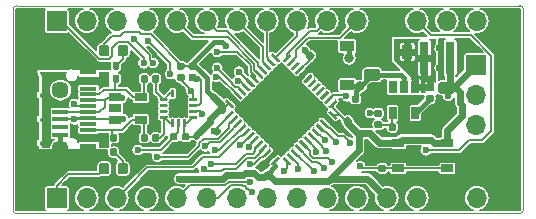
<source format=gtl>
From 22959d7e355fc75186cb1cedfdeb1ab7f00991a2 Mon Sep 17 00:00:00 2001
From: Jan--Henrik <janhenrik@janhenrik.org>
Date: Sun, 5 May 2019 17:11:19 +0200
Subject: initital commit

---
 gerber/stm32f072PrototypingBoard-F_Cu.gtl | 17059 ++++++++++++++++++++++++++++
 1 file changed, 17059 insertions(+)
 create mode 100644 gerber/stm32f072PrototypingBoard-F_Cu.gtl

(limited to 'gerber/stm32f072PrototypingBoard-F_Cu.gtl')

diff --git a/gerber/stm32f072PrototypingBoard-F_Cu.gtl b/gerber/stm32f072PrototypingBoard-F_Cu.gtl
new file mode 100644
index 0000000..65de03b
--- /dev/null
+++ b/gerber/stm32f072PrototypingBoard-F_Cu.gtl
@@ -0,0 +1,17059 @@
+G04 #@! TF.GenerationSoftware,KiCad,Pcbnew,5.1.0*
+G04 #@! TF.CreationDate,2019-05-01T17:58:46+02:00*
+G04 #@! TF.ProjectId,stm32f072PrototypingBoard,73746d33-3266-4303-9732-50726f746f74,rev?*
+G04 #@! TF.SameCoordinates,Original*
+G04 #@! TF.FileFunction,Copper,L1,Top*
+G04 #@! TF.FilePolarity,Positive*
+%FSLAX46Y46*%
+G04 Gerber Fmt 4.6, Leading zero omitted, Abs format (unit mm)*
+G04 Created by KiCad (PCBNEW 5.1.0) date 2019-05-01 17:58:46*
+%MOMM*%
+%LPD*%
+G04 APERTURE LIST*
+%ADD10C,0.050000*%
+%ADD11R,0.900000X1.200000*%
+%ADD12R,0.800000X2.700000*%
+%ADD13O,1.700000X1.700000*%
+%ADD14R,1.700000X1.700000*%
+%ADD15R,1.050000X0.650000*%
+%ADD16R,1.200000X0.900000*%
+%ADD17C,0.100000*%
+%ADD18C,0.590000*%
+%ADD19C,0.250000*%
+%ADD20C,1.450000*%
+%ADD21R,0.650000X1.060000*%
+%ADD22C,5.600000*%
+%ADD23R,1.060000X0.650000*%
+%ADD24R,1.900000X1.200000*%
+%ADD25O,1.900000X1.200000*%
+%ADD26R,1.900000X1.500000*%
+%ADD27R,1.350000X0.400000*%
+%ADD28O,2.100000X1.000000*%
+%ADD29O,1.600000X1.000000*%
+%ADD30R,1.450000X0.600000*%
+%ADD31R,1.450000X0.300000*%
+%ADD32C,0.875000*%
+%ADD33C,0.975000*%
+%ADD34C,0.600000*%
+%ADD35C,0.800000*%
+%ADD36C,0.200000*%
+%ADD37C,0.400000*%
+%ADD38C,0.157000*%
+%ADD39C,0.600000*%
+G04 APERTURE END LIST*
+D10*
+X63200000Y-37100000D02*
+G75*
+G02X62900000Y-37400000I-300000J0D01*
+G01*
+X62900000Y-19800000D02*
+G75*
+G02X63200000Y-20100000I0J-300000D01*
+G01*
+X20000000Y-20100000D02*
+G75*
+G02X20300000Y-19800000I300000J0D01*
+G01*
+X20300000Y-37400000D02*
+G75*
+G02X20000000Y-37100000I0J300000D01*
+G01*
+X20000000Y-37100000D02*
+X20000000Y-20100000D01*
+X62900000Y-37400000D02*
+X20300000Y-37400000D01*
+X63200000Y-20100000D02*
+X63200000Y-37100000D01*
+X20300000Y-19800000D02*
+X62900000Y-19800000D01*
+D11*
+X50050000Y-23700000D03*
+X53350000Y-23700000D03*
+D12*
+X57000000Y-24200000D03*
+X54800000Y-24200000D03*
+D13*
+X59260000Y-21100000D03*
+X56720000Y-21100000D03*
+X54180000Y-21100000D03*
+X51640000Y-21100000D03*
+X49100000Y-21100000D03*
+X46560000Y-21100000D03*
+X44020000Y-21100000D03*
+X41480000Y-21100000D03*
+X38940000Y-21100000D03*
+X36400000Y-21100000D03*
+X33860000Y-21100000D03*
+X31320000Y-21100000D03*
+X28780000Y-21100000D03*
+X26240000Y-21100000D03*
+D14*
+X23700000Y-21100000D03*
+D13*
+X59260000Y-36100000D03*
+X56720000Y-36100000D03*
+X54180000Y-36100000D03*
+X51640000Y-36100000D03*
+X49100000Y-36100000D03*
+X46560000Y-36100000D03*
+X44020000Y-36100000D03*
+X41480000Y-36100000D03*
+X38940000Y-36100000D03*
+X36400000Y-36100000D03*
+X33860000Y-36100000D03*
+X31320000Y-36100000D03*
+X28780000Y-36100000D03*
+X26240000Y-36100000D03*
+D14*
+X23700000Y-36100000D03*
+D15*
+X52625000Y-31437000D03*
+X56775000Y-31437000D03*
+X52625000Y-33587000D03*
+X56775000Y-33587000D03*
+D16*
+X48300000Y-23250000D03*
+X48300000Y-26550000D03*
+D17*
+G36*
+X33786958Y-31590710D02*
+G01*
+X33801276Y-31592834D01*
+X33815317Y-31596351D01*
+X33828946Y-31601228D01*
+X33842031Y-31607417D01*
+X33854447Y-31614858D01*
+X33866073Y-31623481D01*
+X33876798Y-31633202D01*
+X33886519Y-31643927D01*
+X33895142Y-31655553D01*
+X33902583Y-31667969D01*
+X33908772Y-31681054D01*
+X33913649Y-31694683D01*
+X33917166Y-31708724D01*
+X33919290Y-31723042D01*
+X33920000Y-31737500D01*
+X33920000Y-32032500D01*
+X33919290Y-32046958D01*
+X33917166Y-32061276D01*
+X33913649Y-32075317D01*
+X33908772Y-32088946D01*
+X33902583Y-32102031D01*
+X33895142Y-32114447D01*
+X33886519Y-32126073D01*
+X33876798Y-32136798D01*
+X33866073Y-32146519D01*
+X33854447Y-32155142D01*
+X33842031Y-32162583D01*
+X33828946Y-32168772D01*
+X33815317Y-32173649D01*
+X33801276Y-32177166D01*
+X33786958Y-32179290D01*
+X33772500Y-32180000D01*
+X33427500Y-32180000D01*
+X33413042Y-32179290D01*
+X33398724Y-32177166D01*
+X33384683Y-32173649D01*
+X33371054Y-32168772D01*
+X33357969Y-32162583D01*
+X33345553Y-32155142D01*
+X33333927Y-32146519D01*
+X33323202Y-32136798D01*
+X33313481Y-32126073D01*
+X33304858Y-32114447D01*
+X33297417Y-32102031D01*
+X33291228Y-32088946D01*
+X33286351Y-32075317D01*
+X33282834Y-32061276D01*
+X33280710Y-32046958D01*
+X33280000Y-32032500D01*
+X33280000Y-31737500D01*
+X33280710Y-31723042D01*
+X33282834Y-31708724D01*
+X33286351Y-31694683D01*
+X33291228Y-31681054D01*
+X33297417Y-31667969D01*
+X33304858Y-31655553D01*
+X33313481Y-31643927D01*
+X33323202Y-31633202D01*
+X33333927Y-31623481D01*
+X33345553Y-31614858D01*
+X33357969Y-31607417D01*
+X33371054Y-31601228D01*
+X33384683Y-31596351D01*
+X33398724Y-31592834D01*
+X33413042Y-31590710D01*
+X33427500Y-31590000D01*
+X33772500Y-31590000D01*
+X33786958Y-31590710D01*
+X33786958Y-31590710D01*
+G37*
+D18*
+X33600000Y-31885000D03*
+D17*
+G36*
+X33786958Y-30620710D02*
+G01*
+X33801276Y-30622834D01*
+X33815317Y-30626351D01*
+X33828946Y-30631228D01*
+X33842031Y-30637417D01*
+X33854447Y-30644858D01*
+X33866073Y-30653481D01*
+X33876798Y-30663202D01*
+X33886519Y-30673927D01*
+X33895142Y-30685553D01*
+X33902583Y-30697969D01*
+X33908772Y-30711054D01*
+X33913649Y-30724683D01*
+X33917166Y-30738724D01*
+X33919290Y-30753042D01*
+X33920000Y-30767500D01*
+X33920000Y-31062500D01*
+X33919290Y-31076958D01*
+X33917166Y-31091276D01*
+X33913649Y-31105317D01*
+X33908772Y-31118946D01*
+X33902583Y-31132031D01*
+X33895142Y-31144447D01*
+X33886519Y-31156073D01*
+X33876798Y-31166798D01*
+X33866073Y-31176519D01*
+X33854447Y-31185142D01*
+X33842031Y-31192583D01*
+X33828946Y-31198772D01*
+X33815317Y-31203649D01*
+X33801276Y-31207166D01*
+X33786958Y-31209290D01*
+X33772500Y-31210000D01*
+X33427500Y-31210000D01*
+X33413042Y-31209290D01*
+X33398724Y-31207166D01*
+X33384683Y-31203649D01*
+X33371054Y-31198772D01*
+X33357969Y-31192583D01*
+X33345553Y-31185142D01*
+X33333927Y-31176519D01*
+X33323202Y-31166798D01*
+X33313481Y-31156073D01*
+X33304858Y-31144447D01*
+X33297417Y-31132031D01*
+X33291228Y-31118946D01*
+X33286351Y-31105317D01*
+X33282834Y-31091276D01*
+X33280710Y-31076958D01*
+X33280000Y-31062500D01*
+X33280000Y-30767500D01*
+X33280710Y-30753042D01*
+X33282834Y-30738724D01*
+X33286351Y-30724683D01*
+X33291228Y-30711054D01*
+X33297417Y-30697969D01*
+X33304858Y-30685553D01*
+X33313481Y-30673927D01*
+X33323202Y-30663202D01*
+X33333927Y-30653481D01*
+X33345553Y-30644858D01*
+X33357969Y-30637417D01*
+X33371054Y-30631228D01*
+X33384683Y-30626351D01*
+X33398724Y-30622834D01*
+X33413042Y-30620710D01*
+X33427500Y-30620000D01*
+X33772500Y-30620000D01*
+X33786958Y-30620710D01*
+X33786958Y-30620710D01*
+G37*
+D18*
+X33600000Y-30915000D03*
+D17*
+G36*
+X45875083Y-24369883D02*
+G01*
+X45889401Y-24372007D01*
+X45903442Y-24375524D01*
+X45917071Y-24380401D01*
+X45930156Y-24386590D01*
+X45942572Y-24394031D01*
+X45954198Y-24402654D01*
+X45964923Y-24412375D01*
+X46173519Y-24620971D01*
+X46183240Y-24631696D01*
+X46191863Y-24643322D01*
+X46199304Y-24655738D01*
+X46205493Y-24668823D01*
+X46210370Y-24682452D01*
+X46213887Y-24696493D01*
+X46216011Y-24710811D01*
+X46216721Y-24725269D01*
+X46216011Y-24739727D01*
+X46213887Y-24754045D01*
+X46210370Y-24768086D01*
+X46205493Y-24781715D01*
+X46199304Y-24794800D01*
+X46191863Y-24807216D01*
+X46183240Y-24818842D01*
+X46173519Y-24829567D01*
+X45929567Y-25073519D01*
+X45918842Y-25083240D01*
+X45907216Y-25091863D01*
+X45894800Y-25099304D01*
+X45881715Y-25105493D01*
+X45868086Y-25110370D01*
+X45854045Y-25113887D01*
+X45839727Y-25116011D01*
+X45825269Y-25116721D01*
+X45810811Y-25116011D01*
+X45796493Y-25113887D01*
+X45782452Y-25110370D01*
+X45768823Y-25105493D01*
+X45755738Y-25099304D01*
+X45743322Y-25091863D01*
+X45731696Y-25083240D01*
+X45720971Y-25073519D01*
+X45512375Y-24864923D01*
+X45502654Y-24854198D01*
+X45494031Y-24842572D01*
+X45486590Y-24830156D01*
+X45480401Y-24817071D01*
+X45475524Y-24803442D01*
+X45472007Y-24789401D01*
+X45469883Y-24775083D01*
+X45469173Y-24760625D01*
+X45469883Y-24746167D01*
+X45472007Y-24731849D01*
+X45475524Y-24717808D01*
+X45480401Y-24704179D01*
+X45486590Y-24691094D01*
+X45494031Y-24678678D01*
+X45502654Y-24667052D01*
+X45512375Y-24656327D01*
+X45756327Y-24412375D01*
+X45767052Y-24402654D01*
+X45778678Y-24394031D01*
+X45791094Y-24386590D01*
+X45804179Y-24380401D01*
+X45817808Y-24375524D01*
+X45831849Y-24372007D01*
+X45846167Y-24369883D01*
+X45860625Y-24369173D01*
+X45875083Y-24369883D01*
+X45875083Y-24369883D01*
+G37*
+D18*
+X45842947Y-24742947D03*
+D17*
+G36*
+X45189189Y-23683989D02*
+G01*
+X45203507Y-23686113D01*
+X45217548Y-23689630D01*
+X45231177Y-23694507D01*
+X45244262Y-23700696D01*
+X45256678Y-23708137D01*
+X45268304Y-23716760D01*
+X45279029Y-23726481D01*
+X45487625Y-23935077D01*
+X45497346Y-23945802D01*
+X45505969Y-23957428D01*
+X45513410Y-23969844D01*
+X45519599Y-23982929D01*
+X45524476Y-23996558D01*
+X45527993Y-24010599D01*
+X45530117Y-24024917D01*
+X45530827Y-24039375D01*
+X45530117Y-24053833D01*
+X45527993Y-24068151D01*
+X45524476Y-24082192D01*
+X45519599Y-24095821D01*
+X45513410Y-24108906D01*
+X45505969Y-24121322D01*
+X45497346Y-24132948D01*
+X45487625Y-24143673D01*
+X45243673Y-24387625D01*
+X45232948Y-24397346D01*
+X45221322Y-24405969D01*
+X45208906Y-24413410D01*
+X45195821Y-24419599D01*
+X45182192Y-24424476D01*
+X45168151Y-24427993D01*
+X45153833Y-24430117D01*
+X45139375Y-24430827D01*
+X45124917Y-24430117D01*
+X45110599Y-24427993D01*
+X45096558Y-24424476D01*
+X45082929Y-24419599D01*
+X45069844Y-24413410D01*
+X45057428Y-24405969D01*
+X45045802Y-24397346D01*
+X45035077Y-24387625D01*
+X44826481Y-24179029D01*
+X44816760Y-24168304D01*
+X44808137Y-24156678D01*
+X44800696Y-24144262D01*
+X44794507Y-24131177D01*
+X44789630Y-24117548D01*
+X44786113Y-24103507D01*
+X44783989Y-24089189D01*
+X44783279Y-24074731D01*
+X44783989Y-24060273D01*
+X44786113Y-24045955D01*
+X44789630Y-24031914D01*
+X44794507Y-24018285D01*
+X44800696Y-24005200D01*
+X44808137Y-23992784D01*
+X44816760Y-23981158D01*
+X44826481Y-23970433D01*
+X45070433Y-23726481D01*
+X45081158Y-23716760D01*
+X45092784Y-23708137D01*
+X45105200Y-23700696D01*
+X45118285Y-23694507D01*
+X45131914Y-23689630D01*
+X45145955Y-23686113D01*
+X45160273Y-23683989D01*
+X45174731Y-23683279D01*
+X45189189Y-23683989D01*
+X45189189Y-23683989D01*
+G37*
+D18*
+X45157053Y-24057053D03*
+D17*
+G36*
+X34786958Y-31590710D02*
+G01*
+X34801276Y-31592834D01*
+X34815317Y-31596351D01*
+X34828946Y-31601228D01*
+X34842031Y-31607417D01*
+X34854447Y-31614858D01*
+X34866073Y-31623481D01*
+X34876798Y-31633202D01*
+X34886519Y-31643927D01*
+X34895142Y-31655553D01*
+X34902583Y-31667969D01*
+X34908772Y-31681054D01*
+X34913649Y-31694683D01*
+X34917166Y-31708724D01*
+X34919290Y-31723042D01*
+X34920000Y-31737500D01*
+X34920000Y-32032500D01*
+X34919290Y-32046958D01*
+X34917166Y-32061276D01*
+X34913649Y-32075317D01*
+X34908772Y-32088946D01*
+X34902583Y-32102031D01*
+X34895142Y-32114447D01*
+X34886519Y-32126073D01*
+X34876798Y-32136798D01*
+X34866073Y-32146519D01*
+X34854447Y-32155142D01*
+X34842031Y-32162583D01*
+X34828946Y-32168772D01*
+X34815317Y-32173649D01*
+X34801276Y-32177166D01*
+X34786958Y-32179290D01*
+X34772500Y-32180000D01*
+X34427500Y-32180000D01*
+X34413042Y-32179290D01*
+X34398724Y-32177166D01*
+X34384683Y-32173649D01*
+X34371054Y-32168772D01*
+X34357969Y-32162583D01*
+X34345553Y-32155142D01*
+X34333927Y-32146519D01*
+X34323202Y-32136798D01*
+X34313481Y-32126073D01*
+X34304858Y-32114447D01*
+X34297417Y-32102031D01*
+X34291228Y-32088946D01*
+X34286351Y-32075317D01*
+X34282834Y-32061276D01*
+X34280710Y-32046958D01*
+X34280000Y-32032500D01*
+X34280000Y-31737500D01*
+X34280710Y-31723042D01*
+X34282834Y-31708724D01*
+X34286351Y-31694683D01*
+X34291228Y-31681054D01*
+X34297417Y-31667969D01*
+X34304858Y-31655553D01*
+X34313481Y-31643927D01*
+X34323202Y-31633202D01*
+X34333927Y-31623481D01*
+X34345553Y-31614858D01*
+X34357969Y-31607417D01*
+X34371054Y-31601228D01*
+X34384683Y-31596351D01*
+X34398724Y-31592834D01*
+X34413042Y-31590710D01*
+X34427500Y-31590000D01*
+X34772500Y-31590000D01*
+X34786958Y-31590710D01*
+X34786958Y-31590710D01*
+G37*
+D18*
+X34600000Y-31885000D03*
+D17*
+G36*
+X34786958Y-30620710D02*
+G01*
+X34801276Y-30622834D01*
+X34815317Y-30626351D01*
+X34828946Y-30631228D01*
+X34842031Y-30637417D01*
+X34854447Y-30644858D01*
+X34866073Y-30653481D01*
+X34876798Y-30663202D01*
+X34886519Y-30673927D01*
+X34895142Y-30685553D01*
+X34902583Y-30697969D01*
+X34908772Y-30711054D01*
+X34913649Y-30724683D01*
+X34917166Y-30738724D01*
+X34919290Y-30753042D01*
+X34920000Y-30767500D01*
+X34920000Y-31062500D01*
+X34919290Y-31076958D01*
+X34917166Y-31091276D01*
+X34913649Y-31105317D01*
+X34908772Y-31118946D01*
+X34902583Y-31132031D01*
+X34895142Y-31144447D01*
+X34886519Y-31156073D01*
+X34876798Y-31166798D01*
+X34866073Y-31176519D01*
+X34854447Y-31185142D01*
+X34842031Y-31192583D01*
+X34828946Y-31198772D01*
+X34815317Y-31203649D01*
+X34801276Y-31207166D01*
+X34786958Y-31209290D01*
+X34772500Y-31210000D01*
+X34427500Y-31210000D01*
+X34413042Y-31209290D01*
+X34398724Y-31207166D01*
+X34384683Y-31203649D01*
+X34371054Y-31198772D01*
+X34357969Y-31192583D01*
+X34345553Y-31185142D01*
+X34333927Y-31176519D01*
+X34323202Y-31166798D01*
+X34313481Y-31156073D01*
+X34304858Y-31144447D01*
+X34297417Y-31132031D01*
+X34291228Y-31118946D01*
+X34286351Y-31105317D01*
+X34282834Y-31091276D01*
+X34280710Y-31076958D01*
+X34280000Y-31062500D01*
+X34280000Y-30767500D01*
+X34280710Y-30753042D01*
+X34282834Y-30738724D01*
+X34286351Y-30724683D01*
+X34291228Y-30711054D01*
+X34297417Y-30697969D01*
+X34304858Y-30685553D01*
+X34313481Y-30673927D01*
+X34323202Y-30663202D01*
+X34333927Y-30653481D01*
+X34345553Y-30644858D01*
+X34357969Y-30637417D01*
+X34371054Y-30631228D01*
+X34384683Y-30626351D01*
+X34398724Y-30622834D01*
+X34413042Y-30620710D01*
+X34427500Y-30620000D01*
+X34772500Y-30620000D01*
+X34786958Y-30620710D01*
+X34786958Y-30620710D01*
+G37*
+D18*
+X34600000Y-30915000D03*
+D17*
+G36*
+X37739727Y-26583989D02*
+G01*
+X37754045Y-26586113D01*
+X37768086Y-26589630D01*
+X37781715Y-26594507D01*
+X37794800Y-26600696D01*
+X37807216Y-26608137D01*
+X37818842Y-26616760D01*
+X37829567Y-26626481D01*
+X38073519Y-26870433D01*
+X38083240Y-26881158D01*
+X38091863Y-26892784D01*
+X38099304Y-26905200D01*
+X38105493Y-26918285D01*
+X38110370Y-26931914D01*
+X38113887Y-26945955D01*
+X38116011Y-26960273D01*
+X38116721Y-26974731D01*
+X38116011Y-26989189D01*
+X38113887Y-27003507D01*
+X38110370Y-27017548D01*
+X38105493Y-27031177D01*
+X38099304Y-27044262D01*
+X38091863Y-27056678D01*
+X38083240Y-27068304D01*
+X38073519Y-27079029D01*
+X37864923Y-27287625D01*
+X37854198Y-27297346D01*
+X37842572Y-27305969D01*
+X37830156Y-27313410D01*
+X37817071Y-27319599D01*
+X37803442Y-27324476D01*
+X37789401Y-27327993D01*
+X37775083Y-27330117D01*
+X37760625Y-27330827D01*
+X37746167Y-27330117D01*
+X37731849Y-27327993D01*
+X37717808Y-27324476D01*
+X37704179Y-27319599D01*
+X37691094Y-27313410D01*
+X37678678Y-27305969D01*
+X37667052Y-27297346D01*
+X37656327Y-27287625D01*
+X37412375Y-27043673D01*
+X37402654Y-27032948D01*
+X37394031Y-27021322D01*
+X37386590Y-27008906D01*
+X37380401Y-26995821D01*
+X37375524Y-26982192D01*
+X37372007Y-26968151D01*
+X37369883Y-26953833D01*
+X37369173Y-26939375D01*
+X37369883Y-26924917D01*
+X37372007Y-26910599D01*
+X37375524Y-26896558D01*
+X37380401Y-26882929D01*
+X37386590Y-26869844D01*
+X37394031Y-26857428D01*
+X37402654Y-26845802D01*
+X37412375Y-26835077D01*
+X37620971Y-26626481D01*
+X37631696Y-26616760D01*
+X37643322Y-26608137D01*
+X37655738Y-26600696D01*
+X37668823Y-26594507D01*
+X37682452Y-26589630D01*
+X37696493Y-26586113D01*
+X37710811Y-26583989D01*
+X37725269Y-26583279D01*
+X37739727Y-26583989D01*
+X37739727Y-26583989D01*
+G37*
+D18*
+X37742947Y-26957053D03*
+D17*
+G36*
+X37053833Y-27269883D02*
+G01*
+X37068151Y-27272007D01*
+X37082192Y-27275524D01*
+X37095821Y-27280401D01*
+X37108906Y-27286590D01*
+X37121322Y-27294031D01*
+X37132948Y-27302654D01*
+X37143673Y-27312375D01*
+X37387625Y-27556327D01*
+X37397346Y-27567052D01*
+X37405969Y-27578678D01*
+X37413410Y-27591094D01*
+X37419599Y-27604179D01*
+X37424476Y-27617808D01*
+X37427993Y-27631849D01*
+X37430117Y-27646167D01*
+X37430827Y-27660625D01*
+X37430117Y-27675083D01*
+X37427993Y-27689401D01*
+X37424476Y-27703442D01*
+X37419599Y-27717071D01*
+X37413410Y-27730156D01*
+X37405969Y-27742572D01*
+X37397346Y-27754198D01*
+X37387625Y-27764923D01*
+X37179029Y-27973519D01*
+X37168304Y-27983240D01*
+X37156678Y-27991863D01*
+X37144262Y-27999304D01*
+X37131177Y-28005493D01*
+X37117548Y-28010370D01*
+X37103507Y-28013887D01*
+X37089189Y-28016011D01*
+X37074731Y-28016721D01*
+X37060273Y-28016011D01*
+X37045955Y-28013887D01*
+X37031914Y-28010370D01*
+X37018285Y-28005493D01*
+X37005200Y-27999304D01*
+X36992784Y-27991863D01*
+X36981158Y-27983240D01*
+X36970433Y-27973519D01*
+X36726481Y-27729567D01*
+X36716760Y-27718842D01*
+X36708137Y-27707216D01*
+X36700696Y-27694800D01*
+X36694507Y-27681715D01*
+X36689630Y-27668086D01*
+X36686113Y-27654045D01*
+X36683989Y-27639727D01*
+X36683279Y-27625269D01*
+X36683989Y-27610811D01*
+X36686113Y-27596493D01*
+X36689630Y-27582452D01*
+X36694507Y-27568823D01*
+X36700696Y-27555738D01*
+X36708137Y-27543322D01*
+X36716760Y-27531696D01*
+X36726481Y-27520971D01*
+X36935077Y-27312375D01*
+X36945802Y-27302654D01*
+X36957428Y-27294031D01*
+X36969844Y-27286590D01*
+X36982929Y-27280401D01*
+X36996558Y-27275524D01*
+X37010599Y-27272007D01*
+X37024917Y-27269883D01*
+X37039375Y-27269173D01*
+X37053833Y-27269883D01*
+X37053833Y-27269883D01*
+G37*
+D18*
+X37057053Y-27642947D03*
+D17*
+G36*
+X41032136Y-33126936D02*
+G01*
+X41046454Y-33129060D01*
+X41060495Y-33132577D01*
+X41074124Y-33137454D01*
+X41087209Y-33143643D01*
+X41099625Y-33151084D01*
+X41111251Y-33159707D01*
+X41121976Y-33169428D01*
+X41330572Y-33378024D01*
+X41340293Y-33388749D01*
+X41348916Y-33400375D01*
+X41356357Y-33412791D01*
+X41362546Y-33425876D01*
+X41367423Y-33439505D01*
+X41370940Y-33453546D01*
+X41373064Y-33467864D01*
+X41373774Y-33482322D01*
+X41373064Y-33496780D01*
+X41370940Y-33511098D01*
+X41367423Y-33525139D01*
+X41362546Y-33538768D01*
+X41356357Y-33551853D01*
+X41348916Y-33564269D01*
+X41340293Y-33575895D01*
+X41330572Y-33586620D01*
+X41086620Y-33830572D01*
+X41075895Y-33840293D01*
+X41064269Y-33848916D01*
+X41051853Y-33856357D01*
+X41038768Y-33862546D01*
+X41025139Y-33867423D01*
+X41011098Y-33870940D01*
+X40996780Y-33873064D01*
+X40982322Y-33873774D01*
+X40967864Y-33873064D01*
+X40953546Y-33870940D01*
+X40939505Y-33867423D01*
+X40925876Y-33862546D01*
+X40912791Y-33856357D01*
+X40900375Y-33848916D01*
+X40888749Y-33840293D01*
+X40878024Y-33830572D01*
+X40669428Y-33621976D01*
+X40659707Y-33611251D01*
+X40651084Y-33599625D01*
+X40643643Y-33587209D01*
+X40637454Y-33574124D01*
+X40632577Y-33560495D01*
+X40629060Y-33546454D01*
+X40626936Y-33532136D01*
+X40626226Y-33517678D01*
+X40626936Y-33503220D01*
+X40629060Y-33488902D01*
+X40632577Y-33474861D01*
+X40637454Y-33461232D01*
+X40643643Y-33448147D01*
+X40651084Y-33435731D01*
+X40659707Y-33424105D01*
+X40669428Y-33413380D01*
+X40913380Y-33169428D01*
+X40924105Y-33159707D01*
+X40935731Y-33151084D01*
+X40948147Y-33143643D01*
+X40961232Y-33137454D01*
+X40974861Y-33132577D01*
+X40988902Y-33129060D01*
+X41003220Y-33126936D01*
+X41017678Y-33126226D01*
+X41032136Y-33126936D01*
+X41032136Y-33126936D01*
+G37*
+D18*
+X41000000Y-33500000D03*
+D17*
+G36*
+X41718030Y-33812830D02*
+G01*
+X41732348Y-33814954D01*
+X41746389Y-33818471D01*
+X41760018Y-33823348D01*
+X41773103Y-33829537D01*
+X41785519Y-33836978D01*
+X41797145Y-33845601D01*
+X41807870Y-33855322D01*
+X42016466Y-34063918D01*
+X42026187Y-34074643D01*
+X42034810Y-34086269D01*
+X42042251Y-34098685D01*
+X42048440Y-34111770D01*
+X42053317Y-34125399D01*
+X42056834Y-34139440D01*
+X42058958Y-34153758D01*
+X42059668Y-34168216D01*
+X42058958Y-34182674D01*
+X42056834Y-34196992D01*
+X42053317Y-34211033D01*
+X42048440Y-34224662D01*
+X42042251Y-34237747D01*
+X42034810Y-34250163D01*
+X42026187Y-34261789D01*
+X42016466Y-34272514D01*
+X41772514Y-34516466D01*
+X41761789Y-34526187D01*
+X41750163Y-34534810D01*
+X41737747Y-34542251D01*
+X41724662Y-34548440D01*
+X41711033Y-34553317D01*
+X41696992Y-34556834D01*
+X41682674Y-34558958D01*
+X41668216Y-34559668D01*
+X41653758Y-34558958D01*
+X41639440Y-34556834D01*
+X41625399Y-34553317D01*
+X41611770Y-34548440D01*
+X41598685Y-34542251D01*
+X41586269Y-34534810D01*
+X41574643Y-34526187D01*
+X41563918Y-34516466D01*
+X41355322Y-34307870D01*
+X41345601Y-34297145D01*
+X41336978Y-34285519D01*
+X41329537Y-34273103D01*
+X41323348Y-34260018D01*
+X41318471Y-34246389D01*
+X41314954Y-34232348D01*
+X41312830Y-34218030D01*
+X41312120Y-34203572D01*
+X41312830Y-34189114D01*
+X41314954Y-34174796D01*
+X41318471Y-34160755D01*
+X41323348Y-34147126D01*
+X41329537Y-34134041D01*
+X41336978Y-34121625D01*
+X41345601Y-34109999D01*
+X41355322Y-34099274D01*
+X41599274Y-33855322D01*
+X41609999Y-33845601D01*
+X41621625Y-33836978D01*
+X41634041Y-33829537D01*
+X41647126Y-33823348D01*
+X41660755Y-33818471D01*
+X41674796Y-33814954D01*
+X41689114Y-33812830D01*
+X41703572Y-33812120D01*
+X41718030Y-33812830D01*
+X41718030Y-33812830D01*
+G37*
+D18*
+X41685894Y-34185894D03*
+D17*
+G36*
+X47653833Y-29869883D02*
+G01*
+X47668151Y-29872007D01*
+X47682192Y-29875524D01*
+X47695821Y-29880401D01*
+X47708906Y-29886590D01*
+X47721322Y-29894031D01*
+X47732948Y-29902654D01*
+X47743673Y-29912375D01*
+X47987625Y-30156327D01*
+X47997346Y-30167052D01*
+X48005969Y-30178678D01*
+X48013410Y-30191094D01*
+X48019599Y-30204179D01*
+X48024476Y-30217808D01*
+X48027993Y-30231849D01*
+X48030117Y-30246167D01*
+X48030827Y-30260625D01*
+X48030117Y-30275083D01*
+X48027993Y-30289401D01*
+X48024476Y-30303442D01*
+X48019599Y-30317071D01*
+X48013410Y-30330156D01*
+X48005969Y-30342572D01*
+X47997346Y-30354198D01*
+X47987625Y-30364923D01*
+X47779029Y-30573519D01*
+X47768304Y-30583240D01*
+X47756678Y-30591863D01*
+X47744262Y-30599304D01*
+X47731177Y-30605493D01*
+X47717548Y-30610370D01*
+X47703507Y-30613887D01*
+X47689189Y-30616011D01*
+X47674731Y-30616721D01*
+X47660273Y-30616011D01*
+X47645955Y-30613887D01*
+X47631914Y-30610370D01*
+X47618285Y-30605493D01*
+X47605200Y-30599304D01*
+X47592784Y-30591863D01*
+X47581158Y-30583240D01*
+X47570433Y-30573519D01*
+X47326481Y-30329567D01*
+X47316760Y-30318842D01*
+X47308137Y-30307216D01*
+X47300696Y-30294800D01*
+X47294507Y-30281715D01*
+X47289630Y-30268086D01*
+X47286113Y-30254045D01*
+X47283989Y-30239727D01*
+X47283279Y-30225269D01*
+X47283989Y-30210811D01*
+X47286113Y-30196493D01*
+X47289630Y-30182452D01*
+X47294507Y-30168823D01*
+X47300696Y-30155738D01*
+X47308137Y-30143322D01*
+X47316760Y-30131696D01*
+X47326481Y-30120971D01*
+X47535077Y-29912375D01*
+X47545802Y-29902654D01*
+X47557428Y-29894031D01*
+X47569844Y-29886590D01*
+X47582929Y-29880401D01*
+X47596558Y-29875524D01*
+X47610599Y-29872007D01*
+X47624917Y-29869883D01*
+X47639375Y-29869173D01*
+X47653833Y-29869883D01*
+X47653833Y-29869883D01*
+G37*
+D18*
+X47657053Y-30242947D03*
+D17*
+G36*
+X48339727Y-29183989D02*
+G01*
+X48354045Y-29186113D01*
+X48368086Y-29189630D01*
+X48381715Y-29194507D01*
+X48394800Y-29200696D01*
+X48407216Y-29208137D01*
+X48418842Y-29216760D01*
+X48429567Y-29226481D01*
+X48673519Y-29470433D01*
+X48683240Y-29481158D01*
+X48691863Y-29492784D01*
+X48699304Y-29505200D01*
+X48705493Y-29518285D01*
+X48710370Y-29531914D01*
+X48713887Y-29545955D01*
+X48716011Y-29560273D01*
+X48716721Y-29574731D01*
+X48716011Y-29589189D01*
+X48713887Y-29603507D01*
+X48710370Y-29617548D01*
+X48705493Y-29631177D01*
+X48699304Y-29644262D01*
+X48691863Y-29656678D01*
+X48683240Y-29668304D01*
+X48673519Y-29679029D01*
+X48464923Y-29887625D01*
+X48454198Y-29897346D01*
+X48442572Y-29905969D01*
+X48430156Y-29913410D01*
+X48417071Y-29919599D01*
+X48403442Y-29924476D01*
+X48389401Y-29927993D01*
+X48375083Y-29930117D01*
+X48360625Y-29930827D01*
+X48346167Y-29930117D01*
+X48331849Y-29927993D01*
+X48317808Y-29924476D01*
+X48304179Y-29919599D01*
+X48291094Y-29913410D01*
+X48278678Y-29905969D01*
+X48267052Y-29897346D01*
+X48256327Y-29887625D01*
+X48012375Y-29643673D01*
+X48002654Y-29632948D01*
+X47994031Y-29621322D01*
+X47986590Y-29608906D01*
+X47980401Y-29595821D01*
+X47975524Y-29582192D01*
+X47972007Y-29568151D01*
+X47969883Y-29553833D01*
+X47969173Y-29539375D01*
+X47969883Y-29524917D01*
+X47972007Y-29510599D01*
+X47975524Y-29496558D01*
+X47980401Y-29482929D01*
+X47986590Y-29469844D01*
+X47994031Y-29457428D01*
+X48002654Y-29445802D01*
+X48012375Y-29435077D01*
+X48220971Y-29226481D01*
+X48231696Y-29216760D01*
+X48243322Y-29208137D01*
+X48255738Y-29200696D01*
+X48268823Y-29194507D01*
+X48282452Y-29189630D01*
+X48296493Y-29186113D01*
+X48310811Y-29183989D01*
+X48325269Y-29183279D01*
+X48339727Y-29183989D01*
+X48339727Y-29183989D01*
+G37*
+D18*
+X48342947Y-29557053D03*
+D17*
+G36*
+X55486958Y-26420710D02*
+G01*
+X55501276Y-26422834D01*
+X55515317Y-26426351D01*
+X55528946Y-26431228D01*
+X55542031Y-26437417D01*
+X55554447Y-26444858D01*
+X55566073Y-26453481D01*
+X55576798Y-26463202D01*
+X55586519Y-26473927D01*
+X55595142Y-26485553D01*
+X55602583Y-26497969D01*
+X55608772Y-26511054D01*
+X55613649Y-26524683D01*
+X55617166Y-26538724D01*
+X55619290Y-26553042D01*
+X55620000Y-26567500D01*
+X55620000Y-26862500D01*
+X55619290Y-26876958D01*
+X55617166Y-26891276D01*
+X55613649Y-26905317D01*
+X55608772Y-26918946D01*
+X55602583Y-26932031D01*
+X55595142Y-26944447D01*
+X55586519Y-26956073D01*
+X55576798Y-26966798D01*
+X55566073Y-26976519D01*
+X55554447Y-26985142D01*
+X55542031Y-26992583D01*
+X55528946Y-26998772D01*
+X55515317Y-27003649D01*
+X55501276Y-27007166D01*
+X55486958Y-27009290D01*
+X55472500Y-27010000D01*
+X55127500Y-27010000D01*
+X55113042Y-27009290D01*
+X55098724Y-27007166D01*
+X55084683Y-27003649D01*
+X55071054Y-26998772D01*
+X55057969Y-26992583D01*
+X55045553Y-26985142D01*
+X55033927Y-26976519D01*
+X55023202Y-26966798D01*
+X55013481Y-26956073D01*
+X55004858Y-26944447D01*
+X54997417Y-26932031D01*
+X54991228Y-26918946D01*
+X54986351Y-26905317D01*
+X54982834Y-26891276D01*
+X54980710Y-26876958D01*
+X54980000Y-26862500D01*
+X54980000Y-26567500D01*
+X54980710Y-26553042D01*
+X54982834Y-26538724D01*
+X54986351Y-26524683D01*
+X54991228Y-26511054D01*
+X54997417Y-26497969D01*
+X55004858Y-26485553D01*
+X55013481Y-26473927D01*
+X55023202Y-26463202D01*
+X55033927Y-26453481D01*
+X55045553Y-26444858D01*
+X55057969Y-26437417D01*
+X55071054Y-26431228D01*
+X55084683Y-26426351D01*
+X55098724Y-26422834D01*
+X55113042Y-26420710D01*
+X55127500Y-26420000D01*
+X55472500Y-26420000D01*
+X55486958Y-26420710D01*
+X55486958Y-26420710D01*
+G37*
+D18*
+X55300000Y-26715000D03*
+D17*
+G36*
+X55486958Y-27390710D02*
+G01*
+X55501276Y-27392834D01*
+X55515317Y-27396351D01*
+X55528946Y-27401228D01*
+X55542031Y-27407417D01*
+X55554447Y-27414858D01*
+X55566073Y-27423481D01*
+X55576798Y-27433202D01*
+X55586519Y-27443927D01*
+X55595142Y-27455553D01*
+X55602583Y-27467969D01*
+X55608772Y-27481054D01*
+X55613649Y-27494683D01*
+X55617166Y-27508724D01*
+X55619290Y-27523042D01*
+X55620000Y-27537500D01*
+X55620000Y-27832500D01*
+X55619290Y-27846958D01*
+X55617166Y-27861276D01*
+X55613649Y-27875317D01*
+X55608772Y-27888946D01*
+X55602583Y-27902031D01*
+X55595142Y-27914447D01*
+X55586519Y-27926073D01*
+X55576798Y-27936798D01*
+X55566073Y-27946519D01*
+X55554447Y-27955142D01*
+X55542031Y-27962583D01*
+X55528946Y-27968772D01*
+X55515317Y-27973649D01*
+X55501276Y-27977166D01*
+X55486958Y-27979290D01*
+X55472500Y-27980000D01*
+X55127500Y-27980000D01*
+X55113042Y-27979290D01*
+X55098724Y-27977166D01*
+X55084683Y-27973649D01*
+X55071054Y-27968772D01*
+X55057969Y-27962583D01*
+X55045553Y-27955142D01*
+X55033927Y-27946519D01*
+X55023202Y-27936798D01*
+X55013481Y-27926073D01*
+X55004858Y-27914447D01*
+X54997417Y-27902031D01*
+X54991228Y-27888946D01*
+X54986351Y-27875317D01*
+X54982834Y-27861276D01*
+X54980710Y-27846958D01*
+X54980000Y-27832500D01*
+X54980000Y-27537500D01*
+X54980710Y-27523042D01*
+X54982834Y-27508724D01*
+X54986351Y-27494683D01*
+X54991228Y-27481054D01*
+X54997417Y-27467969D01*
+X55004858Y-27455553D01*
+X55013481Y-27443927D01*
+X55023202Y-27433202D01*
+X55033927Y-27423481D01*
+X55045553Y-27414858D01*
+X55057969Y-27407417D01*
+X55071054Y-27401228D01*
+X55084683Y-27396351D01*
+X55098724Y-27392834D01*
+X55113042Y-27390710D01*
+X55127500Y-27390000D01*
+X55472500Y-27390000D01*
+X55486958Y-27390710D01*
+X55486958Y-27390710D01*
+G37*
+D18*
+X55300000Y-27685000D03*
+D17*
+G36*
+X49186958Y-28390710D02*
+G01*
+X49201276Y-28392834D01*
+X49215317Y-28396351D01*
+X49228946Y-28401228D01*
+X49242031Y-28407417D01*
+X49254447Y-28414858D01*
+X49266073Y-28423481D01*
+X49276798Y-28433202D01*
+X49286519Y-28443927D01*
+X49295142Y-28455553D01*
+X49302583Y-28467969D01*
+X49308772Y-28481054D01*
+X49313649Y-28494683D01*
+X49317166Y-28508724D01*
+X49319290Y-28523042D01*
+X49320000Y-28537500D01*
+X49320000Y-28832500D01*
+X49319290Y-28846958D01*
+X49317166Y-28861276D01*
+X49313649Y-28875317D01*
+X49308772Y-28888946D01*
+X49302583Y-28902031D01*
+X49295142Y-28914447D01*
+X49286519Y-28926073D01*
+X49276798Y-28936798D01*
+X49266073Y-28946519D01*
+X49254447Y-28955142D01*
+X49242031Y-28962583D01*
+X49228946Y-28968772D01*
+X49215317Y-28973649D01*
+X49201276Y-28977166D01*
+X49186958Y-28979290D01*
+X49172500Y-28980000D01*
+X48827500Y-28980000D01*
+X48813042Y-28979290D01*
+X48798724Y-28977166D01*
+X48784683Y-28973649D01*
+X48771054Y-28968772D01*
+X48757969Y-28962583D01*
+X48745553Y-28955142D01*
+X48733927Y-28946519D01*
+X48723202Y-28936798D01*
+X48713481Y-28926073D01*
+X48704858Y-28914447D01*
+X48697417Y-28902031D01*
+X48691228Y-28888946D01*
+X48686351Y-28875317D01*
+X48682834Y-28861276D01*
+X48680710Y-28846958D01*
+X48680000Y-28832500D01*
+X48680000Y-28537500D01*
+X48680710Y-28523042D01*
+X48682834Y-28508724D01*
+X48686351Y-28494683D01*
+X48691228Y-28481054D01*
+X48697417Y-28467969D01*
+X48704858Y-28455553D01*
+X48713481Y-28443927D01*
+X48723202Y-28433202D01*
+X48733927Y-28423481D01*
+X48745553Y-28414858D01*
+X48757969Y-28407417D01*
+X48771054Y-28401228D01*
+X48784683Y-28396351D01*
+X48798724Y-28392834D01*
+X48813042Y-28390710D01*
+X48827500Y-28390000D01*
+X49172500Y-28390000D01*
+X49186958Y-28390710D01*
+X49186958Y-28390710D01*
+G37*
+D18*
+X49000000Y-28685000D03*
+D17*
+G36*
+X49186958Y-27420710D02*
+G01*
+X49201276Y-27422834D01*
+X49215317Y-27426351D01*
+X49228946Y-27431228D01*
+X49242031Y-27437417D01*
+X49254447Y-27444858D01*
+X49266073Y-27453481D01*
+X49276798Y-27463202D01*
+X49286519Y-27473927D01*
+X49295142Y-27485553D01*
+X49302583Y-27497969D01*
+X49308772Y-27511054D01*
+X49313649Y-27524683D01*
+X49317166Y-27538724D01*
+X49319290Y-27553042D01*
+X49320000Y-27567500D01*
+X49320000Y-27862500D01*
+X49319290Y-27876958D01*
+X49317166Y-27891276D01*
+X49313649Y-27905317D01*
+X49308772Y-27918946D01*
+X49302583Y-27932031D01*
+X49295142Y-27944447D01*
+X49286519Y-27956073D01*
+X49276798Y-27966798D01*
+X49266073Y-27976519D01*
+X49254447Y-27985142D01*
+X49242031Y-27992583D01*
+X49228946Y-27998772D01*
+X49215317Y-28003649D01*
+X49201276Y-28007166D01*
+X49186958Y-28009290D01*
+X49172500Y-28010000D01*
+X48827500Y-28010000D01*
+X48813042Y-28009290D01*
+X48798724Y-28007166D01*
+X48784683Y-28003649D01*
+X48771054Y-27998772D01*
+X48757969Y-27992583D01*
+X48745553Y-27985142D01*
+X48733927Y-27976519D01*
+X48723202Y-27966798D01*
+X48713481Y-27956073D01*
+X48704858Y-27944447D01*
+X48697417Y-27932031D01*
+X48691228Y-27918946D01*
+X48686351Y-27905317D01*
+X48682834Y-27891276D01*
+X48680710Y-27876958D01*
+X48680000Y-27862500D01*
+X48680000Y-27567500D01*
+X48680710Y-27553042D01*
+X48682834Y-27538724D01*
+X48686351Y-27524683D01*
+X48691228Y-27511054D01*
+X48697417Y-27497969D01*
+X48704858Y-27485553D01*
+X48713481Y-27473927D01*
+X48723202Y-27463202D01*
+X48733927Y-27453481D01*
+X48745553Y-27444858D01*
+X48757969Y-27437417D01*
+X48771054Y-27431228D01*
+X48784683Y-27426351D01*
+X48798724Y-27422834D01*
+X48813042Y-27420710D01*
+X48827500Y-27420000D01*
+X49172500Y-27420000D01*
+X49186958Y-27420710D01*
+X49186958Y-27420710D01*
+G37*
+D18*
+X49000000Y-27715000D03*
+D17*
+G36*
+X37275083Y-30069883D02*
+G01*
+X37289401Y-30072007D01*
+X37303442Y-30075524D01*
+X37317071Y-30080401D01*
+X37330156Y-30086590D01*
+X37342572Y-30094031D01*
+X37354198Y-30102654D01*
+X37364923Y-30112375D01*
+X37573519Y-30320971D01*
+X37583240Y-30331696D01*
+X37591863Y-30343322D01*
+X37599304Y-30355738D01*
+X37605493Y-30368823D01*
+X37610370Y-30382452D01*
+X37613887Y-30396493D01*
+X37616011Y-30410811D01*
+X37616721Y-30425269D01*
+X37616011Y-30439727D01*
+X37613887Y-30454045D01*
+X37610370Y-30468086D01*
+X37605493Y-30481715D01*
+X37599304Y-30494800D01*
+X37591863Y-30507216D01*
+X37583240Y-30518842D01*
+X37573519Y-30529567D01*
+X37329567Y-30773519D01*
+X37318842Y-30783240D01*
+X37307216Y-30791863D01*
+X37294800Y-30799304D01*
+X37281715Y-30805493D01*
+X37268086Y-30810370D01*
+X37254045Y-30813887D01*
+X37239727Y-30816011D01*
+X37225269Y-30816721D01*
+X37210811Y-30816011D01*
+X37196493Y-30813887D01*
+X37182452Y-30810370D01*
+X37168823Y-30805493D01*
+X37155738Y-30799304D01*
+X37143322Y-30791863D01*
+X37131696Y-30783240D01*
+X37120971Y-30773519D01*
+X36912375Y-30564923D01*
+X36902654Y-30554198D01*
+X36894031Y-30542572D01*
+X36886590Y-30530156D01*
+X36880401Y-30517071D01*
+X36875524Y-30503442D01*
+X36872007Y-30489401D01*
+X36869883Y-30475083D01*
+X36869173Y-30460625D01*
+X36869883Y-30446167D01*
+X36872007Y-30431849D01*
+X36875524Y-30417808D01*
+X36880401Y-30404179D01*
+X36886590Y-30391094D01*
+X36894031Y-30378678D01*
+X36902654Y-30367052D01*
+X36912375Y-30356327D01*
+X37156327Y-30112375D01*
+X37167052Y-30102654D01*
+X37178678Y-30094031D01*
+X37191094Y-30086590D01*
+X37204179Y-30080401D01*
+X37217808Y-30075524D01*
+X37231849Y-30072007D01*
+X37246167Y-30069883D01*
+X37260625Y-30069173D01*
+X37275083Y-30069883D01*
+X37275083Y-30069883D01*
+G37*
+D18*
+X37242947Y-30442947D03*
+D17*
+G36*
+X36589189Y-29383989D02*
+G01*
+X36603507Y-29386113D01*
+X36617548Y-29389630D01*
+X36631177Y-29394507D01*
+X36644262Y-29400696D01*
+X36656678Y-29408137D01*
+X36668304Y-29416760D01*
+X36679029Y-29426481D01*
+X36887625Y-29635077D01*
+X36897346Y-29645802D01*
+X36905969Y-29657428D01*
+X36913410Y-29669844D01*
+X36919599Y-29682929D01*
+X36924476Y-29696558D01*
+X36927993Y-29710599D01*
+X36930117Y-29724917D01*
+X36930827Y-29739375D01*
+X36930117Y-29753833D01*
+X36927993Y-29768151D01*
+X36924476Y-29782192D01*
+X36919599Y-29795821D01*
+X36913410Y-29808906D01*
+X36905969Y-29821322D01*
+X36897346Y-29832948D01*
+X36887625Y-29843673D01*
+X36643673Y-30087625D01*
+X36632948Y-30097346D01*
+X36621322Y-30105969D01*
+X36608906Y-30113410D01*
+X36595821Y-30119599D01*
+X36582192Y-30124476D01*
+X36568151Y-30127993D01*
+X36553833Y-30130117D01*
+X36539375Y-30130827D01*
+X36524917Y-30130117D01*
+X36510599Y-30127993D01*
+X36496558Y-30124476D01*
+X36482929Y-30119599D01*
+X36469844Y-30113410D01*
+X36457428Y-30105969D01*
+X36445802Y-30097346D01*
+X36435077Y-30087625D01*
+X36226481Y-29879029D01*
+X36216760Y-29868304D01*
+X36208137Y-29856678D01*
+X36200696Y-29844262D01*
+X36194507Y-29831177D01*
+X36189630Y-29817548D01*
+X36186113Y-29803507D01*
+X36183989Y-29789189D01*
+X36183279Y-29774731D01*
+X36183989Y-29760273D01*
+X36186113Y-29745955D01*
+X36189630Y-29731914D01*
+X36194507Y-29718285D01*
+X36200696Y-29705200D01*
+X36208137Y-29692784D01*
+X36216760Y-29681158D01*
+X36226481Y-29670433D01*
+X36470433Y-29426481D01*
+X36481158Y-29416760D01*
+X36492784Y-29408137D01*
+X36505200Y-29400696D01*
+X36518285Y-29394507D01*
+X36531914Y-29389630D01*
+X36545955Y-29386113D01*
+X36560273Y-29383989D01*
+X36574731Y-29383279D01*
+X36589189Y-29383989D01*
+X36589189Y-29383989D01*
+G37*
+D18*
+X36557053Y-29757053D03*
+D17*
+G36*
+X34386958Y-25590710D02*
+G01*
+X34401276Y-25592834D01*
+X34415317Y-25596351D01*
+X34428946Y-25601228D01*
+X34442031Y-25607417D01*
+X34454447Y-25614858D01*
+X34466073Y-25623481D01*
+X34476798Y-25633202D01*
+X34486519Y-25643927D01*
+X34495142Y-25655553D01*
+X34502583Y-25667969D01*
+X34508772Y-25681054D01*
+X34513649Y-25694683D01*
+X34517166Y-25708724D01*
+X34519290Y-25723042D01*
+X34520000Y-25737500D01*
+X34520000Y-26032500D01*
+X34519290Y-26046958D01*
+X34517166Y-26061276D01*
+X34513649Y-26075317D01*
+X34508772Y-26088946D01*
+X34502583Y-26102031D01*
+X34495142Y-26114447D01*
+X34486519Y-26126073D01*
+X34476798Y-26136798D01*
+X34466073Y-26146519D01*
+X34454447Y-26155142D01*
+X34442031Y-26162583D01*
+X34428946Y-26168772D01*
+X34415317Y-26173649D01*
+X34401276Y-26177166D01*
+X34386958Y-26179290D01*
+X34372500Y-26180000D01*
+X34027500Y-26180000D01*
+X34013042Y-26179290D01*
+X33998724Y-26177166D01*
+X33984683Y-26173649D01*
+X33971054Y-26168772D01*
+X33957969Y-26162583D01*
+X33945553Y-26155142D01*
+X33933927Y-26146519D01*
+X33923202Y-26136798D01*
+X33913481Y-26126073D01*
+X33904858Y-26114447D01*
+X33897417Y-26102031D01*
+X33891228Y-26088946D01*
+X33886351Y-26075317D01*
+X33882834Y-26061276D01*
+X33880710Y-26046958D01*
+X33880000Y-26032500D01*
+X33880000Y-25737500D01*
+X33880710Y-25723042D01*
+X33882834Y-25708724D01*
+X33886351Y-25694683D01*
+X33891228Y-25681054D01*
+X33897417Y-25667969D01*
+X33904858Y-25655553D01*
+X33913481Y-25643927D01*
+X33923202Y-25633202D01*
+X33933927Y-25623481D01*
+X33945553Y-25614858D01*
+X33957969Y-25607417D01*
+X33971054Y-25601228D01*
+X33984683Y-25596351D01*
+X33998724Y-25592834D01*
+X34013042Y-25590710D01*
+X34027500Y-25590000D01*
+X34372500Y-25590000D01*
+X34386958Y-25590710D01*
+X34386958Y-25590710D01*
+G37*
+D18*
+X34200000Y-25885000D03*
+D17*
+G36*
+X34386958Y-24620710D02*
+G01*
+X34401276Y-24622834D01*
+X34415317Y-24626351D01*
+X34428946Y-24631228D01*
+X34442031Y-24637417D01*
+X34454447Y-24644858D01*
+X34466073Y-24653481D01*
+X34476798Y-24663202D01*
+X34486519Y-24673927D01*
+X34495142Y-24685553D01*
+X34502583Y-24697969D01*
+X34508772Y-24711054D01*
+X34513649Y-24724683D01*
+X34517166Y-24738724D01*
+X34519290Y-24753042D01*
+X34520000Y-24767500D01*
+X34520000Y-25062500D01*
+X34519290Y-25076958D01*
+X34517166Y-25091276D01*
+X34513649Y-25105317D01*
+X34508772Y-25118946D01*
+X34502583Y-25132031D01*
+X34495142Y-25144447D01*
+X34486519Y-25156073D01*
+X34476798Y-25166798D01*
+X34466073Y-25176519D01*
+X34454447Y-25185142D01*
+X34442031Y-25192583D01*
+X34428946Y-25198772D01*
+X34415317Y-25203649D01*
+X34401276Y-25207166D01*
+X34386958Y-25209290D01*
+X34372500Y-25210000D01*
+X34027500Y-25210000D01*
+X34013042Y-25209290D01*
+X33998724Y-25207166D01*
+X33984683Y-25203649D01*
+X33971054Y-25198772D01*
+X33957969Y-25192583D01*
+X33945553Y-25185142D01*
+X33933927Y-25176519D01*
+X33923202Y-25166798D01*
+X33913481Y-25156073D01*
+X33904858Y-25144447D01*
+X33897417Y-25132031D01*
+X33891228Y-25118946D01*
+X33886351Y-25105317D01*
+X33882834Y-25091276D01*
+X33880710Y-25076958D01*
+X33880000Y-25062500D01*
+X33880000Y-24767500D01*
+X33880710Y-24753042D01*
+X33882834Y-24738724D01*
+X33886351Y-24724683D01*
+X33891228Y-24711054D01*
+X33897417Y-24697969D01*
+X33904858Y-24685553D01*
+X33913481Y-24673927D01*
+X33923202Y-24663202D01*
+X33933927Y-24653481D01*
+X33945553Y-24644858D01*
+X33957969Y-24637417D01*
+X33971054Y-24631228D01*
+X33984683Y-24626351D01*
+X33998724Y-24622834D01*
+X34013042Y-24620710D01*
+X34027500Y-24620000D01*
+X34372500Y-24620000D01*
+X34386958Y-24620710D01*
+X34386958Y-24620710D01*
+G37*
+D18*
+X34200000Y-24915000D03*
+D17*
+G36*
+X35386958Y-25590709D02*
+G01*
+X35401276Y-25592833D01*
+X35415317Y-25596350D01*
+X35428946Y-25601227D01*
+X35442031Y-25607416D01*
+X35454447Y-25614857D01*
+X35466073Y-25623480D01*
+X35476798Y-25633201D01*
+X35486519Y-25643926D01*
+X35495142Y-25655552D01*
+X35502583Y-25667968D01*
+X35508772Y-25681053D01*
+X35513649Y-25694682D01*
+X35517166Y-25708723D01*
+X35519290Y-25723041D01*
+X35520000Y-25737499D01*
+X35520000Y-26032499D01*
+X35519290Y-26046957D01*
+X35517166Y-26061275D01*
+X35513649Y-26075316D01*
+X35508772Y-26088945D01*
+X35502583Y-26102030D01*
+X35495142Y-26114446D01*
+X35486519Y-26126072D01*
+X35476798Y-26136797D01*
+X35466073Y-26146518D01*
+X35454447Y-26155141D01*
+X35442031Y-26162582D01*
+X35428946Y-26168771D01*
+X35415317Y-26173648D01*
+X35401276Y-26177165D01*
+X35386958Y-26179289D01*
+X35372500Y-26179999D01*
+X35027500Y-26179999D01*
+X35013042Y-26179289D01*
+X34998724Y-26177165D01*
+X34984683Y-26173648D01*
+X34971054Y-26168771D01*
+X34957969Y-26162582D01*
+X34945553Y-26155141D01*
+X34933927Y-26146518D01*
+X34923202Y-26136797D01*
+X34913481Y-26126072D01*
+X34904858Y-26114446D01*
+X34897417Y-26102030D01*
+X34891228Y-26088945D01*
+X34886351Y-26075316D01*
+X34882834Y-26061275D01*
+X34880710Y-26046957D01*
+X34880000Y-26032499D01*
+X34880000Y-25737499D01*
+X34880710Y-25723041D01*
+X34882834Y-25708723D01*
+X34886351Y-25694682D01*
+X34891228Y-25681053D01*
+X34897417Y-25667968D01*
+X34904858Y-25655552D01*
+X34913481Y-25643926D01*
+X34923202Y-25633201D01*
+X34933927Y-25623480D01*
+X34945553Y-25614857D01*
+X34957969Y-25607416D01*
+X34971054Y-25601227D01*
+X34984683Y-25596350D01*
+X34998724Y-25592833D01*
+X35013042Y-25590709D01*
+X35027500Y-25589999D01*
+X35372500Y-25589999D01*
+X35386958Y-25590709D01*
+X35386958Y-25590709D01*
+G37*
+D18*
+X35200000Y-25884999D03*
+D17*
+G36*
+X35386958Y-24620709D02*
+G01*
+X35401276Y-24622833D01*
+X35415317Y-24626350D01*
+X35428946Y-24631227D01*
+X35442031Y-24637416D01*
+X35454447Y-24644857D01*
+X35466073Y-24653480D01*
+X35476798Y-24663201D01*
+X35486519Y-24673926D01*
+X35495142Y-24685552D01*
+X35502583Y-24697968D01*
+X35508772Y-24711053D01*
+X35513649Y-24724682D01*
+X35517166Y-24738723D01*
+X35519290Y-24753041D01*
+X35520000Y-24767499D01*
+X35520000Y-25062499D01*
+X35519290Y-25076957D01*
+X35517166Y-25091275D01*
+X35513649Y-25105316D01*
+X35508772Y-25118945D01*
+X35502583Y-25132030D01*
+X35495142Y-25144446D01*
+X35486519Y-25156072D01*
+X35476798Y-25166797D01*
+X35466073Y-25176518D01*
+X35454447Y-25185141D01*
+X35442031Y-25192582D01*
+X35428946Y-25198771D01*
+X35415317Y-25203648D01*
+X35401276Y-25207165D01*
+X35386958Y-25209289D01*
+X35372500Y-25209999D01*
+X35027500Y-25209999D01*
+X35013042Y-25209289D01*
+X34998724Y-25207165D01*
+X34984683Y-25203648D01*
+X34971054Y-25198771D01*
+X34957969Y-25192582D01*
+X34945553Y-25185141D01*
+X34933927Y-25176518D01*
+X34923202Y-25166797D01*
+X34913481Y-25156072D01*
+X34904858Y-25144446D01*
+X34897417Y-25132030D01*
+X34891228Y-25118945D01*
+X34886351Y-25105316D01*
+X34882834Y-25091275D01*
+X34880710Y-25076957D01*
+X34880000Y-25062499D01*
+X34880000Y-24767499D01*
+X34880710Y-24753041D01*
+X34882834Y-24738723D01*
+X34886351Y-24724682D01*
+X34891228Y-24711053D01*
+X34897417Y-24697968D01*
+X34904858Y-24685552D01*
+X34913481Y-24673926D01*
+X34923202Y-24663201D01*
+X34933927Y-24653480D01*
+X34945553Y-24644857D01*
+X34957969Y-24637416D01*
+X34971054Y-24631227D01*
+X34984683Y-24626350D01*
+X34998724Y-24622833D01*
+X35013042Y-24620709D01*
+X35027500Y-24619999D01*
+X35372500Y-24619999D01*
+X35386958Y-24620709D01*
+X35386958Y-24620709D01*
+G37*
+D18*
+X35200000Y-24914999D03*
+D17*
+G36*
+X32246958Y-30680710D02*
+G01*
+X32261276Y-30682834D01*
+X32275317Y-30686351D01*
+X32288946Y-30691228D01*
+X32302031Y-30697417D01*
+X32314447Y-30704858D01*
+X32326073Y-30713481D01*
+X32336798Y-30723202D01*
+X32346519Y-30733927D01*
+X32355142Y-30745553D01*
+X32362583Y-30757969D01*
+X32368772Y-30771054D01*
+X32373649Y-30784683D01*
+X32377166Y-30798724D01*
+X32379290Y-30813042D01*
+X32380000Y-30827500D01*
+X32380000Y-31172500D01*
+X32379290Y-31186958D01*
+X32377166Y-31201276D01*
+X32373649Y-31215317D01*
+X32368772Y-31228946D01*
+X32362583Y-31242031D01*
+X32355142Y-31254447D01*
+X32346519Y-31266073D01*
+X32336798Y-31276798D01*
+X32326073Y-31286519D01*
+X32314447Y-31295142D01*
+X32302031Y-31302583D01*
+X32288946Y-31308772D01*
+X32275317Y-31313649D01*
+X32261276Y-31317166D01*
+X32246958Y-31319290D01*
+X32232500Y-31320000D01*
+X31937500Y-31320000D01*
+X31923042Y-31319290D01*
+X31908724Y-31317166D01*
+X31894683Y-31313649D01*
+X31881054Y-31308772D01*
+X31867969Y-31302583D01*
+X31855553Y-31295142D01*
+X31843927Y-31286519D01*
+X31833202Y-31276798D01*
+X31823481Y-31266073D01*
+X31814858Y-31254447D01*
+X31807417Y-31242031D01*
+X31801228Y-31228946D01*
+X31796351Y-31215317D01*
+X31792834Y-31201276D01*
+X31790710Y-31186958D01*
+X31790000Y-31172500D01*
+X31790000Y-30827500D01*
+X31790710Y-30813042D01*
+X31792834Y-30798724D01*
+X31796351Y-30784683D01*
+X31801228Y-30771054D01*
+X31807417Y-30757969D01*
+X31814858Y-30745553D01*
+X31823481Y-30733927D01*
+X31833202Y-30723202D01*
+X31843927Y-30713481D01*
+X31855553Y-30704858D01*
+X31867969Y-30697417D01*
+X31881054Y-30691228D01*
+X31894683Y-30686351D01*
+X31908724Y-30682834D01*
+X31923042Y-30680710D01*
+X31937500Y-30680000D01*
+X32232500Y-30680000D01*
+X32246958Y-30680710D01*
+X32246958Y-30680710D01*
+G37*
+D18*
+X32085000Y-31000000D03*
+D17*
+G36*
+X31276958Y-30680710D02*
+G01*
+X31291276Y-30682834D01*
+X31305317Y-30686351D01*
+X31318946Y-30691228D01*
+X31332031Y-30697417D01*
+X31344447Y-30704858D01*
+X31356073Y-30713481D01*
+X31366798Y-30723202D01*
+X31376519Y-30733927D01*
+X31385142Y-30745553D01*
+X31392583Y-30757969D01*
+X31398772Y-30771054D01*
+X31403649Y-30784683D01*
+X31407166Y-30798724D01*
+X31409290Y-30813042D01*
+X31410000Y-30827500D01*
+X31410000Y-31172500D01*
+X31409290Y-31186958D01*
+X31407166Y-31201276D01*
+X31403649Y-31215317D01*
+X31398772Y-31228946D01*
+X31392583Y-31242031D01*
+X31385142Y-31254447D01*
+X31376519Y-31266073D01*
+X31366798Y-31276798D01*
+X31356073Y-31286519D01*
+X31344447Y-31295142D01*
+X31332031Y-31302583D01*
+X31318946Y-31308772D01*
+X31305317Y-31313649D01*
+X31291276Y-31317166D01*
+X31276958Y-31319290D01*
+X31262500Y-31320000D01*
+X30967500Y-31320000D01*
+X30953042Y-31319290D01*
+X30938724Y-31317166D01*
+X30924683Y-31313649D01*
+X30911054Y-31308772D01*
+X30897969Y-31302583D01*
+X30885553Y-31295142D01*
+X30873927Y-31286519D01*
+X30863202Y-31276798D01*
+X30853481Y-31266073D01*
+X30844858Y-31254447D01*
+X30837417Y-31242031D01*
+X30831228Y-31228946D01*
+X30826351Y-31215317D01*
+X30822834Y-31201276D01*
+X30820710Y-31186958D01*
+X30820000Y-31172500D01*
+X30820000Y-30827500D01*
+X30820710Y-30813042D01*
+X30822834Y-30798724D01*
+X30826351Y-30784683D01*
+X30831228Y-30771054D01*
+X30837417Y-30757969D01*
+X30844858Y-30745553D01*
+X30853481Y-30733927D01*
+X30863202Y-30723202D01*
+X30873927Y-30713481D01*
+X30885553Y-30704858D01*
+X30897969Y-30697417D01*
+X30911054Y-30691228D01*
+X30924683Y-30686351D01*
+X30938724Y-30682834D01*
+X30953042Y-30680710D01*
+X30967500Y-30680000D01*
+X31262500Y-30680000D01*
+X31276958Y-30680710D01*
+X31276958Y-30680710D01*
+G37*
+D18*
+X31115000Y-31000000D03*
+D17*
+G36*
+X32246958Y-25680710D02*
+G01*
+X32261276Y-25682834D01*
+X32275317Y-25686351D01*
+X32288946Y-25691228D01*
+X32302031Y-25697417D01*
+X32314447Y-25704858D01*
+X32326073Y-25713481D01*
+X32336798Y-25723202D01*
+X32346519Y-25733927D01*
+X32355142Y-25745553D01*
+X32362583Y-25757969D01*
+X32368772Y-25771054D01*
+X32373649Y-25784683D01*
+X32377166Y-25798724D01*
+X32379290Y-25813042D01*
+X32380000Y-25827500D01*
+X32380000Y-26172500D01*
+X32379290Y-26186958D01*
+X32377166Y-26201276D01*
+X32373649Y-26215317D01*
+X32368772Y-26228946D01*
+X32362583Y-26242031D01*
+X32355142Y-26254447D01*
+X32346519Y-26266073D01*
+X32336798Y-26276798D01*
+X32326073Y-26286519D01*
+X32314447Y-26295142D01*
+X32302031Y-26302583D01*
+X32288946Y-26308772D01*
+X32275317Y-26313649D01*
+X32261276Y-26317166D01*
+X32246958Y-26319290D01*
+X32232500Y-26320000D01*
+X31937500Y-26320000D01*
+X31923042Y-26319290D01*
+X31908724Y-26317166D01*
+X31894683Y-26313649D01*
+X31881054Y-26308772D01*
+X31867969Y-26302583D01*
+X31855553Y-26295142D01*
+X31843927Y-26286519D01*
+X31833202Y-26276798D01*
+X31823481Y-26266073D01*
+X31814858Y-26254447D01*
+X31807417Y-26242031D01*
+X31801228Y-26228946D01*
+X31796351Y-26215317D01*
+X31792834Y-26201276D01*
+X31790710Y-26186958D01*
+X31790000Y-26172500D01*
+X31790000Y-25827500D01*
+X31790710Y-25813042D01*
+X31792834Y-25798724D01*
+X31796351Y-25784683D01*
+X31801228Y-25771054D01*
+X31807417Y-25757969D01*
+X31814858Y-25745553D01*
+X31823481Y-25733927D01*
+X31833202Y-25723202D01*
+X31843927Y-25713481D01*
+X31855553Y-25704858D01*
+X31867969Y-25697417D01*
+X31881054Y-25691228D01*
+X31894683Y-25686351D01*
+X31908724Y-25682834D01*
+X31923042Y-25680710D01*
+X31937500Y-25680000D01*
+X32232500Y-25680000D01*
+X32246958Y-25680710D01*
+X32246958Y-25680710D01*
+G37*
+D18*
+X32085000Y-26000000D03*
+D17*
+G36*
+X31276958Y-25680710D02*
+G01*
+X31291276Y-25682834D01*
+X31305317Y-25686351D01*
+X31318946Y-25691228D01*
+X31332031Y-25697417D01*
+X31344447Y-25704858D01*
+X31356073Y-25713481D01*
+X31366798Y-25723202D01*
+X31376519Y-25733927D01*
+X31385142Y-25745553D01*
+X31392583Y-25757969D01*
+X31398772Y-25771054D01*
+X31403649Y-25784683D01*
+X31407166Y-25798724D01*
+X31409290Y-25813042D01*
+X31410000Y-25827500D01*
+X31410000Y-26172500D01*
+X31409290Y-26186958D01*
+X31407166Y-26201276D01*
+X31403649Y-26215317D01*
+X31398772Y-26228946D01*
+X31392583Y-26242031D01*
+X31385142Y-26254447D01*
+X31376519Y-26266073D01*
+X31366798Y-26276798D01*
+X31356073Y-26286519D01*
+X31344447Y-26295142D01*
+X31332031Y-26302583D01*
+X31318946Y-26308772D01*
+X31305317Y-26313649D01*
+X31291276Y-26317166D01*
+X31276958Y-26319290D01*
+X31262500Y-26320000D01*
+X30967500Y-26320000D01*
+X30953042Y-26319290D01*
+X30938724Y-26317166D01*
+X30924683Y-26313649D01*
+X30911054Y-26308772D01*
+X30897969Y-26302583D01*
+X30885553Y-26295142D01*
+X30873927Y-26286519D01*
+X30863202Y-26276798D01*
+X30853481Y-26266073D01*
+X30844858Y-26254447D01*
+X30837417Y-26242031D01*
+X30831228Y-26228946D01*
+X30826351Y-26215317D01*
+X30822834Y-26201276D01*
+X30820710Y-26186958D01*
+X30820000Y-26172500D01*
+X30820000Y-25827500D01*
+X30820710Y-25813042D01*
+X30822834Y-25798724D01*
+X30826351Y-25784683D01*
+X30831228Y-25771054D01*
+X30837417Y-25757969D01*
+X30844858Y-25745553D01*
+X30853481Y-25733927D01*
+X30863202Y-25723202D01*
+X30873927Y-25713481D01*
+X30885553Y-25704858D01*
+X30897969Y-25697417D01*
+X30911054Y-25691228D01*
+X30924683Y-25686351D01*
+X30938724Y-25682834D01*
+X30953042Y-25680710D01*
+X30967500Y-25680000D01*
+X31262500Y-25680000D01*
+X31276958Y-25680710D01*
+X31276958Y-25680710D01*
+G37*
+D18*
+X31115000Y-26000000D03*
+D17*
+G36*
+X53246958Y-29780710D02*
+G01*
+X53261276Y-29782834D01*
+X53275317Y-29786351D01*
+X53288946Y-29791228D01*
+X53302031Y-29797417D01*
+X53314447Y-29804858D01*
+X53326073Y-29813481D01*
+X53336798Y-29823202D01*
+X53346519Y-29833927D01*
+X53355142Y-29845553D01*
+X53362583Y-29857969D01*
+X53368772Y-29871054D01*
+X53373649Y-29884683D01*
+X53377166Y-29898724D01*
+X53379290Y-29913042D01*
+X53380000Y-29927500D01*
+X53380000Y-30272500D01*
+X53379290Y-30286958D01*
+X53377166Y-30301276D01*
+X53373649Y-30315317D01*
+X53368772Y-30328946D01*
+X53362583Y-30342031D01*
+X53355142Y-30354447D01*
+X53346519Y-30366073D01*
+X53336798Y-30376798D01*
+X53326073Y-30386519D01*
+X53314447Y-30395142D01*
+X53302031Y-30402583D01*
+X53288946Y-30408772D01*
+X53275317Y-30413649D01*
+X53261276Y-30417166D01*
+X53246958Y-30419290D01*
+X53232500Y-30420000D01*
+X52937500Y-30420000D01*
+X52923042Y-30419290D01*
+X52908724Y-30417166D01*
+X52894683Y-30413649D01*
+X52881054Y-30408772D01*
+X52867969Y-30402583D01*
+X52855553Y-30395142D01*
+X52843927Y-30386519D01*
+X52833202Y-30376798D01*
+X52823481Y-30366073D01*
+X52814858Y-30354447D01*
+X52807417Y-30342031D01*
+X52801228Y-30328946D01*
+X52796351Y-30315317D01*
+X52792834Y-30301276D01*
+X52790710Y-30286958D01*
+X52790000Y-30272500D01*
+X52790000Y-29927500D01*
+X52790710Y-29913042D01*
+X52792834Y-29898724D01*
+X52796351Y-29884683D01*
+X52801228Y-29871054D01*
+X52807417Y-29857969D01*
+X52814858Y-29845553D01*
+X52823481Y-29833927D01*
+X52833202Y-29823202D01*
+X52843927Y-29813481D01*
+X52855553Y-29804858D01*
+X52867969Y-29797417D01*
+X52881054Y-29791228D01*
+X52894683Y-29786351D01*
+X52908724Y-29782834D01*
+X52923042Y-29780710D01*
+X52937500Y-29780000D01*
+X53232500Y-29780000D01*
+X53246958Y-29780710D01*
+X53246958Y-29780710D01*
+G37*
+D18*
+X53085000Y-30100000D03*
+D17*
+G36*
+X52276958Y-29780710D02*
+G01*
+X52291276Y-29782834D01*
+X52305317Y-29786351D01*
+X52318946Y-29791228D01*
+X52332031Y-29797417D01*
+X52344447Y-29804858D01*
+X52356073Y-29813481D01*
+X52366798Y-29823202D01*
+X52376519Y-29833927D01*
+X52385142Y-29845553D01*
+X52392583Y-29857969D01*
+X52398772Y-29871054D01*
+X52403649Y-29884683D01*
+X52407166Y-29898724D01*
+X52409290Y-29913042D01*
+X52410000Y-29927500D01*
+X52410000Y-30272500D01*
+X52409290Y-30286958D01*
+X52407166Y-30301276D01*
+X52403649Y-30315317D01*
+X52398772Y-30328946D01*
+X52392583Y-30342031D01*
+X52385142Y-30354447D01*
+X52376519Y-30366073D01*
+X52366798Y-30376798D01*
+X52356073Y-30386519D01*
+X52344447Y-30395142D01*
+X52332031Y-30402583D01*
+X52318946Y-30408772D01*
+X52305317Y-30413649D01*
+X52291276Y-30417166D01*
+X52276958Y-30419290D01*
+X52262500Y-30420000D01*
+X51967500Y-30420000D01*
+X51953042Y-30419290D01*
+X51938724Y-30417166D01*
+X51924683Y-30413649D01*
+X51911054Y-30408772D01*
+X51897969Y-30402583D01*
+X51885553Y-30395142D01*
+X51873927Y-30386519D01*
+X51863202Y-30376798D01*
+X51853481Y-30366073D01*
+X51844858Y-30354447D01*
+X51837417Y-30342031D01*
+X51831228Y-30328946D01*
+X51826351Y-30315317D01*
+X51822834Y-30301276D01*
+X51820710Y-30286958D01*
+X51820000Y-30272500D01*
+X51820000Y-29927500D01*
+X51820710Y-29913042D01*
+X51822834Y-29898724D01*
+X51826351Y-29884683D01*
+X51831228Y-29871054D01*
+X51837417Y-29857969D01*
+X51844858Y-29845553D01*
+X51853481Y-29833927D01*
+X51863202Y-29823202D01*
+X51873927Y-29813481D01*
+X51885553Y-29804858D01*
+X51897969Y-29797417D01*
+X51911054Y-29791228D01*
+X51924683Y-29786351D01*
+X51938724Y-29782834D01*
+X51953042Y-29780710D01*
+X51967500Y-29780000D01*
+X52262500Y-29780000D01*
+X52276958Y-29780710D01*
+X52276958Y-29780710D01*
+G37*
+D18*
+X52115000Y-30100000D03*
+D17*
+G36*
+X51086958Y-29590710D02*
+G01*
+X51101276Y-29592834D01*
+X51115317Y-29596351D01*
+X51128946Y-29601228D01*
+X51142031Y-29607417D01*
+X51154447Y-29614858D01*
+X51166073Y-29623481D01*
+X51176798Y-29633202D01*
+X51186519Y-29643927D01*
+X51195142Y-29655553D01*
+X51202583Y-29667969D01*
+X51208772Y-29681054D01*
+X51213649Y-29694683D01*
+X51217166Y-29708724D01*
+X51219290Y-29723042D01*
+X51220000Y-29737500D01*
+X51220000Y-30032500D01*
+X51219290Y-30046958D01*
+X51217166Y-30061276D01*
+X51213649Y-30075317D01*
+X51208772Y-30088946D01*
+X51202583Y-30102031D01*
+X51195142Y-30114447D01*
+X51186519Y-30126073D01*
+X51176798Y-30136798D01*
+X51166073Y-30146519D01*
+X51154447Y-30155142D01*
+X51142031Y-30162583D01*
+X51128946Y-30168772D01*
+X51115317Y-30173649D01*
+X51101276Y-30177166D01*
+X51086958Y-30179290D01*
+X51072500Y-30180000D01*
+X50727500Y-30180000D01*
+X50713042Y-30179290D01*
+X50698724Y-30177166D01*
+X50684683Y-30173649D01*
+X50671054Y-30168772D01*
+X50657969Y-30162583D01*
+X50645553Y-30155142D01*
+X50633927Y-30146519D01*
+X50623202Y-30136798D01*
+X50613481Y-30126073D01*
+X50604858Y-30114447D01*
+X50597417Y-30102031D01*
+X50591228Y-30088946D01*
+X50586351Y-30075317D01*
+X50582834Y-30061276D01*
+X50580710Y-30046958D01*
+X50580000Y-30032500D01*
+X50580000Y-29737500D01*
+X50580710Y-29723042D01*
+X50582834Y-29708724D01*
+X50586351Y-29694683D01*
+X50591228Y-29681054D01*
+X50597417Y-29667969D01*
+X50604858Y-29655553D01*
+X50613481Y-29643927D01*
+X50623202Y-29633202D01*
+X50633927Y-29623481D01*
+X50645553Y-29614858D01*
+X50657969Y-29607417D01*
+X50671054Y-29601228D01*
+X50684683Y-29596351D01*
+X50698724Y-29592834D01*
+X50713042Y-29590710D01*
+X50727500Y-29590000D01*
+X51072500Y-29590000D01*
+X51086958Y-29590710D01*
+X51086958Y-29590710D01*
+G37*
+D18*
+X50900000Y-29885000D03*
+D17*
+G36*
+X51086958Y-28620710D02*
+G01*
+X51101276Y-28622834D01*
+X51115317Y-28626351D01*
+X51128946Y-28631228D01*
+X51142031Y-28637417D01*
+X51154447Y-28644858D01*
+X51166073Y-28653481D01*
+X51176798Y-28663202D01*
+X51186519Y-28673927D01*
+X51195142Y-28685553D01*
+X51202583Y-28697969D01*
+X51208772Y-28711054D01*
+X51213649Y-28724683D01*
+X51217166Y-28738724D01*
+X51219290Y-28753042D01*
+X51220000Y-28767500D01*
+X51220000Y-29062500D01*
+X51219290Y-29076958D01*
+X51217166Y-29091276D01*
+X51213649Y-29105317D01*
+X51208772Y-29118946D01*
+X51202583Y-29132031D01*
+X51195142Y-29144447D01*
+X51186519Y-29156073D01*
+X51176798Y-29166798D01*
+X51166073Y-29176519D01*
+X51154447Y-29185142D01*
+X51142031Y-29192583D01*
+X51128946Y-29198772D01*
+X51115317Y-29203649D01*
+X51101276Y-29207166D01*
+X51086958Y-29209290D01*
+X51072500Y-29210000D01*
+X50727500Y-29210000D01*
+X50713042Y-29209290D01*
+X50698724Y-29207166D01*
+X50684683Y-29203649D01*
+X50671054Y-29198772D01*
+X50657969Y-29192583D01*
+X50645553Y-29185142D01*
+X50633927Y-29176519D01*
+X50623202Y-29166798D01*
+X50613481Y-29156073D01*
+X50604858Y-29144447D01*
+X50597417Y-29132031D01*
+X50591228Y-29118946D01*
+X50586351Y-29105317D01*
+X50582834Y-29091276D01*
+X50580710Y-29076958D01*
+X50580000Y-29062500D01*
+X50580000Y-28767500D01*
+X50580710Y-28753042D01*
+X50582834Y-28738724D01*
+X50586351Y-28724683D01*
+X50591228Y-28711054D01*
+X50597417Y-28697969D01*
+X50604858Y-28685553D01*
+X50613481Y-28673927D01*
+X50623202Y-28663202D01*
+X50633927Y-28653481D01*
+X50645553Y-28644858D01*
+X50657969Y-28637417D01*
+X50671054Y-28631228D01*
+X50684683Y-28626351D01*
+X50698724Y-28622834D01*
+X50713042Y-28620710D01*
+X50727500Y-28620000D01*
+X51072500Y-28620000D01*
+X51086958Y-28620710D01*
+X51086958Y-28620710D01*
+G37*
+D18*
+X50900000Y-28915000D03*
+D17*
+G36*
+X51432958Y-32320710D02*
+G01*
+X51447276Y-32322834D01*
+X51461317Y-32326351D01*
+X51474946Y-32331228D01*
+X51488031Y-32337417D01*
+X51500447Y-32344858D01*
+X51512073Y-32353481D01*
+X51522798Y-32363202D01*
+X51532519Y-32373927D01*
+X51541142Y-32385553D01*
+X51548583Y-32397969D01*
+X51554772Y-32411054D01*
+X51559649Y-32424683D01*
+X51563166Y-32438724D01*
+X51565290Y-32453042D01*
+X51566000Y-32467500D01*
+X51566000Y-32762500D01*
+X51565290Y-32776958D01*
+X51563166Y-32791276D01*
+X51559649Y-32805317D01*
+X51554772Y-32818946D01*
+X51548583Y-32832031D01*
+X51541142Y-32844447D01*
+X51532519Y-32856073D01*
+X51522798Y-32866798D01*
+X51512073Y-32876519D01*
+X51500447Y-32885142D01*
+X51488031Y-32892583D01*
+X51474946Y-32898772D01*
+X51461317Y-32903649D01*
+X51447276Y-32907166D01*
+X51432958Y-32909290D01*
+X51418500Y-32910000D01*
+X51073500Y-32910000D01*
+X51059042Y-32909290D01*
+X51044724Y-32907166D01*
+X51030683Y-32903649D01*
+X51017054Y-32898772D01*
+X51003969Y-32892583D01*
+X50991553Y-32885142D01*
+X50979927Y-32876519D01*
+X50969202Y-32866798D01*
+X50959481Y-32856073D01*
+X50950858Y-32844447D01*
+X50943417Y-32832031D01*
+X50937228Y-32818946D01*
+X50932351Y-32805317D01*
+X50928834Y-32791276D01*
+X50926710Y-32776958D01*
+X50926000Y-32762500D01*
+X50926000Y-32467500D01*
+X50926710Y-32453042D01*
+X50928834Y-32438724D01*
+X50932351Y-32424683D01*
+X50937228Y-32411054D01*
+X50943417Y-32397969D01*
+X50950858Y-32385553D01*
+X50959481Y-32373927D01*
+X50969202Y-32363202D01*
+X50979927Y-32353481D01*
+X50991553Y-32344858D01*
+X51003969Y-32337417D01*
+X51017054Y-32331228D01*
+X51030683Y-32326351D01*
+X51044724Y-32322834D01*
+X51059042Y-32320710D01*
+X51073500Y-32320000D01*
+X51418500Y-32320000D01*
+X51432958Y-32320710D01*
+X51432958Y-32320710D01*
+G37*
+D18*
+X51246000Y-32615000D03*
+D17*
+G36*
+X51432958Y-33290710D02*
+G01*
+X51447276Y-33292834D01*
+X51461317Y-33296351D01*
+X51474946Y-33301228D01*
+X51488031Y-33307417D01*
+X51500447Y-33314858D01*
+X51512073Y-33323481D01*
+X51522798Y-33333202D01*
+X51532519Y-33343927D01*
+X51541142Y-33355553D01*
+X51548583Y-33367969D01*
+X51554772Y-33381054D01*
+X51559649Y-33394683D01*
+X51563166Y-33408724D01*
+X51565290Y-33423042D01*
+X51566000Y-33437500D01*
+X51566000Y-33732500D01*
+X51565290Y-33746958D01*
+X51563166Y-33761276D01*
+X51559649Y-33775317D01*
+X51554772Y-33788946D01*
+X51548583Y-33802031D01*
+X51541142Y-33814447D01*
+X51532519Y-33826073D01*
+X51522798Y-33836798D01*
+X51512073Y-33846519D01*
+X51500447Y-33855142D01*
+X51488031Y-33862583D01*
+X51474946Y-33868772D01*
+X51461317Y-33873649D01*
+X51447276Y-33877166D01*
+X51432958Y-33879290D01*
+X51418500Y-33880000D01*
+X51073500Y-33880000D01*
+X51059042Y-33879290D01*
+X51044724Y-33877166D01*
+X51030683Y-33873649D01*
+X51017054Y-33868772D01*
+X51003969Y-33862583D01*
+X50991553Y-33855142D01*
+X50979927Y-33846519D01*
+X50969202Y-33836798D01*
+X50959481Y-33826073D01*
+X50950858Y-33814447D01*
+X50943417Y-33802031D01*
+X50937228Y-33788946D01*
+X50932351Y-33775317D01*
+X50928834Y-33761276D01*
+X50926710Y-33746958D01*
+X50926000Y-33732500D01*
+X50926000Y-33437500D01*
+X50926710Y-33423042D01*
+X50928834Y-33408724D01*
+X50932351Y-33394683D01*
+X50937228Y-33381054D01*
+X50943417Y-33367969D01*
+X50950858Y-33355553D01*
+X50959481Y-33343927D01*
+X50969202Y-33333202D01*
+X50979927Y-33323481D01*
+X50991553Y-33314858D01*
+X51003969Y-33307417D01*
+X51017054Y-33301228D01*
+X51030683Y-33296351D01*
+X51044724Y-33292834D01*
+X51059042Y-33290710D01*
+X51073500Y-33290000D01*
+X51418500Y-33290000D01*
+X51432958Y-33290710D01*
+X51432958Y-33290710D01*
+G37*
+D18*
+X51246000Y-33585000D03*
+D17*
+G36*
+X29646958Y-31880710D02*
+G01*
+X29661276Y-31882834D01*
+X29675317Y-31886351D01*
+X29688946Y-31891228D01*
+X29702031Y-31897417D01*
+X29714447Y-31904858D01*
+X29726073Y-31913481D01*
+X29736798Y-31923202D01*
+X29746519Y-31933927D01*
+X29755142Y-31945553D01*
+X29762583Y-31957969D01*
+X29768772Y-31971054D01*
+X29773649Y-31984683D01*
+X29777166Y-31998724D01*
+X29779290Y-32013042D01*
+X29780000Y-32027500D01*
+X29780000Y-32372500D01*
+X29779290Y-32386958D01*
+X29777166Y-32401276D01*
+X29773649Y-32415317D01*
+X29768772Y-32428946D01*
+X29762583Y-32442031D01*
+X29755142Y-32454447D01*
+X29746519Y-32466073D01*
+X29736798Y-32476798D01*
+X29726073Y-32486519D01*
+X29714447Y-32495142D01*
+X29702031Y-32502583D01*
+X29688946Y-32508772D01*
+X29675317Y-32513649D01*
+X29661276Y-32517166D01*
+X29646958Y-32519290D01*
+X29632500Y-32520000D01*
+X29337500Y-32520000D01*
+X29323042Y-32519290D01*
+X29308724Y-32517166D01*
+X29294683Y-32513649D01*
+X29281054Y-32508772D01*
+X29267969Y-32502583D01*
+X29255553Y-32495142D01*
+X29243927Y-32486519D01*
+X29233202Y-32476798D01*
+X29223481Y-32466073D01*
+X29214858Y-32454447D01*
+X29207417Y-32442031D01*
+X29201228Y-32428946D01*
+X29196351Y-32415317D01*
+X29192834Y-32401276D01*
+X29190710Y-32386958D01*
+X29190000Y-32372500D01*
+X29190000Y-32027500D01*
+X29190710Y-32013042D01*
+X29192834Y-31998724D01*
+X29196351Y-31984683D01*
+X29201228Y-31971054D01*
+X29207417Y-31957969D01*
+X29214858Y-31945553D01*
+X29223481Y-31933927D01*
+X29233202Y-31923202D01*
+X29243927Y-31913481D01*
+X29255553Y-31904858D01*
+X29267969Y-31897417D01*
+X29281054Y-31891228D01*
+X29294683Y-31886351D01*
+X29308724Y-31882834D01*
+X29323042Y-31880710D01*
+X29337500Y-31880000D01*
+X29632500Y-31880000D01*
+X29646958Y-31880710D01*
+X29646958Y-31880710D01*
+G37*
+D18*
+X29485000Y-32200000D03*
+D17*
+G36*
+X28676958Y-31880710D02*
+G01*
+X28691276Y-31882834D01*
+X28705317Y-31886351D01*
+X28718946Y-31891228D01*
+X28732031Y-31897417D01*
+X28744447Y-31904858D01*
+X28756073Y-31913481D01*
+X28766798Y-31923202D01*
+X28776519Y-31933927D01*
+X28785142Y-31945553D01*
+X28792583Y-31957969D01*
+X28798772Y-31971054D01*
+X28803649Y-31984683D01*
+X28807166Y-31998724D01*
+X28809290Y-32013042D01*
+X28810000Y-32027500D01*
+X28810000Y-32372500D01*
+X28809290Y-32386958D01*
+X28807166Y-32401276D01*
+X28803649Y-32415317D01*
+X28798772Y-32428946D01*
+X28792583Y-32442031D01*
+X28785142Y-32454447D01*
+X28776519Y-32466073D01*
+X28766798Y-32476798D01*
+X28756073Y-32486519D01*
+X28744447Y-32495142D01*
+X28732031Y-32502583D01*
+X28718946Y-32508772D01*
+X28705317Y-32513649D01*
+X28691276Y-32517166D01*
+X28676958Y-32519290D01*
+X28662500Y-32520000D01*
+X28367500Y-32520000D01*
+X28353042Y-32519290D01*
+X28338724Y-32517166D01*
+X28324683Y-32513649D01*
+X28311054Y-32508772D01*
+X28297969Y-32502583D01*
+X28285553Y-32495142D01*
+X28273927Y-32486519D01*
+X28263202Y-32476798D01*
+X28253481Y-32466073D01*
+X28244858Y-32454447D01*
+X28237417Y-32442031D01*
+X28231228Y-32428946D01*
+X28226351Y-32415317D01*
+X28222834Y-32401276D01*
+X28220710Y-32386958D01*
+X28220000Y-32372500D01*
+X28220000Y-32027500D01*
+X28220710Y-32013042D01*
+X28222834Y-31998724D01*
+X28226351Y-31984683D01*
+X28231228Y-31971054D01*
+X28237417Y-31957969D01*
+X28244858Y-31945553D01*
+X28253481Y-31933927D01*
+X28263202Y-31923202D01*
+X28273927Y-31913481D01*
+X28285553Y-31904858D01*
+X28297969Y-31897417D01*
+X28311054Y-31891228D01*
+X28324683Y-31886351D01*
+X28338724Y-31882834D01*
+X28353042Y-31880710D01*
+X28367500Y-31880000D01*
+X28662500Y-31880000D01*
+X28676958Y-31880710D01*
+X28676958Y-31880710D01*
+G37*
+D18*
+X28515000Y-32200000D03*
+D17*
+G36*
+X29846958Y-24580710D02*
+G01*
+X29861276Y-24582834D01*
+X29875317Y-24586351D01*
+X29888946Y-24591228D01*
+X29902031Y-24597417D01*
+X29914447Y-24604858D01*
+X29926073Y-24613481D01*
+X29936798Y-24623202D01*
+X29946519Y-24633927D01*
+X29955142Y-24645553D01*
+X29962583Y-24657969D01*
+X29968772Y-24671054D01*
+X29973649Y-24684683D01*
+X29977166Y-24698724D01*
+X29979290Y-24713042D01*
+X29980000Y-24727500D01*
+X29980000Y-25072500D01*
+X29979290Y-25086958D01*
+X29977166Y-25101276D01*
+X29973649Y-25115317D01*
+X29968772Y-25128946D01*
+X29962583Y-25142031D01*
+X29955142Y-25154447D01*
+X29946519Y-25166073D01*
+X29936798Y-25176798D01*
+X29926073Y-25186519D01*
+X29914447Y-25195142D01*
+X29902031Y-25202583D01*
+X29888946Y-25208772D01*
+X29875317Y-25213649D01*
+X29861276Y-25217166D01*
+X29846958Y-25219290D01*
+X29832500Y-25220000D01*
+X29537500Y-25220000D01*
+X29523042Y-25219290D01*
+X29508724Y-25217166D01*
+X29494683Y-25213649D01*
+X29481054Y-25208772D01*
+X29467969Y-25202583D01*
+X29455553Y-25195142D01*
+X29443927Y-25186519D01*
+X29433202Y-25176798D01*
+X29423481Y-25166073D01*
+X29414858Y-25154447D01*
+X29407417Y-25142031D01*
+X29401228Y-25128946D01*
+X29396351Y-25115317D01*
+X29392834Y-25101276D01*
+X29390710Y-25086958D01*
+X29390000Y-25072500D01*
+X29390000Y-24727500D01*
+X29390710Y-24713042D01*
+X29392834Y-24698724D01*
+X29396351Y-24684683D01*
+X29401228Y-24671054D01*
+X29407417Y-24657969D01*
+X29414858Y-24645553D01*
+X29423481Y-24633927D01*
+X29433202Y-24623202D01*
+X29443927Y-24613481D01*
+X29455553Y-24604858D01*
+X29467969Y-24597417D01*
+X29481054Y-24591228D01*
+X29494683Y-24586351D01*
+X29508724Y-24582834D01*
+X29523042Y-24580710D01*
+X29537500Y-24580000D01*
+X29832500Y-24580000D01*
+X29846958Y-24580710D01*
+X29846958Y-24580710D01*
+G37*
+D18*
+X29685000Y-24900000D03*
+D17*
+G36*
+X28876958Y-24580710D02*
+G01*
+X28891276Y-24582834D01*
+X28905317Y-24586351D01*
+X28918946Y-24591228D01*
+X28932031Y-24597417D01*
+X28944447Y-24604858D01*
+X28956073Y-24613481D01*
+X28966798Y-24623202D01*
+X28976519Y-24633927D01*
+X28985142Y-24645553D01*
+X28992583Y-24657969D01*
+X28998772Y-24671054D01*
+X29003649Y-24684683D01*
+X29007166Y-24698724D01*
+X29009290Y-24713042D01*
+X29010000Y-24727500D01*
+X29010000Y-25072500D01*
+X29009290Y-25086958D01*
+X29007166Y-25101276D01*
+X29003649Y-25115317D01*
+X28998772Y-25128946D01*
+X28992583Y-25142031D01*
+X28985142Y-25154447D01*
+X28976519Y-25166073D01*
+X28966798Y-25176798D01*
+X28956073Y-25186519D01*
+X28944447Y-25195142D01*
+X28932031Y-25202583D01*
+X28918946Y-25208772D01*
+X28905317Y-25213649D01*
+X28891276Y-25217166D01*
+X28876958Y-25219290D01*
+X28862500Y-25220000D01*
+X28567500Y-25220000D01*
+X28553042Y-25219290D01*
+X28538724Y-25217166D01*
+X28524683Y-25213649D01*
+X28511054Y-25208772D01*
+X28497969Y-25202583D01*
+X28485553Y-25195142D01*
+X28473927Y-25186519D01*
+X28463202Y-25176798D01*
+X28453481Y-25166073D01*
+X28444858Y-25154447D01*
+X28437417Y-25142031D01*
+X28431228Y-25128946D01*
+X28426351Y-25115317D01*
+X28422834Y-25101276D01*
+X28420710Y-25086958D01*
+X28420000Y-25072500D01*
+X28420000Y-24727500D01*
+X28420710Y-24713042D01*
+X28422834Y-24698724D01*
+X28426351Y-24684683D01*
+X28431228Y-24671054D01*
+X28437417Y-24657969D01*
+X28444858Y-24645553D01*
+X28453481Y-24633927D01*
+X28463202Y-24623202D01*
+X28473927Y-24613481D01*
+X28485553Y-24604858D01*
+X28497969Y-24597417D01*
+X28511054Y-24591228D01*
+X28524683Y-24586351D01*
+X28538724Y-24582834D01*
+X28553042Y-24580710D01*
+X28567500Y-24580000D01*
+X28862500Y-24580000D01*
+X28876958Y-24580710D01*
+X28876958Y-24580710D01*
+G37*
+D18*
+X28715000Y-24900000D03*
+D17*
+G36*
+X28876958Y-25680710D02*
+G01*
+X28891276Y-25682834D01*
+X28905317Y-25686351D01*
+X28918946Y-25691228D01*
+X28932031Y-25697417D01*
+X28944447Y-25704858D01*
+X28956073Y-25713481D01*
+X28966798Y-25723202D01*
+X28976519Y-25733927D01*
+X28985142Y-25745553D01*
+X28992583Y-25757969D01*
+X28998772Y-25771054D01*
+X29003649Y-25784683D01*
+X29007166Y-25798724D01*
+X29009290Y-25813042D01*
+X29010000Y-25827500D01*
+X29010000Y-26172500D01*
+X29009290Y-26186958D01*
+X29007166Y-26201276D01*
+X29003649Y-26215317D01*
+X28998772Y-26228946D01*
+X28992583Y-26242031D01*
+X28985142Y-26254447D01*
+X28976519Y-26266073D01*
+X28966798Y-26276798D01*
+X28956073Y-26286519D01*
+X28944447Y-26295142D01*
+X28932031Y-26302583D01*
+X28918946Y-26308772D01*
+X28905317Y-26313649D01*
+X28891276Y-26317166D01*
+X28876958Y-26319290D01*
+X28862500Y-26320000D01*
+X28567500Y-26320000D01*
+X28553042Y-26319290D01*
+X28538724Y-26317166D01*
+X28524683Y-26313649D01*
+X28511054Y-26308772D01*
+X28497969Y-26302583D01*
+X28485553Y-26295142D01*
+X28473927Y-26286519D01*
+X28463202Y-26276798D01*
+X28453481Y-26266073D01*
+X28444858Y-26254447D01*
+X28437417Y-26242031D01*
+X28431228Y-26228946D01*
+X28426351Y-26215317D01*
+X28422834Y-26201276D01*
+X28420710Y-26186958D01*
+X28420000Y-26172500D01*
+X28420000Y-25827500D01*
+X28420710Y-25813042D01*
+X28422834Y-25798724D01*
+X28426351Y-25784683D01*
+X28431228Y-25771054D01*
+X28437417Y-25757969D01*
+X28444858Y-25745553D01*
+X28453481Y-25733927D01*
+X28463202Y-25723202D01*
+X28473927Y-25713481D01*
+X28485553Y-25704858D01*
+X28497969Y-25697417D01*
+X28511054Y-25691228D01*
+X28524683Y-25686351D01*
+X28538724Y-25682834D01*
+X28553042Y-25680710D01*
+X28567500Y-25680000D01*
+X28862500Y-25680000D01*
+X28876958Y-25680710D01*
+X28876958Y-25680710D01*
+G37*
+D18*
+X28715000Y-26000000D03*
+D17*
+G36*
+X29846958Y-25680710D02*
+G01*
+X29861276Y-25682834D01*
+X29875317Y-25686351D01*
+X29888946Y-25691228D01*
+X29902031Y-25697417D01*
+X29914447Y-25704858D01*
+X29926073Y-25713481D01*
+X29936798Y-25723202D01*
+X29946519Y-25733927D01*
+X29955142Y-25745553D01*
+X29962583Y-25757969D01*
+X29968772Y-25771054D01*
+X29973649Y-25784683D01*
+X29977166Y-25798724D01*
+X29979290Y-25813042D01*
+X29980000Y-25827500D01*
+X29980000Y-26172500D01*
+X29979290Y-26186958D01*
+X29977166Y-26201276D01*
+X29973649Y-26215317D01*
+X29968772Y-26228946D01*
+X29962583Y-26242031D01*
+X29955142Y-26254447D01*
+X29946519Y-26266073D01*
+X29936798Y-26276798D01*
+X29926073Y-26286519D01*
+X29914447Y-26295142D01*
+X29902031Y-26302583D01*
+X29888946Y-26308772D01*
+X29875317Y-26313649D01*
+X29861276Y-26317166D01*
+X29846958Y-26319290D01*
+X29832500Y-26320000D01*
+X29537500Y-26320000D01*
+X29523042Y-26319290D01*
+X29508724Y-26317166D01*
+X29494683Y-26313649D01*
+X29481054Y-26308772D01*
+X29467969Y-26302583D01*
+X29455553Y-26295142D01*
+X29443927Y-26286519D01*
+X29433202Y-26276798D01*
+X29423481Y-26266073D01*
+X29414858Y-26254447D01*
+X29407417Y-26242031D01*
+X29401228Y-26228946D01*
+X29396351Y-26215317D01*
+X29392834Y-26201276D01*
+X29390710Y-26186958D01*
+X29390000Y-26172500D01*
+X29390000Y-25827500D01*
+X29390710Y-25813042D01*
+X29392834Y-25798724D01*
+X29396351Y-25784683D01*
+X29401228Y-25771054D01*
+X29407417Y-25757969D01*
+X29414858Y-25745553D01*
+X29423481Y-25733927D01*
+X29433202Y-25723202D01*
+X29443927Y-25713481D01*
+X29455553Y-25704858D01*
+X29467969Y-25697417D01*
+X29481054Y-25691228D01*
+X29494683Y-25686351D01*
+X29508724Y-25682834D01*
+X29523042Y-25680710D01*
+X29537500Y-25680000D01*
+X29832500Y-25680000D01*
+X29846958Y-25680710D01*
+X29846958Y-25680710D01*
+G37*
+D18*
+X29685000Y-26000000D03*
+D17*
+G36*
+X28676958Y-30680710D02*
+G01*
+X28691276Y-30682834D01*
+X28705317Y-30686351D01*
+X28718946Y-30691228D01*
+X28732031Y-30697417D01*
+X28744447Y-30704858D01*
+X28756073Y-30713481D01*
+X28766798Y-30723202D01*
+X28776519Y-30733927D01*
+X28785142Y-30745553D01*
+X28792583Y-30757969D01*
+X28798772Y-30771054D01*
+X28803649Y-30784683D01*
+X28807166Y-30798724D01*
+X28809290Y-30813042D01*
+X28810000Y-30827500D01*
+X28810000Y-31172500D01*
+X28809290Y-31186958D01*
+X28807166Y-31201276D01*
+X28803649Y-31215317D01*
+X28798772Y-31228946D01*
+X28792583Y-31242031D01*
+X28785142Y-31254447D01*
+X28776519Y-31266073D01*
+X28766798Y-31276798D01*
+X28756073Y-31286519D01*
+X28744447Y-31295142D01*
+X28732031Y-31302583D01*
+X28718946Y-31308772D01*
+X28705317Y-31313649D01*
+X28691276Y-31317166D01*
+X28676958Y-31319290D01*
+X28662500Y-31320000D01*
+X28367500Y-31320000D01*
+X28353042Y-31319290D01*
+X28338724Y-31317166D01*
+X28324683Y-31313649D01*
+X28311054Y-31308772D01*
+X28297969Y-31302583D01*
+X28285553Y-31295142D01*
+X28273927Y-31286519D01*
+X28263202Y-31276798D01*
+X28253481Y-31266073D01*
+X28244858Y-31254447D01*
+X28237417Y-31242031D01*
+X28231228Y-31228946D01*
+X28226351Y-31215317D01*
+X28222834Y-31201276D01*
+X28220710Y-31186958D01*
+X28220000Y-31172500D01*
+X28220000Y-30827500D01*
+X28220710Y-30813042D01*
+X28222834Y-30798724D01*
+X28226351Y-30784683D01*
+X28231228Y-30771054D01*
+X28237417Y-30757969D01*
+X28244858Y-30745553D01*
+X28253481Y-30733927D01*
+X28263202Y-30723202D01*
+X28273927Y-30713481D01*
+X28285553Y-30704858D01*
+X28297969Y-30697417D01*
+X28311054Y-30691228D01*
+X28324683Y-30686351D01*
+X28338724Y-30682834D01*
+X28353042Y-30680710D01*
+X28367500Y-30680000D01*
+X28662500Y-30680000D01*
+X28676958Y-30680710D01*
+X28676958Y-30680710D01*
+G37*
+D18*
+X28515000Y-31000000D03*
+D17*
+G36*
+X29646958Y-30680710D02*
+G01*
+X29661276Y-30682834D01*
+X29675317Y-30686351D01*
+X29688946Y-30691228D01*
+X29702031Y-30697417D01*
+X29714447Y-30704858D01*
+X29726073Y-30713481D01*
+X29736798Y-30723202D01*
+X29746519Y-30733927D01*
+X29755142Y-30745553D01*
+X29762583Y-30757969D01*
+X29768772Y-30771054D01*
+X29773649Y-30784683D01*
+X29777166Y-30798724D01*
+X29779290Y-30813042D01*
+X29780000Y-30827500D01*
+X29780000Y-31172500D01*
+X29779290Y-31186958D01*
+X29777166Y-31201276D01*
+X29773649Y-31215317D01*
+X29768772Y-31228946D01*
+X29762583Y-31242031D01*
+X29755142Y-31254447D01*
+X29746519Y-31266073D01*
+X29736798Y-31276798D01*
+X29726073Y-31286519D01*
+X29714447Y-31295142D01*
+X29702031Y-31302583D01*
+X29688946Y-31308772D01*
+X29675317Y-31313649D01*
+X29661276Y-31317166D01*
+X29646958Y-31319290D01*
+X29632500Y-31320000D01*
+X29337500Y-31320000D01*
+X29323042Y-31319290D01*
+X29308724Y-31317166D01*
+X29294683Y-31313649D01*
+X29281054Y-31308772D01*
+X29267969Y-31302583D01*
+X29255553Y-31295142D01*
+X29243927Y-31286519D01*
+X29233202Y-31276798D01*
+X29223481Y-31266073D01*
+X29214858Y-31254447D01*
+X29207417Y-31242031D01*
+X29201228Y-31228946D01*
+X29196351Y-31215317D01*
+X29192834Y-31201276D01*
+X29190710Y-31186958D01*
+X29190000Y-31172500D01*
+X29190000Y-30827500D01*
+X29190710Y-30813042D01*
+X29192834Y-30798724D01*
+X29196351Y-30784683D01*
+X29201228Y-30771054D01*
+X29207417Y-30757969D01*
+X29214858Y-30745553D01*
+X29223481Y-30733927D01*
+X29233202Y-30723202D01*
+X29243927Y-30713481D01*
+X29255553Y-30704858D01*
+X29267969Y-30697417D01*
+X29281054Y-30691228D01*
+X29294683Y-30686351D01*
+X29308724Y-30682834D01*
+X29323042Y-30680710D01*
+X29337500Y-30680000D01*
+X29632500Y-30680000D01*
+X29646958Y-30680710D01*
+X29646958Y-30680710D01*
+G37*
+D18*
+X29485000Y-31000000D03*
+D17*
+G36*
+X33018626Y-29125301D02*
+G01*
+X33024693Y-29126201D01*
+X33030643Y-29127691D01*
+X33036418Y-29129758D01*
+X33041962Y-29132380D01*
+X33047223Y-29135533D01*
+X33052150Y-29139187D01*
+X33056694Y-29143306D01*
+X33060813Y-29147850D01*
+X33064467Y-29152777D01*
+X33067620Y-29158038D01*
+X33070242Y-29163582D01*
+X33072309Y-29169357D01*
+X33073799Y-29175307D01*
+X33074699Y-29181374D01*
+X33075000Y-29187500D01*
+X33075000Y-29312500D01*
+X33074699Y-29318626D01*
+X33073799Y-29324693D01*
+X33072309Y-29330643D01*
+X33070242Y-29336418D01*
+X33067620Y-29341962D01*
+X33064467Y-29347223D01*
+X33060813Y-29352150D01*
+X33056694Y-29356694D01*
+X33052150Y-29360813D01*
+X33047223Y-29364467D01*
+X33041962Y-29367620D01*
+X33036418Y-29370242D01*
+X33030643Y-29372309D01*
+X33024693Y-29373799D01*
+X33018626Y-29374699D01*
+X33012500Y-29375000D01*
+X32462500Y-29375000D01*
+X32456374Y-29374699D01*
+X32450307Y-29373799D01*
+X32444357Y-29372309D01*
+X32438582Y-29370242D01*
+X32433038Y-29367620D01*
+X32427777Y-29364467D01*
+X32422850Y-29360813D01*
+X32418306Y-29356694D01*
+X32414187Y-29352150D01*
+X32410533Y-29347223D01*
+X32407380Y-29341962D01*
+X32404758Y-29336418D01*
+X32402691Y-29330643D01*
+X32401201Y-29324693D01*
+X32400301Y-29318626D01*
+X32400000Y-29312500D01*
+X32400000Y-29187500D01*
+X32400301Y-29181374D01*
+X32401201Y-29175307D01*
+X32402691Y-29169357D01*
+X32404758Y-29163582D01*
+X32407380Y-29158038D01*
+X32410533Y-29152777D01*
+X32414187Y-29147850D01*
+X32418306Y-29143306D01*
+X32422850Y-29139187D01*
+X32427777Y-29135533D01*
+X32433038Y-29132380D01*
+X32438582Y-29129758D01*
+X32444357Y-29127691D01*
+X32450307Y-29126201D01*
+X32456374Y-29125301D01*
+X32462500Y-29125000D01*
+X33012500Y-29125000D01*
+X33018626Y-29125301D01*
+X33018626Y-29125301D01*
+G37*
+D19*
+X32737500Y-29250000D03*
+D17*
+G36*
+X33018626Y-28625301D02*
+G01*
+X33024693Y-28626201D01*
+X33030643Y-28627691D01*
+X33036418Y-28629758D01*
+X33041962Y-28632380D01*
+X33047223Y-28635533D01*
+X33052150Y-28639187D01*
+X33056694Y-28643306D01*
+X33060813Y-28647850D01*
+X33064467Y-28652777D01*
+X33067620Y-28658038D01*
+X33070242Y-28663582D01*
+X33072309Y-28669357D01*
+X33073799Y-28675307D01*
+X33074699Y-28681374D01*
+X33075000Y-28687500D01*
+X33075000Y-28812500D01*
+X33074699Y-28818626D01*
+X33073799Y-28824693D01*
+X33072309Y-28830643D01*
+X33070242Y-28836418D01*
+X33067620Y-28841962D01*
+X33064467Y-28847223D01*
+X33060813Y-28852150D01*
+X33056694Y-28856694D01*
+X33052150Y-28860813D01*
+X33047223Y-28864467D01*
+X33041962Y-28867620D01*
+X33036418Y-28870242D01*
+X33030643Y-28872309D01*
+X33024693Y-28873799D01*
+X33018626Y-28874699D01*
+X33012500Y-28875000D01*
+X32462500Y-28875000D01*
+X32456374Y-28874699D01*
+X32450307Y-28873799D01*
+X32444357Y-28872309D01*
+X32438582Y-28870242D01*
+X32433038Y-28867620D01*
+X32427777Y-28864467D01*
+X32422850Y-28860813D01*
+X32418306Y-28856694D01*
+X32414187Y-28852150D01*
+X32410533Y-28847223D01*
+X32407380Y-28841962D01*
+X32404758Y-28836418D01*
+X32402691Y-28830643D01*
+X32401201Y-28824693D01*
+X32400301Y-28818626D01*
+X32400000Y-28812500D01*
+X32400000Y-28687500D01*
+X32400301Y-28681374D01*
+X32401201Y-28675307D01*
+X32402691Y-28669357D01*
+X32404758Y-28663582D01*
+X32407380Y-28658038D01*
+X32410533Y-28652777D01*
+X32414187Y-28647850D01*
+X32418306Y-28643306D01*
+X32422850Y-28639187D01*
+X32427777Y-28635533D01*
+X32433038Y-28632380D01*
+X32438582Y-28629758D01*
+X32444357Y-28627691D01*
+X32450307Y-28626201D01*
+X32456374Y-28625301D01*
+X32462500Y-28625000D01*
+X33012500Y-28625000D01*
+X33018626Y-28625301D01*
+X33018626Y-28625301D01*
+G37*
+D19*
+X32737500Y-28750000D03*
+D17*
+G36*
+X33018626Y-28125301D02*
+G01*
+X33024693Y-28126201D01*
+X33030643Y-28127691D01*
+X33036418Y-28129758D01*
+X33041962Y-28132380D01*
+X33047223Y-28135533D01*
+X33052150Y-28139187D01*
+X33056694Y-28143306D01*
+X33060813Y-28147850D01*
+X33064467Y-28152777D01*
+X33067620Y-28158038D01*
+X33070242Y-28163582D01*
+X33072309Y-28169357D01*
+X33073799Y-28175307D01*
+X33074699Y-28181374D01*
+X33075000Y-28187500D01*
+X33075000Y-28312500D01*
+X33074699Y-28318626D01*
+X33073799Y-28324693D01*
+X33072309Y-28330643D01*
+X33070242Y-28336418D01*
+X33067620Y-28341962D01*
+X33064467Y-28347223D01*
+X33060813Y-28352150D01*
+X33056694Y-28356694D01*
+X33052150Y-28360813D01*
+X33047223Y-28364467D01*
+X33041962Y-28367620D01*
+X33036418Y-28370242D01*
+X33030643Y-28372309D01*
+X33024693Y-28373799D01*
+X33018626Y-28374699D01*
+X33012500Y-28375000D01*
+X32462500Y-28375000D01*
+X32456374Y-28374699D01*
+X32450307Y-28373799D01*
+X32444357Y-28372309D01*
+X32438582Y-28370242D01*
+X32433038Y-28367620D01*
+X32427777Y-28364467D01*
+X32422850Y-28360813D01*
+X32418306Y-28356694D01*
+X32414187Y-28352150D01*
+X32410533Y-28347223D01*
+X32407380Y-28341962D01*
+X32404758Y-28336418D01*
+X32402691Y-28330643D01*
+X32401201Y-28324693D01*
+X32400301Y-28318626D01*
+X32400000Y-28312500D01*
+X32400000Y-28187500D01*
+X32400301Y-28181374D01*
+X32401201Y-28175307D01*
+X32402691Y-28169357D01*
+X32404758Y-28163582D01*
+X32407380Y-28158038D01*
+X32410533Y-28152777D01*
+X32414187Y-28147850D01*
+X32418306Y-28143306D01*
+X32422850Y-28139187D01*
+X32427777Y-28135533D01*
+X32433038Y-28132380D01*
+X32438582Y-28129758D01*
+X32444357Y-28127691D01*
+X32450307Y-28126201D01*
+X32456374Y-28125301D01*
+X32462500Y-28125000D01*
+X33012500Y-28125000D01*
+X33018626Y-28125301D01*
+X33018626Y-28125301D01*
+G37*
+D19*
+X32737500Y-28250000D03*
+D17*
+G36*
+X33018626Y-27625301D02*
+G01*
+X33024693Y-27626201D01*
+X33030643Y-27627691D01*
+X33036418Y-27629758D01*
+X33041962Y-27632380D01*
+X33047223Y-27635533D01*
+X33052150Y-27639187D01*
+X33056694Y-27643306D01*
+X33060813Y-27647850D01*
+X33064467Y-27652777D01*
+X33067620Y-27658038D01*
+X33070242Y-27663582D01*
+X33072309Y-27669357D01*
+X33073799Y-27675307D01*
+X33074699Y-27681374D01*
+X33075000Y-27687500D01*
+X33075000Y-27812500D01*
+X33074699Y-27818626D01*
+X33073799Y-27824693D01*
+X33072309Y-27830643D01*
+X33070242Y-27836418D01*
+X33067620Y-27841962D01*
+X33064467Y-27847223D01*
+X33060813Y-27852150D01*
+X33056694Y-27856694D01*
+X33052150Y-27860813D01*
+X33047223Y-27864467D01*
+X33041962Y-27867620D01*
+X33036418Y-27870242D01*
+X33030643Y-27872309D01*
+X33024693Y-27873799D01*
+X33018626Y-27874699D01*
+X33012500Y-27875000D01*
+X32462500Y-27875000D01*
+X32456374Y-27874699D01*
+X32450307Y-27873799D01*
+X32444357Y-27872309D01*
+X32438582Y-27870242D01*
+X32433038Y-27867620D01*
+X32427777Y-27864467D01*
+X32422850Y-27860813D01*
+X32418306Y-27856694D01*
+X32414187Y-27852150D01*
+X32410533Y-27847223D01*
+X32407380Y-27841962D01*
+X32404758Y-27836418D01*
+X32402691Y-27830643D01*
+X32401201Y-27824693D01*
+X32400301Y-27818626D01*
+X32400000Y-27812500D01*
+X32400000Y-27687500D01*
+X32400301Y-27681374D01*
+X32401201Y-27675307D01*
+X32402691Y-27669357D01*
+X32404758Y-27663582D01*
+X32407380Y-27658038D01*
+X32410533Y-27652777D01*
+X32414187Y-27647850D01*
+X32418306Y-27643306D01*
+X32422850Y-27639187D01*
+X32427777Y-27635533D01*
+X32433038Y-27632380D01*
+X32438582Y-27629758D01*
+X32444357Y-27627691D01*
+X32450307Y-27626201D01*
+X32456374Y-27625301D01*
+X32462500Y-27625000D01*
+X33012500Y-27625000D01*
+X33018626Y-27625301D01*
+X33018626Y-27625301D01*
+G37*
+D19*
+X32737500Y-27750000D03*
+D17*
+G36*
+X33568626Y-26900301D02*
+G01*
+X33574693Y-26901201D01*
+X33580643Y-26902691D01*
+X33586418Y-26904758D01*
+X33591962Y-26907380D01*
+X33597223Y-26910533D01*
+X33602150Y-26914187D01*
+X33606694Y-26918306D01*
+X33610813Y-26922850D01*
+X33614467Y-26927777D01*
+X33617620Y-26933038D01*
+X33620242Y-26938582D01*
+X33622309Y-26944357D01*
+X33623799Y-26950307D01*
+X33624699Y-26956374D01*
+X33625000Y-26962500D01*
+X33625000Y-27512500D01*
+X33624699Y-27518626D01*
+X33623799Y-27524693D01*
+X33622309Y-27530643D01*
+X33620242Y-27536418D01*
+X33617620Y-27541962D01*
+X33614467Y-27547223D01*
+X33610813Y-27552150D01*
+X33606694Y-27556694D01*
+X33602150Y-27560813D01*
+X33597223Y-27564467D01*
+X33591962Y-27567620D01*
+X33586418Y-27570242D01*
+X33580643Y-27572309D01*
+X33574693Y-27573799D01*
+X33568626Y-27574699D01*
+X33562500Y-27575000D01*
+X33437500Y-27575000D01*
+X33431374Y-27574699D01*
+X33425307Y-27573799D01*
+X33419357Y-27572309D01*
+X33413582Y-27570242D01*
+X33408038Y-27567620D01*
+X33402777Y-27564467D01*
+X33397850Y-27560813D01*
+X33393306Y-27556694D01*
+X33389187Y-27552150D01*
+X33385533Y-27547223D01*
+X33382380Y-27541962D01*
+X33379758Y-27536418D01*
+X33377691Y-27530643D01*
+X33376201Y-27524693D01*
+X33375301Y-27518626D01*
+X33375000Y-27512500D01*
+X33375000Y-26962500D01*
+X33375301Y-26956374D01*
+X33376201Y-26950307D01*
+X33377691Y-26944357D01*
+X33379758Y-26938582D01*
+X33382380Y-26933038D01*
+X33385533Y-26927777D01*
+X33389187Y-26922850D01*
+X33393306Y-26918306D01*
+X33397850Y-26914187D01*
+X33402777Y-26910533D01*
+X33408038Y-26907380D01*
+X33413582Y-26904758D01*
+X33419357Y-26902691D01*
+X33425307Y-26901201D01*
+X33431374Y-26900301D01*
+X33437500Y-26900000D01*
+X33562500Y-26900000D01*
+X33568626Y-26900301D01*
+X33568626Y-26900301D01*
+G37*
+D19*
+X33500000Y-27237500D03*
+D17*
+G36*
+X34068626Y-26900301D02*
+G01*
+X34074693Y-26901201D01*
+X34080643Y-26902691D01*
+X34086418Y-26904758D01*
+X34091962Y-26907380D01*
+X34097223Y-26910533D01*
+X34102150Y-26914187D01*
+X34106694Y-26918306D01*
+X34110813Y-26922850D01*
+X34114467Y-26927777D01*
+X34117620Y-26933038D01*
+X34120242Y-26938582D01*
+X34122309Y-26944357D01*
+X34123799Y-26950307D01*
+X34124699Y-26956374D01*
+X34125000Y-26962500D01*
+X34125000Y-27512500D01*
+X34124699Y-27518626D01*
+X34123799Y-27524693D01*
+X34122309Y-27530643D01*
+X34120242Y-27536418D01*
+X34117620Y-27541962D01*
+X34114467Y-27547223D01*
+X34110813Y-27552150D01*
+X34106694Y-27556694D01*
+X34102150Y-27560813D01*
+X34097223Y-27564467D01*
+X34091962Y-27567620D01*
+X34086418Y-27570242D01*
+X34080643Y-27572309D01*
+X34074693Y-27573799D01*
+X34068626Y-27574699D01*
+X34062500Y-27575000D01*
+X33937500Y-27575000D01*
+X33931374Y-27574699D01*
+X33925307Y-27573799D01*
+X33919357Y-27572309D01*
+X33913582Y-27570242D01*
+X33908038Y-27567620D01*
+X33902777Y-27564467D01*
+X33897850Y-27560813D01*
+X33893306Y-27556694D01*
+X33889187Y-27552150D01*
+X33885533Y-27547223D01*
+X33882380Y-27541962D01*
+X33879758Y-27536418D01*
+X33877691Y-27530643D01*
+X33876201Y-27524693D01*
+X33875301Y-27518626D01*
+X33875000Y-27512500D01*
+X33875000Y-26962500D01*
+X33875301Y-26956374D01*
+X33876201Y-26950307D01*
+X33877691Y-26944357D01*
+X33879758Y-26938582D01*
+X33882380Y-26933038D01*
+X33885533Y-26927777D01*
+X33889187Y-26922850D01*
+X33893306Y-26918306D01*
+X33897850Y-26914187D01*
+X33902777Y-26910533D01*
+X33908038Y-26907380D01*
+X33913582Y-26904758D01*
+X33919357Y-26902691D01*
+X33925307Y-26901201D01*
+X33931374Y-26900301D01*
+X33937500Y-26900000D01*
+X34062500Y-26900000D01*
+X34068626Y-26900301D01*
+X34068626Y-26900301D01*
+G37*
+D19*
+X34000000Y-27237500D03*
+D17*
+G36*
+X34568626Y-26900301D02*
+G01*
+X34574693Y-26901201D01*
+X34580643Y-26902691D01*
+X34586418Y-26904758D01*
+X34591962Y-26907380D01*
+X34597223Y-26910533D01*
+X34602150Y-26914187D01*
+X34606694Y-26918306D01*
+X34610813Y-26922850D01*
+X34614467Y-26927777D01*
+X34617620Y-26933038D01*
+X34620242Y-26938582D01*
+X34622309Y-26944357D01*
+X34623799Y-26950307D01*
+X34624699Y-26956374D01*
+X34625000Y-26962500D01*
+X34625000Y-27512500D01*
+X34624699Y-27518626D01*
+X34623799Y-27524693D01*
+X34622309Y-27530643D01*
+X34620242Y-27536418D01*
+X34617620Y-27541962D01*
+X34614467Y-27547223D01*
+X34610813Y-27552150D01*
+X34606694Y-27556694D01*
+X34602150Y-27560813D01*
+X34597223Y-27564467D01*
+X34591962Y-27567620D01*
+X34586418Y-27570242D01*
+X34580643Y-27572309D01*
+X34574693Y-27573799D01*
+X34568626Y-27574699D01*
+X34562500Y-27575000D01*
+X34437500Y-27575000D01*
+X34431374Y-27574699D01*
+X34425307Y-27573799D01*
+X34419357Y-27572309D01*
+X34413582Y-27570242D01*
+X34408038Y-27567620D01*
+X34402777Y-27564467D01*
+X34397850Y-27560813D01*
+X34393306Y-27556694D01*
+X34389187Y-27552150D01*
+X34385533Y-27547223D01*
+X34382380Y-27541962D01*
+X34379758Y-27536418D01*
+X34377691Y-27530643D01*
+X34376201Y-27524693D01*
+X34375301Y-27518626D01*
+X34375000Y-27512500D01*
+X34375000Y-26962500D01*
+X34375301Y-26956374D01*
+X34376201Y-26950307D01*
+X34377691Y-26944357D01*
+X34379758Y-26938582D01*
+X34382380Y-26933038D01*
+X34385533Y-26927777D01*
+X34389187Y-26922850D01*
+X34393306Y-26918306D01*
+X34397850Y-26914187D01*
+X34402777Y-26910533D01*
+X34408038Y-26907380D01*
+X34413582Y-26904758D01*
+X34419357Y-26902691D01*
+X34425307Y-26901201D01*
+X34431374Y-26900301D01*
+X34437500Y-26900000D01*
+X34562500Y-26900000D01*
+X34568626Y-26900301D01*
+X34568626Y-26900301D01*
+G37*
+D19*
+X34500000Y-27237500D03*
+D17*
+G36*
+X35543626Y-27625301D02*
+G01*
+X35549693Y-27626201D01*
+X35555643Y-27627691D01*
+X35561418Y-27629758D01*
+X35566962Y-27632380D01*
+X35572223Y-27635533D01*
+X35577150Y-27639187D01*
+X35581694Y-27643306D01*
+X35585813Y-27647850D01*
+X35589467Y-27652777D01*
+X35592620Y-27658038D01*
+X35595242Y-27663582D01*
+X35597309Y-27669357D01*
+X35598799Y-27675307D01*
+X35599699Y-27681374D01*
+X35600000Y-27687500D01*
+X35600000Y-27812500D01*
+X35599699Y-27818626D01*
+X35598799Y-27824693D01*
+X35597309Y-27830643D01*
+X35595242Y-27836418D01*
+X35592620Y-27841962D01*
+X35589467Y-27847223D01*
+X35585813Y-27852150D01*
+X35581694Y-27856694D01*
+X35577150Y-27860813D01*
+X35572223Y-27864467D01*
+X35566962Y-27867620D01*
+X35561418Y-27870242D01*
+X35555643Y-27872309D01*
+X35549693Y-27873799D01*
+X35543626Y-27874699D01*
+X35537500Y-27875000D01*
+X34987500Y-27875000D01*
+X34981374Y-27874699D01*
+X34975307Y-27873799D01*
+X34969357Y-27872309D01*
+X34963582Y-27870242D01*
+X34958038Y-27867620D01*
+X34952777Y-27864467D01*
+X34947850Y-27860813D01*
+X34943306Y-27856694D01*
+X34939187Y-27852150D01*
+X34935533Y-27847223D01*
+X34932380Y-27841962D01*
+X34929758Y-27836418D01*
+X34927691Y-27830643D01*
+X34926201Y-27824693D01*
+X34925301Y-27818626D01*
+X34925000Y-27812500D01*
+X34925000Y-27687500D01*
+X34925301Y-27681374D01*
+X34926201Y-27675307D01*
+X34927691Y-27669357D01*
+X34929758Y-27663582D01*
+X34932380Y-27658038D01*
+X34935533Y-27652777D01*
+X34939187Y-27647850D01*
+X34943306Y-27643306D01*
+X34947850Y-27639187D01*
+X34952777Y-27635533D01*
+X34958038Y-27632380D01*
+X34963582Y-27629758D01*
+X34969357Y-27627691D01*
+X34975307Y-27626201D01*
+X34981374Y-27625301D01*
+X34987500Y-27625000D01*
+X35537500Y-27625000D01*
+X35543626Y-27625301D01*
+X35543626Y-27625301D01*
+G37*
+D19*
+X35262500Y-27750000D03*
+D17*
+G36*
+X35543626Y-28125301D02*
+G01*
+X35549693Y-28126201D01*
+X35555643Y-28127691D01*
+X35561418Y-28129758D01*
+X35566962Y-28132380D01*
+X35572223Y-28135533D01*
+X35577150Y-28139187D01*
+X35581694Y-28143306D01*
+X35585813Y-28147850D01*
+X35589467Y-28152777D01*
+X35592620Y-28158038D01*
+X35595242Y-28163582D01*
+X35597309Y-28169357D01*
+X35598799Y-28175307D01*
+X35599699Y-28181374D01*
+X35600000Y-28187500D01*
+X35600000Y-28312500D01*
+X35599699Y-28318626D01*
+X35598799Y-28324693D01*
+X35597309Y-28330643D01*
+X35595242Y-28336418D01*
+X35592620Y-28341962D01*
+X35589467Y-28347223D01*
+X35585813Y-28352150D01*
+X35581694Y-28356694D01*
+X35577150Y-28360813D01*
+X35572223Y-28364467D01*
+X35566962Y-28367620D01*
+X35561418Y-28370242D01*
+X35555643Y-28372309D01*
+X35549693Y-28373799D01*
+X35543626Y-28374699D01*
+X35537500Y-28375000D01*
+X34987500Y-28375000D01*
+X34981374Y-28374699D01*
+X34975307Y-28373799D01*
+X34969357Y-28372309D01*
+X34963582Y-28370242D01*
+X34958038Y-28367620D01*
+X34952777Y-28364467D01*
+X34947850Y-28360813D01*
+X34943306Y-28356694D01*
+X34939187Y-28352150D01*
+X34935533Y-28347223D01*
+X34932380Y-28341962D01*
+X34929758Y-28336418D01*
+X34927691Y-28330643D01*
+X34926201Y-28324693D01*
+X34925301Y-28318626D01*
+X34925000Y-28312500D01*
+X34925000Y-28187500D01*
+X34925301Y-28181374D01*
+X34926201Y-28175307D01*
+X34927691Y-28169357D01*
+X34929758Y-28163582D01*
+X34932380Y-28158038D01*
+X34935533Y-28152777D01*
+X34939187Y-28147850D01*
+X34943306Y-28143306D01*
+X34947850Y-28139187D01*
+X34952777Y-28135533D01*
+X34958038Y-28132380D01*
+X34963582Y-28129758D01*
+X34969357Y-28127691D01*
+X34975307Y-28126201D01*
+X34981374Y-28125301D01*
+X34987500Y-28125000D01*
+X35537500Y-28125000D01*
+X35543626Y-28125301D01*
+X35543626Y-28125301D01*
+G37*
+D19*
+X35262500Y-28250000D03*
+D17*
+G36*
+X35543626Y-28625301D02*
+G01*
+X35549693Y-28626201D01*
+X35555643Y-28627691D01*
+X35561418Y-28629758D01*
+X35566962Y-28632380D01*
+X35572223Y-28635533D01*
+X35577150Y-28639187D01*
+X35581694Y-28643306D01*
+X35585813Y-28647850D01*
+X35589467Y-28652777D01*
+X35592620Y-28658038D01*
+X35595242Y-28663582D01*
+X35597309Y-28669357D01*
+X35598799Y-28675307D01*
+X35599699Y-28681374D01*
+X35600000Y-28687500D01*
+X35600000Y-28812500D01*
+X35599699Y-28818626D01*
+X35598799Y-28824693D01*
+X35597309Y-28830643D01*
+X35595242Y-28836418D01*
+X35592620Y-28841962D01*
+X35589467Y-28847223D01*
+X35585813Y-28852150D01*
+X35581694Y-28856694D01*
+X35577150Y-28860813D01*
+X35572223Y-28864467D01*
+X35566962Y-28867620D01*
+X35561418Y-28870242D01*
+X35555643Y-28872309D01*
+X35549693Y-28873799D01*
+X35543626Y-28874699D01*
+X35537500Y-28875000D01*
+X34987500Y-28875000D01*
+X34981374Y-28874699D01*
+X34975307Y-28873799D01*
+X34969357Y-28872309D01*
+X34963582Y-28870242D01*
+X34958038Y-28867620D01*
+X34952777Y-28864467D01*
+X34947850Y-28860813D01*
+X34943306Y-28856694D01*
+X34939187Y-28852150D01*
+X34935533Y-28847223D01*
+X34932380Y-28841962D01*
+X34929758Y-28836418D01*
+X34927691Y-28830643D01*
+X34926201Y-28824693D01*
+X34925301Y-28818626D01*
+X34925000Y-28812500D01*
+X34925000Y-28687500D01*
+X34925301Y-28681374D01*
+X34926201Y-28675307D01*
+X34927691Y-28669357D01*
+X34929758Y-28663582D01*
+X34932380Y-28658038D01*
+X34935533Y-28652777D01*
+X34939187Y-28647850D01*
+X34943306Y-28643306D01*
+X34947850Y-28639187D01*
+X34952777Y-28635533D01*
+X34958038Y-28632380D01*
+X34963582Y-28629758D01*
+X34969357Y-28627691D01*
+X34975307Y-28626201D01*
+X34981374Y-28625301D01*
+X34987500Y-28625000D01*
+X35537500Y-28625000D01*
+X35543626Y-28625301D01*
+X35543626Y-28625301D01*
+G37*
+D19*
+X35262500Y-28750000D03*
+D17*
+G36*
+X35543626Y-29125301D02*
+G01*
+X35549693Y-29126201D01*
+X35555643Y-29127691D01*
+X35561418Y-29129758D01*
+X35566962Y-29132380D01*
+X35572223Y-29135533D01*
+X35577150Y-29139187D01*
+X35581694Y-29143306D01*
+X35585813Y-29147850D01*
+X35589467Y-29152777D01*
+X35592620Y-29158038D01*
+X35595242Y-29163582D01*
+X35597309Y-29169357D01*
+X35598799Y-29175307D01*
+X35599699Y-29181374D01*
+X35600000Y-29187500D01*
+X35600000Y-29312500D01*
+X35599699Y-29318626D01*
+X35598799Y-29324693D01*
+X35597309Y-29330643D01*
+X35595242Y-29336418D01*
+X35592620Y-29341962D01*
+X35589467Y-29347223D01*
+X35585813Y-29352150D01*
+X35581694Y-29356694D01*
+X35577150Y-29360813D01*
+X35572223Y-29364467D01*
+X35566962Y-29367620D01*
+X35561418Y-29370242D01*
+X35555643Y-29372309D01*
+X35549693Y-29373799D01*
+X35543626Y-29374699D01*
+X35537500Y-29375000D01*
+X34987500Y-29375000D01*
+X34981374Y-29374699D01*
+X34975307Y-29373799D01*
+X34969357Y-29372309D01*
+X34963582Y-29370242D01*
+X34958038Y-29367620D01*
+X34952777Y-29364467D01*
+X34947850Y-29360813D01*
+X34943306Y-29356694D01*
+X34939187Y-29352150D01*
+X34935533Y-29347223D01*
+X34932380Y-29341962D01*
+X34929758Y-29336418D01*
+X34927691Y-29330643D01*
+X34926201Y-29324693D01*
+X34925301Y-29318626D01*
+X34925000Y-29312500D01*
+X34925000Y-29187500D01*
+X34925301Y-29181374D01*
+X34926201Y-29175307D01*
+X34927691Y-29169357D01*
+X34929758Y-29163582D01*
+X34932380Y-29158038D01*
+X34935533Y-29152777D01*
+X34939187Y-29147850D01*
+X34943306Y-29143306D01*
+X34947850Y-29139187D01*
+X34952777Y-29135533D01*
+X34958038Y-29132380D01*
+X34963582Y-29129758D01*
+X34969357Y-29127691D01*
+X34975307Y-29126201D01*
+X34981374Y-29125301D01*
+X34987500Y-29125000D01*
+X35537500Y-29125000D01*
+X35543626Y-29125301D01*
+X35543626Y-29125301D01*
+G37*
+D19*
+X35262500Y-29250000D03*
+D17*
+G36*
+X34568626Y-29425301D02*
+G01*
+X34574693Y-29426201D01*
+X34580643Y-29427691D01*
+X34586418Y-29429758D01*
+X34591962Y-29432380D01*
+X34597223Y-29435533D01*
+X34602150Y-29439187D01*
+X34606694Y-29443306D01*
+X34610813Y-29447850D01*
+X34614467Y-29452777D01*
+X34617620Y-29458038D01*
+X34620242Y-29463582D01*
+X34622309Y-29469357D01*
+X34623799Y-29475307D01*
+X34624699Y-29481374D01*
+X34625000Y-29487500D01*
+X34625000Y-30037500D01*
+X34624699Y-30043626D01*
+X34623799Y-30049693D01*
+X34622309Y-30055643D01*
+X34620242Y-30061418D01*
+X34617620Y-30066962D01*
+X34614467Y-30072223D01*
+X34610813Y-30077150D01*
+X34606694Y-30081694D01*
+X34602150Y-30085813D01*
+X34597223Y-30089467D01*
+X34591962Y-30092620D01*
+X34586418Y-30095242D01*
+X34580643Y-30097309D01*
+X34574693Y-30098799D01*
+X34568626Y-30099699D01*
+X34562500Y-30100000D01*
+X34437500Y-30100000D01*
+X34431374Y-30099699D01*
+X34425307Y-30098799D01*
+X34419357Y-30097309D01*
+X34413582Y-30095242D01*
+X34408038Y-30092620D01*
+X34402777Y-30089467D01*
+X34397850Y-30085813D01*
+X34393306Y-30081694D01*
+X34389187Y-30077150D01*
+X34385533Y-30072223D01*
+X34382380Y-30066962D01*
+X34379758Y-30061418D01*
+X34377691Y-30055643D01*
+X34376201Y-30049693D01*
+X34375301Y-30043626D01*
+X34375000Y-30037500D01*
+X34375000Y-29487500D01*
+X34375301Y-29481374D01*
+X34376201Y-29475307D01*
+X34377691Y-29469357D01*
+X34379758Y-29463582D01*
+X34382380Y-29458038D01*
+X34385533Y-29452777D01*
+X34389187Y-29447850D01*
+X34393306Y-29443306D01*
+X34397850Y-29439187D01*
+X34402777Y-29435533D01*
+X34408038Y-29432380D01*
+X34413582Y-29429758D01*
+X34419357Y-29427691D01*
+X34425307Y-29426201D01*
+X34431374Y-29425301D01*
+X34437500Y-29425000D01*
+X34562500Y-29425000D01*
+X34568626Y-29425301D01*
+X34568626Y-29425301D01*
+G37*
+D19*
+X34500000Y-29762500D03*
+D17*
+G36*
+X34068626Y-29425301D02*
+G01*
+X34074693Y-29426201D01*
+X34080643Y-29427691D01*
+X34086418Y-29429758D01*
+X34091962Y-29432380D01*
+X34097223Y-29435533D01*
+X34102150Y-29439187D01*
+X34106694Y-29443306D01*
+X34110813Y-29447850D01*
+X34114467Y-29452777D01*
+X34117620Y-29458038D01*
+X34120242Y-29463582D01*
+X34122309Y-29469357D01*
+X34123799Y-29475307D01*
+X34124699Y-29481374D01*
+X34125000Y-29487500D01*
+X34125000Y-30037500D01*
+X34124699Y-30043626D01*
+X34123799Y-30049693D01*
+X34122309Y-30055643D01*
+X34120242Y-30061418D01*
+X34117620Y-30066962D01*
+X34114467Y-30072223D01*
+X34110813Y-30077150D01*
+X34106694Y-30081694D01*
+X34102150Y-30085813D01*
+X34097223Y-30089467D01*
+X34091962Y-30092620D01*
+X34086418Y-30095242D01*
+X34080643Y-30097309D01*
+X34074693Y-30098799D01*
+X34068626Y-30099699D01*
+X34062500Y-30100000D01*
+X33937500Y-30100000D01*
+X33931374Y-30099699D01*
+X33925307Y-30098799D01*
+X33919357Y-30097309D01*
+X33913582Y-30095242D01*
+X33908038Y-30092620D01*
+X33902777Y-30089467D01*
+X33897850Y-30085813D01*
+X33893306Y-30081694D01*
+X33889187Y-30077150D01*
+X33885533Y-30072223D01*
+X33882380Y-30066962D01*
+X33879758Y-30061418D01*
+X33877691Y-30055643D01*
+X33876201Y-30049693D01*
+X33875301Y-30043626D01*
+X33875000Y-30037500D01*
+X33875000Y-29487500D01*
+X33875301Y-29481374D01*
+X33876201Y-29475307D01*
+X33877691Y-29469357D01*
+X33879758Y-29463582D01*
+X33882380Y-29458038D01*
+X33885533Y-29452777D01*
+X33889187Y-29447850D01*
+X33893306Y-29443306D01*
+X33897850Y-29439187D01*
+X33902777Y-29435533D01*
+X33908038Y-29432380D01*
+X33913582Y-29429758D01*
+X33919357Y-29427691D01*
+X33925307Y-29426201D01*
+X33931374Y-29425301D01*
+X33937500Y-29425000D01*
+X34062500Y-29425000D01*
+X34068626Y-29425301D01*
+X34068626Y-29425301D01*
+G37*
+D19*
+X34000000Y-29762500D03*
+D17*
+G36*
+X33568626Y-29425301D02*
+G01*
+X33574693Y-29426201D01*
+X33580643Y-29427691D01*
+X33586418Y-29429758D01*
+X33591962Y-29432380D01*
+X33597223Y-29435533D01*
+X33602150Y-29439187D01*
+X33606694Y-29443306D01*
+X33610813Y-29447850D01*
+X33614467Y-29452777D01*
+X33617620Y-29458038D01*
+X33620242Y-29463582D01*
+X33622309Y-29469357D01*
+X33623799Y-29475307D01*
+X33624699Y-29481374D01*
+X33625000Y-29487500D01*
+X33625000Y-30037500D01*
+X33624699Y-30043626D01*
+X33623799Y-30049693D01*
+X33622309Y-30055643D01*
+X33620242Y-30061418D01*
+X33617620Y-30066962D01*
+X33614467Y-30072223D01*
+X33610813Y-30077150D01*
+X33606694Y-30081694D01*
+X33602150Y-30085813D01*
+X33597223Y-30089467D01*
+X33591962Y-30092620D01*
+X33586418Y-30095242D01*
+X33580643Y-30097309D01*
+X33574693Y-30098799D01*
+X33568626Y-30099699D01*
+X33562500Y-30100000D01*
+X33437500Y-30100000D01*
+X33431374Y-30099699D01*
+X33425307Y-30098799D01*
+X33419357Y-30097309D01*
+X33413582Y-30095242D01*
+X33408038Y-30092620D01*
+X33402777Y-30089467D01*
+X33397850Y-30085813D01*
+X33393306Y-30081694D01*
+X33389187Y-30077150D01*
+X33385533Y-30072223D01*
+X33382380Y-30066962D01*
+X33379758Y-30061418D01*
+X33377691Y-30055643D01*
+X33376201Y-30049693D01*
+X33375301Y-30043626D01*
+X33375000Y-30037500D01*
+X33375000Y-29487500D01*
+X33375301Y-29481374D01*
+X33376201Y-29475307D01*
+X33377691Y-29469357D01*
+X33379758Y-29463582D01*
+X33382380Y-29458038D01*
+X33385533Y-29452777D01*
+X33389187Y-29447850D01*
+X33393306Y-29443306D01*
+X33397850Y-29439187D01*
+X33402777Y-29435533D01*
+X33408038Y-29432380D01*
+X33413582Y-29429758D01*
+X33419357Y-29427691D01*
+X33425307Y-29426201D01*
+X33431374Y-29425301D01*
+X33437500Y-29425000D01*
+X33562500Y-29425000D01*
+X33568626Y-29425301D01*
+X33568626Y-29425301D01*
+G37*
+D19*
+X33500000Y-29762500D03*
+D17*
+G36*
+X34499504Y-27776204D02*
+G01*
+X34523773Y-27779804D01*
+X34547571Y-27785765D01*
+X34570671Y-27794030D01*
+X34592849Y-27804520D01*
+X34613893Y-27817133D01*
+X34633598Y-27831747D01*
+X34651777Y-27848223D01*
+X34668253Y-27866402D01*
+X34682867Y-27886107D01*
+X34695480Y-27907151D01*
+X34705970Y-27929329D01*
+X34714235Y-27952429D01*
+X34720196Y-27976227D01*
+X34723796Y-28000496D01*
+X34725000Y-28025000D01*
+X34725000Y-28975000D01*
+X34723796Y-28999504D01*
+X34720196Y-29023773D01*
+X34714235Y-29047571D01*
+X34705970Y-29070671D01*
+X34695480Y-29092849D01*
+X34682867Y-29113893D01*
+X34668253Y-29133598D01*
+X34651777Y-29151777D01*
+X34633598Y-29168253D01*
+X34613893Y-29182867D01*
+X34592849Y-29195480D01*
+X34570671Y-29205970D01*
+X34547571Y-29214235D01*
+X34523773Y-29220196D01*
+X34499504Y-29223796D01*
+X34475000Y-29225000D01*
+X33525000Y-29225000D01*
+X33500496Y-29223796D01*
+X33476227Y-29220196D01*
+X33452429Y-29214235D01*
+X33429329Y-29205970D01*
+X33407151Y-29195480D01*
+X33386107Y-29182867D01*
+X33366402Y-29168253D01*
+X33348223Y-29151777D01*
+X33331747Y-29133598D01*
+X33317133Y-29113893D01*
+X33304520Y-29092849D01*
+X33294030Y-29070671D01*
+X33285765Y-29047571D01*
+X33279804Y-29023773D01*
+X33276204Y-28999504D01*
+X33275000Y-28975000D01*
+X33275000Y-28025000D01*
+X33276204Y-28000496D01*
+X33279804Y-27976227D01*
+X33285765Y-27952429D01*
+X33294030Y-27929329D01*
+X33304520Y-27907151D01*
+X33317133Y-27886107D01*
+X33331747Y-27866402D01*
+X33348223Y-27848223D01*
+X33366402Y-27831747D01*
+X33386107Y-27817133D01*
+X33407151Y-27804520D01*
+X33429329Y-27794030D01*
+X33452429Y-27785765D01*
+X33476227Y-27779804D01*
+X33500496Y-27776204D01*
+X33525000Y-27775000D01*
+X34475000Y-27775000D01*
+X34499504Y-27776204D01*
+X34499504Y-27776204D01*
+G37*
+D20*
+X34000000Y-28500000D03*
+D13*
+X59200000Y-32470000D03*
+X59200000Y-29930000D03*
+X59200000Y-27390000D03*
+D14*
+X59200000Y-24850000D03*
+D21*
+X53100000Y-28900000D03*
+X54050000Y-28900000D03*
+X52150000Y-28900000D03*
+X52150000Y-26700000D03*
+X53100000Y-26700000D03*
+X54050000Y-26700000D03*
+D17*
+G36*
+X46860378Y-28704527D02*
+G01*
+X46866445Y-28705427D01*
+X46872395Y-28706917D01*
+X46878170Y-28708984D01*
+X46883714Y-28711606D01*
+X46888975Y-28714759D01*
+X46893902Y-28718413D01*
+X46898446Y-28722532D01*
+X47428776Y-29252862D01*
+X47432895Y-29257406D01*
+X47436549Y-29262333D01*
+X47439702Y-29267594D01*
+X47442324Y-29273138D01*
+X47444391Y-29278913D01*
+X47445881Y-29284863D01*
+X47446781Y-29290930D01*
+X47447082Y-29297056D01*
+X47446781Y-29303182D01*
+X47445881Y-29309249D01*
+X47444391Y-29315199D01*
+X47442324Y-29320974D01*
+X47439702Y-29326518D01*
+X47436549Y-29331779D01*
+X47432895Y-29336706D01*
+X47428776Y-29341250D01*
+X47340388Y-29429638D01*
+X47335844Y-29433757D01*
+X47330917Y-29437411D01*
+X47325656Y-29440564D01*
+X47320112Y-29443186D01*
+X47314337Y-29445253D01*
+X47308387Y-29446743D01*
+X47302320Y-29447643D01*
+X47296194Y-29447944D01*
+X47290068Y-29447643D01*
+X47284001Y-29446743D01*
+X47278051Y-29445253D01*
+X47272276Y-29443186D01*
+X47266732Y-29440564D01*
+X47261471Y-29437411D01*
+X47256544Y-29433757D01*
+X47252000Y-29429638D01*
+X46721670Y-28899308D01*
+X46717551Y-28894764D01*
+X46713897Y-28889837D01*
+X46710744Y-28884576D01*
+X46708122Y-28879032D01*
+X46706055Y-28873257D01*
+X46704565Y-28867307D01*
+X46703665Y-28861240D01*
+X46703364Y-28855114D01*
+X46703665Y-28848988D01*
+X46704565Y-28842921D01*
+X46706055Y-28836971D01*
+X46708122Y-28831196D01*
+X46710744Y-28825652D01*
+X46713897Y-28820391D01*
+X46717551Y-28815464D01*
+X46721670Y-28810920D01*
+X46810058Y-28722532D01*
+X46814602Y-28718413D01*
+X46819529Y-28714759D01*
+X46824790Y-28711606D01*
+X46830334Y-28708984D01*
+X46836109Y-28706917D01*
+X46842059Y-28705427D01*
+X46848126Y-28704527D01*
+X46854252Y-28704226D01*
+X46860378Y-28704527D01*
+X46860378Y-28704527D01*
+G37*
+D19*
+X47075223Y-29076085D03*
+D17*
+G36*
+X46506825Y-29058080D02*
+G01*
+X46512892Y-29058980D01*
+X46518842Y-29060470D01*
+X46524617Y-29062537D01*
+X46530161Y-29065159D01*
+X46535422Y-29068312D01*
+X46540349Y-29071966D01*
+X46544893Y-29076085D01*
+X47075223Y-29606415D01*
+X47079342Y-29610959D01*
+X47082996Y-29615886D01*
+X47086149Y-29621147D01*
+X47088771Y-29626691D01*
+X47090838Y-29632466D01*
+X47092328Y-29638416D01*
+X47093228Y-29644483D01*
+X47093529Y-29650609D01*
+X47093228Y-29656735D01*
+X47092328Y-29662802D01*
+X47090838Y-29668752D01*
+X47088771Y-29674527D01*
+X47086149Y-29680071D01*
+X47082996Y-29685332D01*
+X47079342Y-29690259D01*
+X47075223Y-29694803D01*
+X46986835Y-29783191D01*
+X46982291Y-29787310D01*
+X46977364Y-29790964D01*
+X46972103Y-29794117D01*
+X46966559Y-29796739D01*
+X46960784Y-29798806D01*
+X46954834Y-29800296D01*
+X46948767Y-29801196D01*
+X46942641Y-29801497D01*
+X46936515Y-29801196D01*
+X46930448Y-29800296D01*
+X46924498Y-29798806D01*
+X46918723Y-29796739D01*
+X46913179Y-29794117D01*
+X46907918Y-29790964D01*
+X46902991Y-29787310D01*
+X46898447Y-29783191D01*
+X46368117Y-29252861D01*
+X46363998Y-29248317D01*
+X46360344Y-29243390D01*
+X46357191Y-29238129D01*
+X46354569Y-29232585D01*
+X46352502Y-29226810D01*
+X46351012Y-29220860D01*
+X46350112Y-29214793D01*
+X46349811Y-29208667D01*
+X46350112Y-29202541D01*
+X46351012Y-29196474D01*
+X46352502Y-29190524D01*
+X46354569Y-29184749D01*
+X46357191Y-29179205D01*
+X46360344Y-29173944D01*
+X46363998Y-29169017D01*
+X46368117Y-29164473D01*
+X46456505Y-29076085D01*
+X46461049Y-29071966D01*
+X46465976Y-29068312D01*
+X46471237Y-29065159D01*
+X46476781Y-29062537D01*
+X46482556Y-29060470D01*
+X46488506Y-29058980D01*
+X46494573Y-29058080D01*
+X46500699Y-29057779D01*
+X46506825Y-29058080D01*
+X46506825Y-29058080D01*
+G37*
+D19*
+X46721670Y-29429638D03*
+D17*
+G36*
+X46153271Y-29411634D02*
+G01*
+X46159338Y-29412534D01*
+X46165288Y-29414024D01*
+X46171063Y-29416091D01*
+X46176607Y-29418713D01*
+X46181868Y-29421866D01*
+X46186795Y-29425520D01*
+X46191339Y-29429639D01*
+X46721669Y-29959969D01*
+X46725788Y-29964513D01*
+X46729442Y-29969440D01*
+X46732595Y-29974701D01*
+X46735217Y-29980245D01*
+X46737284Y-29986020D01*
+X46738774Y-29991970D01*
+X46739674Y-29998037D01*
+X46739975Y-30004163D01*
+X46739674Y-30010289D01*
+X46738774Y-30016356D01*
+X46737284Y-30022306D01*
+X46735217Y-30028081D01*
+X46732595Y-30033625D01*
+X46729442Y-30038886D01*
+X46725788Y-30043813D01*
+X46721669Y-30048357D01*
+X46633281Y-30136745D01*
+X46628737Y-30140864D01*
+X46623810Y-30144518D01*
+X46618549Y-30147671D01*
+X46613005Y-30150293D01*
+X46607230Y-30152360D01*
+X46601280Y-30153850D01*
+X46595213Y-30154750D01*
+X46589087Y-30155051D01*
+X46582961Y-30154750D01*
+X46576894Y-30153850D01*
+X46570944Y-30152360D01*
+X46565169Y-30150293D01*
+X46559625Y-30147671D01*
+X46554364Y-30144518D01*
+X46549437Y-30140864D01*
+X46544893Y-30136745D01*
+X46014563Y-29606415D01*
+X46010444Y-29601871D01*
+X46006790Y-29596944D01*
+X46003637Y-29591683D01*
+X46001015Y-29586139D01*
+X45998948Y-29580364D01*
+X45997458Y-29574414D01*
+X45996558Y-29568347D01*
+X45996257Y-29562221D01*
+X45996558Y-29556095D01*
+X45997458Y-29550028D01*
+X45998948Y-29544078D01*
+X46001015Y-29538303D01*
+X46003637Y-29532759D01*
+X46006790Y-29527498D01*
+X46010444Y-29522571D01*
+X46014563Y-29518027D01*
+X46102951Y-29429639D01*
+X46107495Y-29425520D01*
+X46112422Y-29421866D01*
+X46117683Y-29418713D01*
+X46123227Y-29416091D01*
+X46129002Y-29414024D01*
+X46134952Y-29412534D01*
+X46141019Y-29411634D01*
+X46147145Y-29411333D01*
+X46153271Y-29411634D01*
+X46153271Y-29411634D01*
+G37*
+D19*
+X46368116Y-29783192D03*
+D17*
+G36*
+X45799718Y-29765187D02*
+G01*
+X45805785Y-29766087D01*
+X45811735Y-29767577D01*
+X45817510Y-29769644D01*
+X45823054Y-29772266D01*
+X45828315Y-29775419D01*
+X45833242Y-29779073D01*
+X45837786Y-29783192D01*
+X46368116Y-30313522D01*
+X46372235Y-30318066D01*
+X46375889Y-30322993D01*
+X46379042Y-30328254D01*
+X46381664Y-30333798D01*
+X46383731Y-30339573D01*
+X46385221Y-30345523D01*
+X46386121Y-30351590D01*
+X46386422Y-30357716D01*
+X46386121Y-30363842D01*
+X46385221Y-30369909D01*
+X46383731Y-30375859D01*
+X46381664Y-30381634D01*
+X46379042Y-30387178D01*
+X46375889Y-30392439D01*
+X46372235Y-30397366D01*
+X46368116Y-30401910D01*
+X46279728Y-30490298D01*
+X46275184Y-30494417D01*
+X46270257Y-30498071D01*
+X46264996Y-30501224D01*
+X46259452Y-30503846D01*
+X46253677Y-30505913D01*
+X46247727Y-30507403D01*
+X46241660Y-30508303D01*
+X46235534Y-30508604D01*
+X46229408Y-30508303D01*
+X46223341Y-30507403D01*
+X46217391Y-30505913D01*
+X46211616Y-30503846D01*
+X46206072Y-30501224D01*
+X46200811Y-30498071D01*
+X46195884Y-30494417D01*
+X46191340Y-30490298D01*
+X45661010Y-29959968D01*
+X45656891Y-29955424D01*
+X45653237Y-29950497D01*
+X45650084Y-29945236D01*
+X45647462Y-29939692D01*
+X45645395Y-29933917D01*
+X45643905Y-29927967D01*
+X45643005Y-29921900D01*
+X45642704Y-29915774D01*
+X45643005Y-29909648D01*
+X45643905Y-29903581D01*
+X45645395Y-29897631D01*
+X45647462Y-29891856D01*
+X45650084Y-29886312D01*
+X45653237Y-29881051D01*
+X45656891Y-29876124D01*
+X45661010Y-29871580D01*
+X45749398Y-29783192D01*
+X45753942Y-29779073D01*
+X45758869Y-29775419D01*
+X45764130Y-29772266D01*
+X45769674Y-29769644D01*
+X45775449Y-29767577D01*
+X45781399Y-29766087D01*
+X45787466Y-29765187D01*
+X45793592Y-29764886D01*
+X45799718Y-29765187D01*
+X45799718Y-29765187D01*
+G37*
+D19*
+X46014563Y-30136745D03*
+D17*
+G36*
+X45446165Y-30118740D02*
+G01*
+X45452232Y-30119640D01*
+X45458182Y-30121130D01*
+X45463957Y-30123197D01*
+X45469501Y-30125819D01*
+X45474762Y-30128972D01*
+X45479689Y-30132626D01*
+X45484233Y-30136745D01*
+X46014563Y-30667075D01*
+X46018682Y-30671619D01*
+X46022336Y-30676546D01*
+X46025489Y-30681807D01*
+X46028111Y-30687351D01*
+X46030178Y-30693126D01*
+X46031668Y-30699076D01*
+X46032568Y-30705143D01*
+X46032869Y-30711269D01*
+X46032568Y-30717395D01*
+X46031668Y-30723462D01*
+X46030178Y-30729412D01*
+X46028111Y-30735187D01*
+X46025489Y-30740731D01*
+X46022336Y-30745992D01*
+X46018682Y-30750919D01*
+X46014563Y-30755463D01*
+X45926175Y-30843851D01*
+X45921631Y-30847970D01*
+X45916704Y-30851624D01*
+X45911443Y-30854777D01*
+X45905899Y-30857399D01*
+X45900124Y-30859466D01*
+X45894174Y-30860956D01*
+X45888107Y-30861856D01*
+X45881981Y-30862157D01*
+X45875855Y-30861856D01*
+X45869788Y-30860956D01*
+X45863838Y-30859466D01*
+X45858063Y-30857399D01*
+X45852519Y-30854777D01*
+X45847258Y-30851624D01*
+X45842331Y-30847970D01*
+X45837787Y-30843851D01*
+X45307457Y-30313521D01*
+X45303338Y-30308977D01*
+X45299684Y-30304050D01*
+X45296531Y-30298789D01*
+X45293909Y-30293245D01*
+X45291842Y-30287470D01*
+X45290352Y-30281520D01*
+X45289452Y-30275453D01*
+X45289151Y-30269327D01*
+X45289452Y-30263201D01*
+X45290352Y-30257134D01*
+X45291842Y-30251184D01*
+X45293909Y-30245409D01*
+X45296531Y-30239865D01*
+X45299684Y-30234604D01*
+X45303338Y-30229677D01*
+X45307457Y-30225133D01*
+X45395845Y-30136745D01*
+X45400389Y-30132626D01*
+X45405316Y-30128972D01*
+X45410577Y-30125819D01*
+X45416121Y-30123197D01*
+X45421896Y-30121130D01*
+X45427846Y-30119640D01*
+X45433913Y-30118740D01*
+X45440039Y-30118439D01*
+X45446165Y-30118740D01*
+X45446165Y-30118740D01*
+G37*
+D19*
+X45661010Y-30490298D03*
+D17*
+G36*
+X45092611Y-30472294D02*
+G01*
+X45098678Y-30473194D01*
+X45104628Y-30474684D01*
+X45110403Y-30476751D01*
+X45115947Y-30479373D01*
+X45121208Y-30482526D01*
+X45126135Y-30486180D01*
+X45130679Y-30490299D01*
+X45661009Y-31020629D01*
+X45665128Y-31025173D01*
+X45668782Y-31030100D01*
+X45671935Y-31035361D01*
+X45674557Y-31040905D01*
+X45676624Y-31046680D01*
+X45678114Y-31052630D01*
+X45679014Y-31058697D01*
+X45679315Y-31064823D01*
+X45679014Y-31070949D01*
+X45678114Y-31077016D01*
+X45676624Y-31082966D01*
+X45674557Y-31088741D01*
+X45671935Y-31094285D01*
+X45668782Y-31099546D01*
+X45665128Y-31104473D01*
+X45661009Y-31109017D01*
+X45572621Y-31197405D01*
+X45568077Y-31201524D01*
+X45563150Y-31205178D01*
+X45557889Y-31208331D01*
+X45552345Y-31210953D01*
+X45546570Y-31213020D01*
+X45540620Y-31214510D01*
+X45534553Y-31215410D01*
+X45528427Y-31215711D01*
+X45522301Y-31215410D01*
+X45516234Y-31214510D01*
+X45510284Y-31213020D01*
+X45504509Y-31210953D01*
+X45498965Y-31208331D01*
+X45493704Y-31205178D01*
+X45488777Y-31201524D01*
+X45484233Y-31197405D01*
+X44953903Y-30667075D01*
+X44949784Y-30662531D01*
+X44946130Y-30657604D01*
+X44942977Y-30652343D01*
+X44940355Y-30646799D01*
+X44938288Y-30641024D01*
+X44936798Y-30635074D01*
+X44935898Y-30629007D01*
+X44935597Y-30622881D01*
+X44935898Y-30616755D01*
+X44936798Y-30610688D01*
+X44938288Y-30604738D01*
+X44940355Y-30598963D01*
+X44942977Y-30593419D01*
+X44946130Y-30588158D01*
+X44949784Y-30583231D01*
+X44953903Y-30578687D01*
+X45042291Y-30490299D01*
+X45046835Y-30486180D01*
+X45051762Y-30482526D01*
+X45057023Y-30479373D01*
+X45062567Y-30476751D01*
+X45068342Y-30474684D01*
+X45074292Y-30473194D01*
+X45080359Y-30472294D01*
+X45086485Y-30471993D01*
+X45092611Y-30472294D01*
+X45092611Y-30472294D01*
+G37*
+D19*
+X45307456Y-30843852D03*
+D17*
+G36*
+X44739058Y-30825847D02*
+G01*
+X44745125Y-30826747D01*
+X44751075Y-30828237D01*
+X44756850Y-30830304D01*
+X44762394Y-30832926D01*
+X44767655Y-30836079D01*
+X44772582Y-30839733D01*
+X44777126Y-30843852D01*
+X45307456Y-31374182D01*
+X45311575Y-31378726D01*
+X45315229Y-31383653D01*
+X45318382Y-31388914D01*
+X45321004Y-31394458D01*
+X45323071Y-31400233D01*
+X45324561Y-31406183D01*
+X45325461Y-31412250D01*
+X45325762Y-31418376D01*
+X45325461Y-31424502D01*
+X45324561Y-31430569D01*
+X45323071Y-31436519D01*
+X45321004Y-31442294D01*
+X45318382Y-31447838D01*
+X45315229Y-31453099D01*
+X45311575Y-31458026D01*
+X45307456Y-31462570D01*
+X45219068Y-31550958D01*
+X45214524Y-31555077D01*
+X45209597Y-31558731D01*
+X45204336Y-31561884D01*
+X45198792Y-31564506D01*
+X45193017Y-31566573D01*
+X45187067Y-31568063D01*
+X45181000Y-31568963D01*
+X45174874Y-31569264D01*
+X45168748Y-31568963D01*
+X45162681Y-31568063D01*
+X45156731Y-31566573D01*
+X45150956Y-31564506D01*
+X45145412Y-31561884D01*
+X45140151Y-31558731D01*
+X45135224Y-31555077D01*
+X45130680Y-31550958D01*
+X44600350Y-31020628D01*
+X44596231Y-31016084D01*
+X44592577Y-31011157D01*
+X44589424Y-31005896D01*
+X44586802Y-31000352D01*
+X44584735Y-30994577D01*
+X44583245Y-30988627D01*
+X44582345Y-30982560D01*
+X44582044Y-30976434D01*
+X44582345Y-30970308D01*
+X44583245Y-30964241D01*
+X44584735Y-30958291D01*
+X44586802Y-30952516D01*
+X44589424Y-30946972D01*
+X44592577Y-30941711D01*
+X44596231Y-30936784D01*
+X44600350Y-30932240D01*
+X44688738Y-30843852D01*
+X44693282Y-30839733D01*
+X44698209Y-30836079D01*
+X44703470Y-30832926D01*
+X44709014Y-30830304D01*
+X44714789Y-30828237D01*
+X44720739Y-30826747D01*
+X44726806Y-30825847D01*
+X44732932Y-30825546D01*
+X44739058Y-30825847D01*
+X44739058Y-30825847D01*
+G37*
+D19*
+X44953903Y-31197405D03*
+D17*
+G36*
+X44385504Y-31179401D02*
+G01*
+X44391571Y-31180301D01*
+X44397521Y-31181791D01*
+X44403296Y-31183858D01*
+X44408840Y-31186480D01*
+X44414101Y-31189633D01*
+X44419028Y-31193287D01*
+X44423572Y-31197406D01*
+X44953902Y-31727736D01*
+X44958021Y-31732280D01*
+X44961675Y-31737207D01*
+X44964828Y-31742468D01*
+X44967450Y-31748012D01*
+X44969517Y-31753787D01*
+X44971007Y-31759737D01*
+X44971907Y-31765804D01*
+X44972208Y-31771930D01*
+X44971907Y-31778056D01*
+X44971007Y-31784123D01*
+X44969517Y-31790073D01*
+X44967450Y-31795848D01*
+X44964828Y-31801392D01*
+X44961675Y-31806653D01*
+X44958021Y-31811580D01*
+X44953902Y-31816124D01*
+X44865514Y-31904512D01*
+X44860970Y-31908631D01*
+X44856043Y-31912285D01*
+X44850782Y-31915438D01*
+X44845238Y-31918060D01*
+X44839463Y-31920127D01*
+X44833513Y-31921617D01*
+X44827446Y-31922517D01*
+X44821320Y-31922818D01*
+X44815194Y-31922517D01*
+X44809127Y-31921617D01*
+X44803177Y-31920127D01*
+X44797402Y-31918060D01*
+X44791858Y-31915438D01*
+X44786597Y-31912285D01*
+X44781670Y-31908631D01*
+X44777126Y-31904512D01*
+X44246796Y-31374182D01*
+X44242677Y-31369638D01*
+X44239023Y-31364711D01*
+X44235870Y-31359450D01*
+X44233248Y-31353906D01*
+X44231181Y-31348131D01*
+X44229691Y-31342181D01*
+X44228791Y-31336114D01*
+X44228490Y-31329988D01*
+X44228791Y-31323862D01*
+X44229691Y-31317795D01*
+X44231181Y-31311845D01*
+X44233248Y-31306070D01*
+X44235870Y-31300526D01*
+X44239023Y-31295265D01*
+X44242677Y-31290338D01*
+X44246796Y-31285794D01*
+X44335184Y-31197406D01*
+X44339728Y-31193287D01*
+X44344655Y-31189633D01*
+X44349916Y-31186480D01*
+X44355460Y-31183858D01*
+X44361235Y-31181791D01*
+X44367185Y-31180301D01*
+X44373252Y-31179401D01*
+X44379378Y-31179100D01*
+X44385504Y-31179401D01*
+X44385504Y-31179401D01*
+G37*
+D19*
+X44600349Y-31550959D03*
+D17*
+G36*
+X44031951Y-31532954D02*
+G01*
+X44038018Y-31533854D01*
+X44043968Y-31535344D01*
+X44049743Y-31537411D01*
+X44055287Y-31540033D01*
+X44060548Y-31543186D01*
+X44065475Y-31546840D01*
+X44070019Y-31550959D01*
+X44600349Y-32081289D01*
+X44604468Y-32085833D01*
+X44608122Y-32090760D01*
+X44611275Y-32096021D01*
+X44613897Y-32101565D01*
+X44615964Y-32107340D01*
+X44617454Y-32113290D01*
+X44618354Y-32119357D01*
+X44618655Y-32125483D01*
+X44618354Y-32131609D01*
+X44617454Y-32137676D01*
+X44615964Y-32143626D01*
+X44613897Y-32149401D01*
+X44611275Y-32154945D01*
+X44608122Y-32160206D01*
+X44604468Y-32165133D01*
+X44600349Y-32169677D01*
+X44511961Y-32258065D01*
+X44507417Y-32262184D01*
+X44502490Y-32265838D01*
+X44497229Y-32268991D01*
+X44491685Y-32271613D01*
+X44485910Y-32273680D01*
+X44479960Y-32275170D01*
+X44473893Y-32276070D01*
+X44467767Y-32276371D01*
+X44461641Y-32276070D01*
+X44455574Y-32275170D01*
+X44449624Y-32273680D01*
+X44443849Y-32271613D01*
+X44438305Y-32268991D01*
+X44433044Y-32265838D01*
+X44428117Y-32262184D01*
+X44423573Y-32258065D01*
+X43893243Y-31727735D01*
+X43889124Y-31723191D01*
+X43885470Y-31718264D01*
+X43882317Y-31713003D01*
+X43879695Y-31707459D01*
+X43877628Y-31701684D01*
+X43876138Y-31695734D01*
+X43875238Y-31689667D01*
+X43874937Y-31683541D01*
+X43875238Y-31677415D01*
+X43876138Y-31671348D01*
+X43877628Y-31665398D01*
+X43879695Y-31659623D01*
+X43882317Y-31654079D01*
+X43885470Y-31648818D01*
+X43889124Y-31643891D01*
+X43893243Y-31639347D01*
+X43981631Y-31550959D01*
+X43986175Y-31546840D01*
+X43991102Y-31543186D01*
+X43996363Y-31540033D01*
+X44001907Y-31537411D01*
+X44007682Y-31535344D01*
+X44013632Y-31533854D01*
+X44019699Y-31532954D01*
+X44025825Y-31532653D01*
+X44031951Y-31532954D01*
+X44031951Y-31532954D01*
+G37*
+D19*
+X44246796Y-31904512D03*
+D17*
+G36*
+X43678398Y-31886507D02*
+G01*
+X43684465Y-31887407D01*
+X43690415Y-31888897D01*
+X43696190Y-31890964D01*
+X43701734Y-31893586D01*
+X43706995Y-31896739D01*
+X43711922Y-31900393D01*
+X43716466Y-31904512D01*
+X44246796Y-32434842D01*
+X44250915Y-32439386D01*
+X44254569Y-32444313D01*
+X44257722Y-32449574D01*
+X44260344Y-32455118D01*
+X44262411Y-32460893D01*
+X44263901Y-32466843D01*
+X44264801Y-32472910D01*
+X44265102Y-32479036D01*
+X44264801Y-32485162D01*
+X44263901Y-32491229D01*
+X44262411Y-32497179D01*
+X44260344Y-32502954D01*
+X44257722Y-32508498D01*
+X44254569Y-32513759D01*
+X44250915Y-32518686D01*
+X44246796Y-32523230D01*
+X44158408Y-32611618D01*
+X44153864Y-32615737D01*
+X44148937Y-32619391D01*
+X44143676Y-32622544D01*
+X44138132Y-32625166D01*
+X44132357Y-32627233D01*
+X44126407Y-32628723D01*
+X44120340Y-32629623D01*
+X44114214Y-32629924D01*
+X44108088Y-32629623D01*
+X44102021Y-32628723D01*
+X44096071Y-32627233D01*
+X44090296Y-32625166D01*
+X44084752Y-32622544D01*
+X44079491Y-32619391D01*
+X44074564Y-32615737D01*
+X44070020Y-32611618D01*
+X43539690Y-32081288D01*
+X43535571Y-32076744D01*
+X43531917Y-32071817D01*
+X43528764Y-32066556D01*
+X43526142Y-32061012D01*
+X43524075Y-32055237D01*
+X43522585Y-32049287D01*
+X43521685Y-32043220D01*
+X43521384Y-32037094D01*
+X43521685Y-32030968D01*
+X43522585Y-32024901D01*
+X43524075Y-32018951D01*
+X43526142Y-32013176D01*
+X43528764Y-32007632D01*
+X43531917Y-32002371D01*
+X43535571Y-31997444D01*
+X43539690Y-31992900D01*
+X43628078Y-31904512D01*
+X43632622Y-31900393D01*
+X43637549Y-31896739D01*
+X43642810Y-31893586D01*
+X43648354Y-31890964D01*
+X43654129Y-31888897D01*
+X43660079Y-31887407D01*
+X43666146Y-31886507D01*
+X43672272Y-31886206D01*
+X43678398Y-31886507D01*
+X43678398Y-31886507D01*
+G37*
+D19*
+X43893243Y-32258065D03*
+D17*
+G36*
+X43324844Y-32240061D02*
+G01*
+X43330911Y-32240961D01*
+X43336861Y-32242451D01*
+X43342636Y-32244518D01*
+X43348180Y-32247140D01*
+X43353441Y-32250293D01*
+X43358368Y-32253947D01*
+X43362912Y-32258066D01*
+X43893242Y-32788396D01*
+X43897361Y-32792940D01*
+X43901015Y-32797867D01*
+X43904168Y-32803128D01*
+X43906790Y-32808672D01*
+X43908857Y-32814447D01*
+X43910347Y-32820397D01*
+X43911247Y-32826464D01*
+X43911548Y-32832590D01*
+X43911247Y-32838716D01*
+X43910347Y-32844783D01*
+X43908857Y-32850733D01*
+X43906790Y-32856508D01*
+X43904168Y-32862052D01*
+X43901015Y-32867313D01*
+X43897361Y-32872240D01*
+X43893242Y-32876784D01*
+X43804854Y-32965172D01*
+X43800310Y-32969291D01*
+X43795383Y-32972945D01*
+X43790122Y-32976098D01*
+X43784578Y-32978720D01*
+X43778803Y-32980787D01*
+X43772853Y-32982277D01*
+X43766786Y-32983177D01*
+X43760660Y-32983478D01*
+X43754534Y-32983177D01*
+X43748467Y-32982277D01*
+X43742517Y-32980787D01*
+X43736742Y-32978720D01*
+X43731198Y-32976098D01*
+X43725937Y-32972945D01*
+X43721010Y-32969291D01*
+X43716466Y-32965172D01*
+X43186136Y-32434842D01*
+X43182017Y-32430298D01*
+X43178363Y-32425371D01*
+X43175210Y-32420110D01*
+X43172588Y-32414566D01*
+X43170521Y-32408791D01*
+X43169031Y-32402841D01*
+X43168131Y-32396774D01*
+X43167830Y-32390648D01*
+X43168131Y-32384522D01*
+X43169031Y-32378455D01*
+X43170521Y-32372505D01*
+X43172588Y-32366730D01*
+X43175210Y-32361186D01*
+X43178363Y-32355925D01*
+X43182017Y-32350998D01*
+X43186136Y-32346454D01*
+X43274524Y-32258066D01*
+X43279068Y-32253947D01*
+X43283995Y-32250293D01*
+X43289256Y-32247140D01*
+X43294800Y-32244518D01*
+X43300575Y-32242451D01*
+X43306525Y-32240961D01*
+X43312592Y-32240061D01*
+X43318718Y-32239760D01*
+X43324844Y-32240061D01*
+X43324844Y-32240061D01*
+G37*
+D19*
+X43539689Y-32611619D03*
+D17*
+G36*
+X42971291Y-32593614D02*
+G01*
+X42977358Y-32594514D01*
+X42983308Y-32596004D01*
+X42989083Y-32598071D01*
+X42994627Y-32600693D01*
+X42999888Y-32603846D01*
+X43004815Y-32607500D01*
+X43009359Y-32611619D01*
+X43539689Y-33141949D01*
+X43543808Y-33146493D01*
+X43547462Y-33151420D01*
+X43550615Y-33156681D01*
+X43553237Y-33162225D01*
+X43555304Y-33168000D01*
+X43556794Y-33173950D01*
+X43557694Y-33180017D01*
+X43557995Y-33186143D01*
+X43557694Y-33192269D01*
+X43556794Y-33198336D01*
+X43555304Y-33204286D01*
+X43553237Y-33210061D01*
+X43550615Y-33215605D01*
+X43547462Y-33220866D01*
+X43543808Y-33225793D01*
+X43539689Y-33230337D01*
+X43451301Y-33318725D01*
+X43446757Y-33322844D01*
+X43441830Y-33326498D01*
+X43436569Y-33329651D01*
+X43431025Y-33332273D01*
+X43425250Y-33334340D01*
+X43419300Y-33335830D01*
+X43413233Y-33336730D01*
+X43407107Y-33337031D01*
+X43400981Y-33336730D01*
+X43394914Y-33335830D01*
+X43388964Y-33334340D01*
+X43383189Y-33332273D01*
+X43377645Y-33329651D01*
+X43372384Y-33326498D01*
+X43367457Y-33322844D01*
+X43362913Y-33318725D01*
+X42832583Y-32788395D01*
+X42828464Y-32783851D01*
+X42824810Y-32778924D01*
+X42821657Y-32773663D01*
+X42819035Y-32768119D01*
+X42816968Y-32762344D01*
+X42815478Y-32756394D01*
+X42814578Y-32750327D01*
+X42814277Y-32744201D01*
+X42814578Y-32738075D01*
+X42815478Y-32732008D01*
+X42816968Y-32726058D01*
+X42819035Y-32720283D01*
+X42821657Y-32714739D01*
+X42824810Y-32709478D01*
+X42828464Y-32704551D01*
+X42832583Y-32700007D01*
+X42920971Y-32611619D01*
+X42925515Y-32607500D01*
+X42930442Y-32603846D01*
+X42935703Y-32600693D01*
+X42941247Y-32598071D01*
+X42947022Y-32596004D01*
+X42952972Y-32594514D01*
+X42959039Y-32593614D01*
+X42965165Y-32593313D01*
+X42971291Y-32593614D01*
+X42971291Y-32593614D01*
+G37*
+D19*
+X43186136Y-32965172D03*
+D17*
+G36*
+X42440961Y-32593614D02*
+G01*
+X42447028Y-32594514D01*
+X42452978Y-32596004D01*
+X42458753Y-32598071D01*
+X42464297Y-32600693D01*
+X42469558Y-32603846D01*
+X42474485Y-32607500D01*
+X42479029Y-32611619D01*
+X42567417Y-32700007D01*
+X42571536Y-32704551D01*
+X42575190Y-32709478D01*
+X42578343Y-32714739D01*
+X42580965Y-32720283D01*
+X42583032Y-32726058D01*
+X42584522Y-32732008D01*
+X42585422Y-32738075D01*
+X42585723Y-32744201D01*
+X42585422Y-32750327D01*
+X42584522Y-32756394D01*
+X42583032Y-32762344D01*
+X42580965Y-32768119D01*
+X42578343Y-32773663D01*
+X42575190Y-32778924D01*
+X42571536Y-32783851D01*
+X42567417Y-32788395D01*
+X42037087Y-33318725D01*
+X42032543Y-33322844D01*
+X42027616Y-33326498D01*
+X42022355Y-33329651D01*
+X42016811Y-33332273D01*
+X42011036Y-33334340D01*
+X42005086Y-33335830D01*
+X41999019Y-33336730D01*
+X41992893Y-33337031D01*
+X41986767Y-33336730D01*
+X41980700Y-33335830D01*
+X41974750Y-33334340D01*
+X41968975Y-33332273D01*
+X41963431Y-33329651D01*
+X41958170Y-33326498D01*
+X41953243Y-33322844D01*
+X41948699Y-33318725D01*
+X41860311Y-33230337D01*
+X41856192Y-33225793D01*
+X41852538Y-33220866D01*
+X41849385Y-33215605D01*
+X41846763Y-33210061D01*
+X41844696Y-33204286D01*
+X41843206Y-33198336D01*
+X41842306Y-33192269D01*
+X41842005Y-33186143D01*
+X41842306Y-33180017D01*
+X41843206Y-33173950D01*
+X41844696Y-33168000D01*
+X41846763Y-33162225D01*
+X41849385Y-33156681D01*
+X41852538Y-33151420D01*
+X41856192Y-33146493D01*
+X41860311Y-33141949D01*
+X42390641Y-32611619D01*
+X42395185Y-32607500D01*
+X42400112Y-32603846D01*
+X42405373Y-32600693D01*
+X42410917Y-32598071D01*
+X42416692Y-32596004D01*
+X42422642Y-32594514D01*
+X42428709Y-32593614D01*
+X42434835Y-32593313D01*
+X42440961Y-32593614D01*
+X42440961Y-32593614D01*
+G37*
+D19*
+X42213864Y-32965172D03*
+D17*
+G36*
+X42087408Y-32240061D02*
+G01*
+X42093475Y-32240961D01*
+X42099425Y-32242451D01*
+X42105200Y-32244518D01*
+X42110744Y-32247140D01*
+X42116005Y-32250293D01*
+X42120932Y-32253947D01*
+X42125476Y-32258066D01*
+X42213864Y-32346454D01*
+X42217983Y-32350998D01*
+X42221637Y-32355925D01*
+X42224790Y-32361186D01*
+X42227412Y-32366730D01*
+X42229479Y-32372505D01*
+X42230969Y-32378455D01*
+X42231869Y-32384522D01*
+X42232170Y-32390648D01*
+X42231869Y-32396774D01*
+X42230969Y-32402841D01*
+X42229479Y-32408791D01*
+X42227412Y-32414566D01*
+X42224790Y-32420110D01*
+X42221637Y-32425371D01*
+X42217983Y-32430298D01*
+X42213864Y-32434842D01*
+X41683534Y-32965172D01*
+X41678990Y-32969291D01*
+X41674063Y-32972945D01*
+X41668802Y-32976098D01*
+X41663258Y-32978720D01*
+X41657483Y-32980787D01*
+X41651533Y-32982277D01*
+X41645466Y-32983177D01*
+X41639340Y-32983478D01*
+X41633214Y-32983177D01*
+X41627147Y-32982277D01*
+X41621197Y-32980787D01*
+X41615422Y-32978720D01*
+X41609878Y-32976098D01*
+X41604617Y-32972945D01*
+X41599690Y-32969291D01*
+X41595146Y-32965172D01*
+X41506758Y-32876784D01*
+X41502639Y-32872240D01*
+X41498985Y-32867313D01*
+X41495832Y-32862052D01*
+X41493210Y-32856508D01*
+X41491143Y-32850733D01*
+X41489653Y-32844783D01*
+X41488753Y-32838716D01*
+X41488452Y-32832590D01*
+X41488753Y-32826464D01*
+X41489653Y-32820397D01*
+X41491143Y-32814447D01*
+X41493210Y-32808672D01*
+X41495832Y-32803128D01*
+X41498985Y-32797867D01*
+X41502639Y-32792940D01*
+X41506758Y-32788396D01*
+X42037088Y-32258066D01*
+X42041632Y-32253947D01*
+X42046559Y-32250293D01*
+X42051820Y-32247140D01*
+X42057364Y-32244518D01*
+X42063139Y-32242451D01*
+X42069089Y-32240961D01*
+X42075156Y-32240061D01*
+X42081282Y-32239760D01*
+X42087408Y-32240061D01*
+X42087408Y-32240061D01*
+G37*
+D19*
+X41860311Y-32611619D03*
+D17*
+G36*
+X41733854Y-31886507D02*
+G01*
+X41739921Y-31887407D01*
+X41745871Y-31888897D01*
+X41751646Y-31890964D01*
+X41757190Y-31893586D01*
+X41762451Y-31896739D01*
+X41767378Y-31900393D01*
+X41771922Y-31904512D01*
+X41860310Y-31992900D01*
+X41864429Y-31997444D01*
+X41868083Y-32002371D01*
+X41871236Y-32007632D01*
+X41873858Y-32013176D01*
+X41875925Y-32018951D01*
+X41877415Y-32024901D01*
+X41878315Y-32030968D01*
+X41878616Y-32037094D01*
+X41878315Y-32043220D01*
+X41877415Y-32049287D01*
+X41875925Y-32055237D01*
+X41873858Y-32061012D01*
+X41871236Y-32066556D01*
+X41868083Y-32071817D01*
+X41864429Y-32076744D01*
+X41860310Y-32081288D01*
+X41329980Y-32611618D01*
+X41325436Y-32615737D01*
+X41320509Y-32619391D01*
+X41315248Y-32622544D01*
+X41309704Y-32625166D01*
+X41303929Y-32627233D01*
+X41297979Y-32628723D01*
+X41291912Y-32629623D01*
+X41285786Y-32629924D01*
+X41279660Y-32629623D01*
+X41273593Y-32628723D01*
+X41267643Y-32627233D01*
+X41261868Y-32625166D01*
+X41256324Y-32622544D01*
+X41251063Y-32619391D01*
+X41246136Y-32615737D01*
+X41241592Y-32611618D01*
+X41153204Y-32523230D01*
+X41149085Y-32518686D01*
+X41145431Y-32513759D01*
+X41142278Y-32508498D01*
+X41139656Y-32502954D01*
+X41137589Y-32497179D01*
+X41136099Y-32491229D01*
+X41135199Y-32485162D01*
+X41134898Y-32479036D01*
+X41135199Y-32472910D01*
+X41136099Y-32466843D01*
+X41137589Y-32460893D01*
+X41139656Y-32455118D01*
+X41142278Y-32449574D01*
+X41145431Y-32444313D01*
+X41149085Y-32439386D01*
+X41153204Y-32434842D01*
+X41683534Y-31904512D01*
+X41688078Y-31900393D01*
+X41693005Y-31896739D01*
+X41698266Y-31893586D01*
+X41703810Y-31890964D01*
+X41709585Y-31888897D01*
+X41715535Y-31887407D01*
+X41721602Y-31886507D01*
+X41727728Y-31886206D01*
+X41733854Y-31886507D01*
+X41733854Y-31886507D01*
+G37*
+D19*
+X41506757Y-32258065D03*
+D17*
+G36*
+X41380301Y-31532954D02*
+G01*
+X41386368Y-31533854D01*
+X41392318Y-31535344D01*
+X41398093Y-31537411D01*
+X41403637Y-31540033D01*
+X41408898Y-31543186D01*
+X41413825Y-31546840D01*
+X41418369Y-31550959D01*
+X41506757Y-31639347D01*
+X41510876Y-31643891D01*
+X41514530Y-31648818D01*
+X41517683Y-31654079D01*
+X41520305Y-31659623D01*
+X41522372Y-31665398D01*
+X41523862Y-31671348D01*
+X41524762Y-31677415D01*
+X41525063Y-31683541D01*
+X41524762Y-31689667D01*
+X41523862Y-31695734D01*
+X41522372Y-31701684D01*
+X41520305Y-31707459D01*
+X41517683Y-31713003D01*
+X41514530Y-31718264D01*
+X41510876Y-31723191D01*
+X41506757Y-31727735D01*
+X40976427Y-32258065D01*
+X40971883Y-32262184D01*
+X40966956Y-32265838D01*
+X40961695Y-32268991D01*
+X40956151Y-32271613D01*
+X40950376Y-32273680D01*
+X40944426Y-32275170D01*
+X40938359Y-32276070D01*
+X40932233Y-32276371D01*
+X40926107Y-32276070D01*
+X40920040Y-32275170D01*
+X40914090Y-32273680D01*
+X40908315Y-32271613D01*
+X40902771Y-32268991D01*
+X40897510Y-32265838D01*
+X40892583Y-32262184D01*
+X40888039Y-32258065D01*
+X40799651Y-32169677D01*
+X40795532Y-32165133D01*
+X40791878Y-32160206D01*
+X40788725Y-32154945D01*
+X40786103Y-32149401D01*
+X40784036Y-32143626D01*
+X40782546Y-32137676D01*
+X40781646Y-32131609D01*
+X40781345Y-32125483D01*
+X40781646Y-32119357D01*
+X40782546Y-32113290D01*
+X40784036Y-32107340D01*
+X40786103Y-32101565D01*
+X40788725Y-32096021D01*
+X40791878Y-32090760D01*
+X40795532Y-32085833D01*
+X40799651Y-32081289D01*
+X41329981Y-31550959D01*
+X41334525Y-31546840D01*
+X41339452Y-31543186D01*
+X41344713Y-31540033D01*
+X41350257Y-31537411D01*
+X41356032Y-31535344D01*
+X41361982Y-31533854D01*
+X41368049Y-31532954D01*
+X41374175Y-31532653D01*
+X41380301Y-31532954D01*
+X41380301Y-31532954D01*
+G37*
+D19*
+X41153204Y-31904512D03*
+D17*
+G36*
+X41026748Y-31179401D02*
+G01*
+X41032815Y-31180301D01*
+X41038765Y-31181791D01*
+X41044540Y-31183858D01*
+X41050084Y-31186480D01*
+X41055345Y-31189633D01*
+X41060272Y-31193287D01*
+X41064816Y-31197406D01*
+X41153204Y-31285794D01*
+X41157323Y-31290338D01*
+X41160977Y-31295265D01*
+X41164130Y-31300526D01*
+X41166752Y-31306070D01*
+X41168819Y-31311845D01*
+X41170309Y-31317795D01*
+X41171209Y-31323862D01*
+X41171510Y-31329988D01*
+X41171209Y-31336114D01*
+X41170309Y-31342181D01*
+X41168819Y-31348131D01*
+X41166752Y-31353906D01*
+X41164130Y-31359450D01*
+X41160977Y-31364711D01*
+X41157323Y-31369638D01*
+X41153204Y-31374182D01*
+X40622874Y-31904512D01*
+X40618330Y-31908631D01*
+X40613403Y-31912285D01*
+X40608142Y-31915438D01*
+X40602598Y-31918060D01*
+X40596823Y-31920127D01*
+X40590873Y-31921617D01*
+X40584806Y-31922517D01*
+X40578680Y-31922818D01*
+X40572554Y-31922517D01*
+X40566487Y-31921617D01*
+X40560537Y-31920127D01*
+X40554762Y-31918060D01*
+X40549218Y-31915438D01*
+X40543957Y-31912285D01*
+X40539030Y-31908631D01*
+X40534486Y-31904512D01*
+X40446098Y-31816124D01*
+X40441979Y-31811580D01*
+X40438325Y-31806653D01*
+X40435172Y-31801392D01*
+X40432550Y-31795848D01*
+X40430483Y-31790073D01*
+X40428993Y-31784123D01*
+X40428093Y-31778056D01*
+X40427792Y-31771930D01*
+X40428093Y-31765804D01*
+X40428993Y-31759737D01*
+X40430483Y-31753787D01*
+X40432550Y-31748012D01*
+X40435172Y-31742468D01*
+X40438325Y-31737207D01*
+X40441979Y-31732280D01*
+X40446098Y-31727736D01*
+X40976428Y-31197406D01*
+X40980972Y-31193287D01*
+X40985899Y-31189633D01*
+X40991160Y-31186480D01*
+X40996704Y-31183858D01*
+X41002479Y-31181791D01*
+X41008429Y-31180301D01*
+X41014496Y-31179401D01*
+X41020622Y-31179100D01*
+X41026748Y-31179401D01*
+X41026748Y-31179401D01*
+G37*
+D19*
+X40799651Y-31550959D03*
+D17*
+G36*
+X40673194Y-30825847D02*
+G01*
+X40679261Y-30826747D01*
+X40685211Y-30828237D01*
+X40690986Y-30830304D01*
+X40696530Y-30832926D01*
+X40701791Y-30836079D01*
+X40706718Y-30839733D01*
+X40711262Y-30843852D01*
+X40799650Y-30932240D01*
+X40803769Y-30936784D01*
+X40807423Y-30941711D01*
+X40810576Y-30946972D01*
+X40813198Y-30952516D01*
+X40815265Y-30958291D01*
+X40816755Y-30964241D01*
+X40817655Y-30970308D01*
+X40817956Y-30976434D01*
+X40817655Y-30982560D01*
+X40816755Y-30988627D01*
+X40815265Y-30994577D01*
+X40813198Y-31000352D01*
+X40810576Y-31005896D01*
+X40807423Y-31011157D01*
+X40803769Y-31016084D01*
+X40799650Y-31020628D01*
+X40269320Y-31550958D01*
+X40264776Y-31555077D01*
+X40259849Y-31558731D01*
+X40254588Y-31561884D01*
+X40249044Y-31564506D01*
+X40243269Y-31566573D01*
+X40237319Y-31568063D01*
+X40231252Y-31568963D01*
+X40225126Y-31569264D01*
+X40219000Y-31568963D01*
+X40212933Y-31568063D01*
+X40206983Y-31566573D01*
+X40201208Y-31564506D01*
+X40195664Y-31561884D01*
+X40190403Y-31558731D01*
+X40185476Y-31555077D01*
+X40180932Y-31550958D01*
+X40092544Y-31462570D01*
+X40088425Y-31458026D01*
+X40084771Y-31453099D01*
+X40081618Y-31447838D01*
+X40078996Y-31442294D01*
+X40076929Y-31436519D01*
+X40075439Y-31430569D01*
+X40074539Y-31424502D01*
+X40074238Y-31418376D01*
+X40074539Y-31412250D01*
+X40075439Y-31406183D01*
+X40076929Y-31400233D01*
+X40078996Y-31394458D01*
+X40081618Y-31388914D01*
+X40084771Y-31383653D01*
+X40088425Y-31378726D01*
+X40092544Y-31374182D01*
+X40622874Y-30843852D01*
+X40627418Y-30839733D01*
+X40632345Y-30836079D01*
+X40637606Y-30832926D01*
+X40643150Y-30830304D01*
+X40648925Y-30828237D01*
+X40654875Y-30826747D01*
+X40660942Y-30825847D01*
+X40667068Y-30825546D01*
+X40673194Y-30825847D01*
+X40673194Y-30825847D01*
+G37*
+D19*
+X40446097Y-31197405D03*
+D17*
+G36*
+X40319641Y-30472294D02*
+G01*
+X40325708Y-30473194D01*
+X40331658Y-30474684D01*
+X40337433Y-30476751D01*
+X40342977Y-30479373D01*
+X40348238Y-30482526D01*
+X40353165Y-30486180D01*
+X40357709Y-30490299D01*
+X40446097Y-30578687D01*
+X40450216Y-30583231D01*
+X40453870Y-30588158D01*
+X40457023Y-30593419D01*
+X40459645Y-30598963D01*
+X40461712Y-30604738D01*
+X40463202Y-30610688D01*
+X40464102Y-30616755D01*
+X40464403Y-30622881D01*
+X40464102Y-30629007D01*
+X40463202Y-30635074D01*
+X40461712Y-30641024D01*
+X40459645Y-30646799D01*
+X40457023Y-30652343D01*
+X40453870Y-30657604D01*
+X40450216Y-30662531D01*
+X40446097Y-30667075D01*
+X39915767Y-31197405D01*
+X39911223Y-31201524D01*
+X39906296Y-31205178D01*
+X39901035Y-31208331D01*
+X39895491Y-31210953D01*
+X39889716Y-31213020D01*
+X39883766Y-31214510D01*
+X39877699Y-31215410D01*
+X39871573Y-31215711D01*
+X39865447Y-31215410D01*
+X39859380Y-31214510D01*
+X39853430Y-31213020D01*
+X39847655Y-31210953D01*
+X39842111Y-31208331D01*
+X39836850Y-31205178D01*
+X39831923Y-31201524D01*
+X39827379Y-31197405D01*
+X39738991Y-31109017D01*
+X39734872Y-31104473D01*
+X39731218Y-31099546D01*
+X39728065Y-31094285D01*
+X39725443Y-31088741D01*
+X39723376Y-31082966D01*
+X39721886Y-31077016D01*
+X39720986Y-31070949D01*
+X39720685Y-31064823D01*
+X39720986Y-31058697D01*
+X39721886Y-31052630D01*
+X39723376Y-31046680D01*
+X39725443Y-31040905D01*
+X39728065Y-31035361D01*
+X39731218Y-31030100D01*
+X39734872Y-31025173D01*
+X39738991Y-31020629D01*
+X40269321Y-30490299D01*
+X40273865Y-30486180D01*
+X40278792Y-30482526D01*
+X40284053Y-30479373D01*
+X40289597Y-30476751D01*
+X40295372Y-30474684D01*
+X40301322Y-30473194D01*
+X40307389Y-30472294D01*
+X40313515Y-30471993D01*
+X40319641Y-30472294D01*
+X40319641Y-30472294D01*
+G37*
+D19*
+X40092544Y-30843852D03*
+D17*
+G36*
+X39966087Y-30118740D02*
+G01*
+X39972154Y-30119640D01*
+X39978104Y-30121130D01*
+X39983879Y-30123197D01*
+X39989423Y-30125819D01*
+X39994684Y-30128972D01*
+X39999611Y-30132626D01*
+X40004155Y-30136745D01*
+X40092543Y-30225133D01*
+X40096662Y-30229677D01*
+X40100316Y-30234604D01*
+X40103469Y-30239865D01*
+X40106091Y-30245409D01*
+X40108158Y-30251184D01*
+X40109648Y-30257134D01*
+X40110548Y-30263201D01*
+X40110849Y-30269327D01*
+X40110548Y-30275453D01*
+X40109648Y-30281520D01*
+X40108158Y-30287470D01*
+X40106091Y-30293245D01*
+X40103469Y-30298789D01*
+X40100316Y-30304050D01*
+X40096662Y-30308977D01*
+X40092543Y-30313521D01*
+X39562213Y-30843851D01*
+X39557669Y-30847970D01*
+X39552742Y-30851624D01*
+X39547481Y-30854777D01*
+X39541937Y-30857399D01*
+X39536162Y-30859466D01*
+X39530212Y-30860956D01*
+X39524145Y-30861856D01*
+X39518019Y-30862157D01*
+X39511893Y-30861856D01*
+X39505826Y-30860956D01*
+X39499876Y-30859466D01*
+X39494101Y-30857399D01*
+X39488557Y-30854777D01*
+X39483296Y-30851624D01*
+X39478369Y-30847970D01*
+X39473825Y-30843851D01*
+X39385437Y-30755463D01*
+X39381318Y-30750919D01*
+X39377664Y-30745992D01*
+X39374511Y-30740731D01*
+X39371889Y-30735187D01*
+X39369822Y-30729412D01*
+X39368332Y-30723462D01*
+X39367432Y-30717395D01*
+X39367131Y-30711269D01*
+X39367432Y-30705143D01*
+X39368332Y-30699076D01*
+X39369822Y-30693126D01*
+X39371889Y-30687351D01*
+X39374511Y-30681807D01*
+X39377664Y-30676546D01*
+X39381318Y-30671619D01*
+X39385437Y-30667075D01*
+X39915767Y-30136745D01*
+X39920311Y-30132626D01*
+X39925238Y-30128972D01*
+X39930499Y-30125819D01*
+X39936043Y-30123197D01*
+X39941818Y-30121130D01*
+X39947768Y-30119640D01*
+X39953835Y-30118740D01*
+X39959961Y-30118439D01*
+X39966087Y-30118740D01*
+X39966087Y-30118740D01*
+G37*
+D19*
+X39738990Y-30490298D03*
+D17*
+G36*
+X39612534Y-29765187D02*
+G01*
+X39618601Y-29766087D01*
+X39624551Y-29767577D01*
+X39630326Y-29769644D01*
+X39635870Y-29772266D01*
+X39641131Y-29775419D01*
+X39646058Y-29779073D01*
+X39650602Y-29783192D01*
+X39738990Y-29871580D01*
+X39743109Y-29876124D01*
+X39746763Y-29881051D01*
+X39749916Y-29886312D01*
+X39752538Y-29891856D01*
+X39754605Y-29897631D01*
+X39756095Y-29903581D01*
+X39756995Y-29909648D01*
+X39757296Y-29915774D01*
+X39756995Y-29921900D01*
+X39756095Y-29927967D01*
+X39754605Y-29933917D01*
+X39752538Y-29939692D01*
+X39749916Y-29945236D01*
+X39746763Y-29950497D01*
+X39743109Y-29955424D01*
+X39738990Y-29959968D01*
+X39208660Y-30490298D01*
+X39204116Y-30494417D01*
+X39199189Y-30498071D01*
+X39193928Y-30501224D01*
+X39188384Y-30503846D01*
+X39182609Y-30505913D01*
+X39176659Y-30507403D01*
+X39170592Y-30508303D01*
+X39164466Y-30508604D01*
+X39158340Y-30508303D01*
+X39152273Y-30507403D01*
+X39146323Y-30505913D01*
+X39140548Y-30503846D01*
+X39135004Y-30501224D01*
+X39129743Y-30498071D01*
+X39124816Y-30494417D01*
+X39120272Y-30490298D01*
+X39031884Y-30401910D01*
+X39027765Y-30397366D01*
+X39024111Y-30392439D01*
+X39020958Y-30387178D01*
+X39018336Y-30381634D01*
+X39016269Y-30375859D01*
+X39014779Y-30369909D01*
+X39013879Y-30363842D01*
+X39013578Y-30357716D01*
+X39013879Y-30351590D01*
+X39014779Y-30345523D01*
+X39016269Y-30339573D01*
+X39018336Y-30333798D01*
+X39020958Y-30328254D01*
+X39024111Y-30322993D01*
+X39027765Y-30318066D01*
+X39031884Y-30313522D01*
+X39562214Y-29783192D01*
+X39566758Y-29779073D01*
+X39571685Y-29775419D01*
+X39576946Y-29772266D01*
+X39582490Y-29769644D01*
+X39588265Y-29767577D01*
+X39594215Y-29766087D01*
+X39600282Y-29765187D01*
+X39606408Y-29764886D01*
+X39612534Y-29765187D01*
+X39612534Y-29765187D01*
+G37*
+D19*
+X39385437Y-30136745D03*
+D17*
+G36*
+X39258981Y-29411634D02*
+G01*
+X39265048Y-29412534D01*
+X39270998Y-29414024D01*
+X39276773Y-29416091D01*
+X39282317Y-29418713D01*
+X39287578Y-29421866D01*
+X39292505Y-29425520D01*
+X39297049Y-29429639D01*
+X39385437Y-29518027D01*
+X39389556Y-29522571D01*
+X39393210Y-29527498D01*
+X39396363Y-29532759D01*
+X39398985Y-29538303D01*
+X39401052Y-29544078D01*
+X39402542Y-29550028D01*
+X39403442Y-29556095D01*
+X39403743Y-29562221D01*
+X39403442Y-29568347D01*
+X39402542Y-29574414D01*
+X39401052Y-29580364D01*
+X39398985Y-29586139D01*
+X39396363Y-29591683D01*
+X39393210Y-29596944D01*
+X39389556Y-29601871D01*
+X39385437Y-29606415D01*
+X38855107Y-30136745D01*
+X38850563Y-30140864D01*
+X38845636Y-30144518D01*
+X38840375Y-30147671D01*
+X38834831Y-30150293D01*
+X38829056Y-30152360D01*
+X38823106Y-30153850D01*
+X38817039Y-30154750D01*
+X38810913Y-30155051D01*
+X38804787Y-30154750D01*
+X38798720Y-30153850D01*
+X38792770Y-30152360D01*
+X38786995Y-30150293D01*
+X38781451Y-30147671D01*
+X38776190Y-30144518D01*
+X38771263Y-30140864D01*
+X38766719Y-30136745D01*
+X38678331Y-30048357D01*
+X38674212Y-30043813D01*
+X38670558Y-30038886D01*
+X38667405Y-30033625D01*
+X38664783Y-30028081D01*
+X38662716Y-30022306D01*
+X38661226Y-30016356D01*
+X38660326Y-30010289D01*
+X38660025Y-30004163D01*
+X38660326Y-29998037D01*
+X38661226Y-29991970D01*
+X38662716Y-29986020D01*
+X38664783Y-29980245D01*
+X38667405Y-29974701D01*
+X38670558Y-29969440D01*
+X38674212Y-29964513D01*
+X38678331Y-29959969D01*
+X39208661Y-29429639D01*
+X39213205Y-29425520D01*
+X39218132Y-29421866D01*
+X39223393Y-29418713D01*
+X39228937Y-29416091D01*
+X39234712Y-29414024D01*
+X39240662Y-29412534D01*
+X39246729Y-29411634D01*
+X39252855Y-29411333D01*
+X39258981Y-29411634D01*
+X39258981Y-29411634D01*
+G37*
+D19*
+X39031884Y-29783192D03*
+D17*
+G36*
+X38905427Y-29058080D02*
+G01*
+X38911494Y-29058980D01*
+X38917444Y-29060470D01*
+X38923219Y-29062537D01*
+X38928763Y-29065159D01*
+X38934024Y-29068312D01*
+X38938951Y-29071966D01*
+X38943495Y-29076085D01*
+X39031883Y-29164473D01*
+X39036002Y-29169017D01*
+X39039656Y-29173944D01*
+X39042809Y-29179205D01*
+X39045431Y-29184749D01*
+X39047498Y-29190524D01*
+X39048988Y-29196474D01*
+X39049888Y-29202541D01*
+X39050189Y-29208667D01*
+X39049888Y-29214793D01*
+X39048988Y-29220860D01*
+X39047498Y-29226810D01*
+X39045431Y-29232585D01*
+X39042809Y-29238129D01*
+X39039656Y-29243390D01*
+X39036002Y-29248317D01*
+X39031883Y-29252861D01*
+X38501553Y-29783191D01*
+X38497009Y-29787310D01*
+X38492082Y-29790964D01*
+X38486821Y-29794117D01*
+X38481277Y-29796739D01*
+X38475502Y-29798806D01*
+X38469552Y-29800296D01*
+X38463485Y-29801196D01*
+X38457359Y-29801497D01*
+X38451233Y-29801196D01*
+X38445166Y-29800296D01*
+X38439216Y-29798806D01*
+X38433441Y-29796739D01*
+X38427897Y-29794117D01*
+X38422636Y-29790964D01*
+X38417709Y-29787310D01*
+X38413165Y-29783191D01*
+X38324777Y-29694803D01*
+X38320658Y-29690259D01*
+X38317004Y-29685332D01*
+X38313851Y-29680071D01*
+X38311229Y-29674527D01*
+X38309162Y-29668752D01*
+X38307672Y-29662802D01*
+X38306772Y-29656735D01*
+X38306471Y-29650609D01*
+X38306772Y-29644483D01*
+X38307672Y-29638416D01*
+X38309162Y-29632466D01*
+X38311229Y-29626691D01*
+X38313851Y-29621147D01*
+X38317004Y-29615886D01*
+X38320658Y-29610959D01*
+X38324777Y-29606415D01*
+X38855107Y-29076085D01*
+X38859651Y-29071966D01*
+X38864578Y-29068312D01*
+X38869839Y-29065159D01*
+X38875383Y-29062537D01*
+X38881158Y-29060470D01*
+X38887108Y-29058980D01*
+X38893175Y-29058080D01*
+X38899301Y-29057779D01*
+X38905427Y-29058080D01*
+X38905427Y-29058080D01*
+G37*
+D19*
+X38678330Y-29429638D03*
+D17*
+G36*
+X38551874Y-28704527D02*
+G01*
+X38557941Y-28705427D01*
+X38563891Y-28706917D01*
+X38569666Y-28708984D01*
+X38575210Y-28711606D01*
+X38580471Y-28714759D01*
+X38585398Y-28718413D01*
+X38589942Y-28722532D01*
+X38678330Y-28810920D01*
+X38682449Y-28815464D01*
+X38686103Y-28820391D01*
+X38689256Y-28825652D01*
+X38691878Y-28831196D01*
+X38693945Y-28836971D01*
+X38695435Y-28842921D01*
+X38696335Y-28848988D01*
+X38696636Y-28855114D01*
+X38696335Y-28861240D01*
+X38695435Y-28867307D01*
+X38693945Y-28873257D01*
+X38691878Y-28879032D01*
+X38689256Y-28884576D01*
+X38686103Y-28889837D01*
+X38682449Y-28894764D01*
+X38678330Y-28899308D01*
+X38148000Y-29429638D01*
+X38143456Y-29433757D01*
+X38138529Y-29437411D01*
+X38133268Y-29440564D01*
+X38127724Y-29443186D01*
+X38121949Y-29445253D01*
+X38115999Y-29446743D01*
+X38109932Y-29447643D01*
+X38103806Y-29447944D01*
+X38097680Y-29447643D01*
+X38091613Y-29446743D01*
+X38085663Y-29445253D01*
+X38079888Y-29443186D01*
+X38074344Y-29440564D01*
+X38069083Y-29437411D01*
+X38064156Y-29433757D01*
+X38059612Y-29429638D01*
+X37971224Y-29341250D01*
+X37967105Y-29336706D01*
+X37963451Y-29331779D01*
+X37960298Y-29326518D01*
+X37957676Y-29320974D01*
+X37955609Y-29315199D01*
+X37954119Y-29309249D01*
+X37953219Y-29303182D01*
+X37952918Y-29297056D01*
+X37953219Y-29290930D01*
+X37954119Y-29284863D01*
+X37955609Y-29278913D01*
+X37957676Y-29273138D01*
+X37960298Y-29267594D01*
+X37963451Y-29262333D01*
+X37967105Y-29257406D01*
+X37971224Y-29252862D01*
+X38501554Y-28722532D01*
+X38506098Y-28718413D01*
+X38511025Y-28714759D01*
+X38516286Y-28711606D01*
+X38521830Y-28708984D01*
+X38527605Y-28706917D01*
+X38533555Y-28705427D01*
+X38539622Y-28704527D01*
+X38545748Y-28704226D01*
+X38551874Y-28704527D01*
+X38551874Y-28704527D01*
+G37*
+D19*
+X38324777Y-29076085D03*
+D17*
+G36*
+X38109932Y-27732255D02*
+G01*
+X38115999Y-27733155D01*
+X38121949Y-27734645D01*
+X38127724Y-27736712D01*
+X38133268Y-27739334D01*
+X38138529Y-27742487D01*
+X38143456Y-27746141D01*
+X38148000Y-27750260D01*
+X38678330Y-28280590D01*
+X38682449Y-28285134D01*
+X38686103Y-28290061D01*
+X38689256Y-28295322D01*
+X38691878Y-28300866D01*
+X38693945Y-28306641D01*
+X38695435Y-28312591D01*
+X38696335Y-28318658D01*
+X38696636Y-28324784D01*
+X38696335Y-28330910D01*
+X38695435Y-28336977D01*
+X38693945Y-28342927D01*
+X38691878Y-28348702D01*
+X38689256Y-28354246D01*
+X38686103Y-28359507D01*
+X38682449Y-28364434D01*
+X38678330Y-28368978D01*
+X38589942Y-28457366D01*
+X38585398Y-28461485D01*
+X38580471Y-28465139D01*
+X38575210Y-28468292D01*
+X38569666Y-28470914D01*
+X38563891Y-28472981D01*
+X38557941Y-28474471D01*
+X38551874Y-28475371D01*
+X38545748Y-28475672D01*
+X38539622Y-28475371D01*
+X38533555Y-28474471D01*
+X38527605Y-28472981D01*
+X38521830Y-28470914D01*
+X38516286Y-28468292D01*
+X38511025Y-28465139D01*
+X38506098Y-28461485D01*
+X38501554Y-28457366D01*
+X37971224Y-27927036D01*
+X37967105Y-27922492D01*
+X37963451Y-27917565D01*
+X37960298Y-27912304D01*
+X37957676Y-27906760D01*
+X37955609Y-27900985D01*
+X37954119Y-27895035D01*
+X37953219Y-27888968D01*
+X37952918Y-27882842D01*
+X37953219Y-27876716D01*
+X37954119Y-27870649D01*
+X37955609Y-27864699D01*
+X37957676Y-27858924D01*
+X37960298Y-27853380D01*
+X37963451Y-27848119D01*
+X37967105Y-27843192D01*
+X37971224Y-27838648D01*
+X38059612Y-27750260D01*
+X38064156Y-27746141D01*
+X38069083Y-27742487D01*
+X38074344Y-27739334D01*
+X38079888Y-27736712D01*
+X38085663Y-27734645D01*
+X38091613Y-27733155D01*
+X38097680Y-27732255D01*
+X38103806Y-27731954D01*
+X38109932Y-27732255D01*
+X38109932Y-27732255D01*
+G37*
+D19*
+X38324777Y-28103813D03*
+D17*
+G36*
+X38463485Y-27378702D02*
+G01*
+X38469552Y-27379602D01*
+X38475502Y-27381092D01*
+X38481277Y-27383159D01*
+X38486821Y-27385781D01*
+X38492082Y-27388934D01*
+X38497009Y-27392588D01*
+X38501553Y-27396707D01*
+X39031883Y-27927037D01*
+X39036002Y-27931581D01*
+X39039656Y-27936508D01*
+X39042809Y-27941769D01*
+X39045431Y-27947313D01*
+X39047498Y-27953088D01*
+X39048988Y-27959038D01*
+X39049888Y-27965105D01*
+X39050189Y-27971231D01*
+X39049888Y-27977357D01*
+X39048988Y-27983424D01*
+X39047498Y-27989374D01*
+X39045431Y-27995149D01*
+X39042809Y-28000693D01*
+X39039656Y-28005954D01*
+X39036002Y-28010881D01*
+X39031883Y-28015425D01*
+X38943495Y-28103813D01*
+X38938951Y-28107932D01*
+X38934024Y-28111586D01*
+X38928763Y-28114739D01*
+X38923219Y-28117361D01*
+X38917444Y-28119428D01*
+X38911494Y-28120918D01*
+X38905427Y-28121818D01*
+X38899301Y-28122119D01*
+X38893175Y-28121818D01*
+X38887108Y-28120918D01*
+X38881158Y-28119428D01*
+X38875383Y-28117361D01*
+X38869839Y-28114739D01*
+X38864578Y-28111586D01*
+X38859651Y-28107932D01*
+X38855107Y-28103813D01*
+X38324777Y-27573483D01*
+X38320658Y-27568939D01*
+X38317004Y-27564012D01*
+X38313851Y-27558751D01*
+X38311229Y-27553207D01*
+X38309162Y-27547432D01*
+X38307672Y-27541482D01*
+X38306772Y-27535415D01*
+X38306471Y-27529289D01*
+X38306772Y-27523163D01*
+X38307672Y-27517096D01*
+X38309162Y-27511146D01*
+X38311229Y-27505371D01*
+X38313851Y-27499827D01*
+X38317004Y-27494566D01*
+X38320658Y-27489639D01*
+X38324777Y-27485095D01*
+X38413165Y-27396707D01*
+X38417709Y-27392588D01*
+X38422636Y-27388934D01*
+X38427897Y-27385781D01*
+X38433441Y-27383159D01*
+X38439216Y-27381092D01*
+X38445166Y-27379602D01*
+X38451233Y-27378702D01*
+X38457359Y-27378401D01*
+X38463485Y-27378702D01*
+X38463485Y-27378702D01*
+G37*
+D19*
+X38678330Y-27750260D03*
+D17*
+G36*
+X38817039Y-27025148D02*
+G01*
+X38823106Y-27026048D01*
+X38829056Y-27027538D01*
+X38834831Y-27029605D01*
+X38840375Y-27032227D01*
+X38845636Y-27035380D01*
+X38850563Y-27039034D01*
+X38855107Y-27043153D01*
+X39385437Y-27573483D01*
+X39389556Y-27578027D01*
+X39393210Y-27582954D01*
+X39396363Y-27588215D01*
+X39398985Y-27593759D01*
+X39401052Y-27599534D01*
+X39402542Y-27605484D01*
+X39403442Y-27611551D01*
+X39403743Y-27617677D01*
+X39403442Y-27623803D01*
+X39402542Y-27629870D01*
+X39401052Y-27635820D01*
+X39398985Y-27641595D01*
+X39396363Y-27647139D01*
+X39393210Y-27652400D01*
+X39389556Y-27657327D01*
+X39385437Y-27661871D01*
+X39297049Y-27750259D01*
+X39292505Y-27754378D01*
+X39287578Y-27758032D01*
+X39282317Y-27761185D01*
+X39276773Y-27763807D01*
+X39270998Y-27765874D01*
+X39265048Y-27767364D01*
+X39258981Y-27768264D01*
+X39252855Y-27768565D01*
+X39246729Y-27768264D01*
+X39240662Y-27767364D01*
+X39234712Y-27765874D01*
+X39228937Y-27763807D01*
+X39223393Y-27761185D01*
+X39218132Y-27758032D01*
+X39213205Y-27754378D01*
+X39208661Y-27750259D01*
+X38678331Y-27219929D01*
+X38674212Y-27215385D01*
+X38670558Y-27210458D01*
+X38667405Y-27205197D01*
+X38664783Y-27199653D01*
+X38662716Y-27193878D01*
+X38661226Y-27187928D01*
+X38660326Y-27181861D01*
+X38660025Y-27175735D01*
+X38660326Y-27169609D01*
+X38661226Y-27163542D01*
+X38662716Y-27157592D01*
+X38664783Y-27151817D01*
+X38667405Y-27146273D01*
+X38670558Y-27141012D01*
+X38674212Y-27136085D01*
+X38678331Y-27131541D01*
+X38766719Y-27043153D01*
+X38771263Y-27039034D01*
+X38776190Y-27035380D01*
+X38781451Y-27032227D01*
+X38786995Y-27029605D01*
+X38792770Y-27027538D01*
+X38798720Y-27026048D01*
+X38804787Y-27025148D01*
+X38810913Y-27024847D01*
+X38817039Y-27025148D01*
+X38817039Y-27025148D01*
+G37*
+D19*
+X39031884Y-27396706D03*
+D17*
+G36*
+X39170592Y-26671595D02*
+G01*
+X39176659Y-26672495D01*
+X39182609Y-26673985D01*
+X39188384Y-26676052D01*
+X39193928Y-26678674D01*
+X39199189Y-26681827D01*
+X39204116Y-26685481D01*
+X39208660Y-26689600D01*
+X39738990Y-27219930D01*
+X39743109Y-27224474D01*
+X39746763Y-27229401D01*
+X39749916Y-27234662D01*
+X39752538Y-27240206D01*
+X39754605Y-27245981D01*
+X39756095Y-27251931D01*
+X39756995Y-27257998D01*
+X39757296Y-27264124D01*
+X39756995Y-27270250D01*
+X39756095Y-27276317D01*
+X39754605Y-27282267D01*
+X39752538Y-27288042D01*
+X39749916Y-27293586D01*
+X39746763Y-27298847D01*
+X39743109Y-27303774D01*
+X39738990Y-27308318D01*
+X39650602Y-27396706D01*
+X39646058Y-27400825D01*
+X39641131Y-27404479D01*
+X39635870Y-27407632D01*
+X39630326Y-27410254D01*
+X39624551Y-27412321D01*
+X39618601Y-27413811D01*
+X39612534Y-27414711D01*
+X39606408Y-27415012D01*
+X39600282Y-27414711D01*
+X39594215Y-27413811D01*
+X39588265Y-27412321D01*
+X39582490Y-27410254D01*
+X39576946Y-27407632D01*
+X39571685Y-27404479D01*
+X39566758Y-27400825D01*
+X39562214Y-27396706D01*
+X39031884Y-26866376D01*
+X39027765Y-26861832D01*
+X39024111Y-26856905D01*
+X39020958Y-26851644D01*
+X39018336Y-26846100D01*
+X39016269Y-26840325D01*
+X39014779Y-26834375D01*
+X39013879Y-26828308D01*
+X39013578Y-26822182D01*
+X39013879Y-26816056D01*
+X39014779Y-26809989D01*
+X39016269Y-26804039D01*
+X39018336Y-26798264D01*
+X39020958Y-26792720D01*
+X39024111Y-26787459D01*
+X39027765Y-26782532D01*
+X39031884Y-26777988D01*
+X39120272Y-26689600D01*
+X39124816Y-26685481D01*
+X39129743Y-26681827D01*
+X39135004Y-26678674D01*
+X39140548Y-26676052D01*
+X39146323Y-26673985D01*
+X39152273Y-26672495D01*
+X39158340Y-26671595D01*
+X39164466Y-26671294D01*
+X39170592Y-26671595D01*
+X39170592Y-26671595D01*
+G37*
+D19*
+X39385437Y-27043153D03*
+D17*
+G36*
+X39524145Y-26318042D02*
+G01*
+X39530212Y-26318942D01*
+X39536162Y-26320432D01*
+X39541937Y-26322499D01*
+X39547481Y-26325121D01*
+X39552742Y-26328274D01*
+X39557669Y-26331928D01*
+X39562213Y-26336047D01*
+X40092543Y-26866377D01*
+X40096662Y-26870921D01*
+X40100316Y-26875848D01*
+X40103469Y-26881109D01*
+X40106091Y-26886653D01*
+X40108158Y-26892428D01*
+X40109648Y-26898378D01*
+X40110548Y-26904445D01*
+X40110849Y-26910571D01*
+X40110548Y-26916697D01*
+X40109648Y-26922764D01*
+X40108158Y-26928714D01*
+X40106091Y-26934489D01*
+X40103469Y-26940033D01*
+X40100316Y-26945294D01*
+X40096662Y-26950221D01*
+X40092543Y-26954765D01*
+X40004155Y-27043153D01*
+X39999611Y-27047272D01*
+X39994684Y-27050926D01*
+X39989423Y-27054079D01*
+X39983879Y-27056701D01*
+X39978104Y-27058768D01*
+X39972154Y-27060258D01*
+X39966087Y-27061158D01*
+X39959961Y-27061459D01*
+X39953835Y-27061158D01*
+X39947768Y-27060258D01*
+X39941818Y-27058768D01*
+X39936043Y-27056701D01*
+X39930499Y-27054079D01*
+X39925238Y-27050926D01*
+X39920311Y-27047272D01*
+X39915767Y-27043153D01*
+X39385437Y-26512823D01*
+X39381318Y-26508279D01*
+X39377664Y-26503352D01*
+X39374511Y-26498091D01*
+X39371889Y-26492547D01*
+X39369822Y-26486772D01*
+X39368332Y-26480822D01*
+X39367432Y-26474755D01*
+X39367131Y-26468629D01*
+X39367432Y-26462503D01*
+X39368332Y-26456436D01*
+X39369822Y-26450486D01*
+X39371889Y-26444711D01*
+X39374511Y-26439167D01*
+X39377664Y-26433906D01*
+X39381318Y-26428979D01*
+X39385437Y-26424435D01*
+X39473825Y-26336047D01*
+X39478369Y-26331928D01*
+X39483296Y-26328274D01*
+X39488557Y-26325121D01*
+X39494101Y-26322499D01*
+X39499876Y-26320432D01*
+X39505826Y-26318942D01*
+X39511893Y-26318042D01*
+X39518019Y-26317741D01*
+X39524145Y-26318042D01*
+X39524145Y-26318042D01*
+G37*
+D19*
+X39738990Y-26689600D03*
+D17*
+G36*
+X39877699Y-25964488D02*
+G01*
+X39883766Y-25965388D01*
+X39889716Y-25966878D01*
+X39895491Y-25968945D01*
+X39901035Y-25971567D01*
+X39906296Y-25974720D01*
+X39911223Y-25978374D01*
+X39915767Y-25982493D01*
+X40446097Y-26512823D01*
+X40450216Y-26517367D01*
+X40453870Y-26522294D01*
+X40457023Y-26527555D01*
+X40459645Y-26533099D01*
+X40461712Y-26538874D01*
+X40463202Y-26544824D01*
+X40464102Y-26550891D01*
+X40464403Y-26557017D01*
+X40464102Y-26563143D01*
+X40463202Y-26569210D01*
+X40461712Y-26575160D01*
+X40459645Y-26580935D01*
+X40457023Y-26586479D01*
+X40453870Y-26591740D01*
+X40450216Y-26596667D01*
+X40446097Y-26601211D01*
+X40357709Y-26689599D01*
+X40353165Y-26693718D01*
+X40348238Y-26697372D01*
+X40342977Y-26700525D01*
+X40337433Y-26703147D01*
+X40331658Y-26705214D01*
+X40325708Y-26706704D01*
+X40319641Y-26707604D01*
+X40313515Y-26707905D01*
+X40307389Y-26707604D01*
+X40301322Y-26706704D01*
+X40295372Y-26705214D01*
+X40289597Y-26703147D01*
+X40284053Y-26700525D01*
+X40278792Y-26697372D01*
+X40273865Y-26693718D01*
+X40269321Y-26689599D01*
+X39738991Y-26159269D01*
+X39734872Y-26154725D01*
+X39731218Y-26149798D01*
+X39728065Y-26144537D01*
+X39725443Y-26138993D01*
+X39723376Y-26133218D01*
+X39721886Y-26127268D01*
+X39720986Y-26121201D01*
+X39720685Y-26115075D01*
+X39720986Y-26108949D01*
+X39721886Y-26102882D01*
+X39723376Y-26096932D01*
+X39725443Y-26091157D01*
+X39728065Y-26085613D01*
+X39731218Y-26080352D01*
+X39734872Y-26075425D01*
+X39738991Y-26070881D01*
+X39827379Y-25982493D01*
+X39831923Y-25978374D01*
+X39836850Y-25974720D01*
+X39842111Y-25971567D01*
+X39847655Y-25968945D01*
+X39853430Y-25966878D01*
+X39859380Y-25965388D01*
+X39865447Y-25964488D01*
+X39871573Y-25964187D01*
+X39877699Y-25964488D01*
+X39877699Y-25964488D01*
+G37*
+D19*
+X40092544Y-26336046D03*
+D17*
+G36*
+X40231252Y-25610935D02*
+G01*
+X40237319Y-25611835D01*
+X40243269Y-25613325D01*
+X40249044Y-25615392D01*
+X40254588Y-25618014D01*
+X40259849Y-25621167D01*
+X40264776Y-25624821D01*
+X40269320Y-25628940D01*
+X40799650Y-26159270D01*
+X40803769Y-26163814D01*
+X40807423Y-26168741D01*
+X40810576Y-26174002D01*
+X40813198Y-26179546D01*
+X40815265Y-26185321D01*
+X40816755Y-26191271D01*
+X40817655Y-26197338D01*
+X40817956Y-26203464D01*
+X40817655Y-26209590D01*
+X40816755Y-26215657D01*
+X40815265Y-26221607D01*
+X40813198Y-26227382D01*
+X40810576Y-26232926D01*
+X40807423Y-26238187D01*
+X40803769Y-26243114D01*
+X40799650Y-26247658D01*
+X40711262Y-26336046D01*
+X40706718Y-26340165D01*
+X40701791Y-26343819D01*
+X40696530Y-26346972D01*
+X40690986Y-26349594D01*
+X40685211Y-26351661D01*
+X40679261Y-26353151D01*
+X40673194Y-26354051D01*
+X40667068Y-26354352D01*
+X40660942Y-26354051D01*
+X40654875Y-26353151D01*
+X40648925Y-26351661D01*
+X40643150Y-26349594D01*
+X40637606Y-26346972D01*
+X40632345Y-26343819D01*
+X40627418Y-26340165D01*
+X40622874Y-26336046D01*
+X40092544Y-25805716D01*
+X40088425Y-25801172D01*
+X40084771Y-25796245D01*
+X40081618Y-25790984D01*
+X40078996Y-25785440D01*
+X40076929Y-25779665D01*
+X40075439Y-25773715D01*
+X40074539Y-25767648D01*
+X40074238Y-25761522D01*
+X40074539Y-25755396D01*
+X40075439Y-25749329D01*
+X40076929Y-25743379D01*
+X40078996Y-25737604D01*
+X40081618Y-25732060D01*
+X40084771Y-25726799D01*
+X40088425Y-25721872D01*
+X40092544Y-25717328D01*
+X40180932Y-25628940D01*
+X40185476Y-25624821D01*
+X40190403Y-25621167D01*
+X40195664Y-25618014D01*
+X40201208Y-25615392D01*
+X40206983Y-25613325D01*
+X40212933Y-25611835D01*
+X40219000Y-25610935D01*
+X40225126Y-25610634D01*
+X40231252Y-25610935D01*
+X40231252Y-25610935D01*
+G37*
+D19*
+X40446097Y-25982493D03*
+D17*
+G36*
+X40584806Y-25257381D02*
+G01*
+X40590873Y-25258281D01*
+X40596823Y-25259771D01*
+X40602598Y-25261838D01*
+X40608142Y-25264460D01*
+X40613403Y-25267613D01*
+X40618330Y-25271267D01*
+X40622874Y-25275386D01*
+X41153204Y-25805716D01*
+X41157323Y-25810260D01*
+X41160977Y-25815187D01*
+X41164130Y-25820448D01*
+X41166752Y-25825992D01*
+X41168819Y-25831767D01*
+X41170309Y-25837717D01*
+X41171209Y-25843784D01*
+X41171510Y-25849910D01*
+X41171209Y-25856036D01*
+X41170309Y-25862103D01*
+X41168819Y-25868053D01*
+X41166752Y-25873828D01*
+X41164130Y-25879372D01*
+X41160977Y-25884633D01*
+X41157323Y-25889560D01*
+X41153204Y-25894104D01*
+X41064816Y-25982492D01*
+X41060272Y-25986611D01*
+X41055345Y-25990265D01*
+X41050084Y-25993418D01*
+X41044540Y-25996040D01*
+X41038765Y-25998107D01*
+X41032815Y-25999597D01*
+X41026748Y-26000497D01*
+X41020622Y-26000798D01*
+X41014496Y-26000497D01*
+X41008429Y-25999597D01*
+X41002479Y-25998107D01*
+X40996704Y-25996040D01*
+X40991160Y-25993418D01*
+X40985899Y-25990265D01*
+X40980972Y-25986611D01*
+X40976428Y-25982492D01*
+X40446098Y-25452162D01*
+X40441979Y-25447618D01*
+X40438325Y-25442691D01*
+X40435172Y-25437430D01*
+X40432550Y-25431886D01*
+X40430483Y-25426111D01*
+X40428993Y-25420161D01*
+X40428093Y-25414094D01*
+X40427792Y-25407968D01*
+X40428093Y-25401842D01*
+X40428993Y-25395775D01*
+X40430483Y-25389825D01*
+X40432550Y-25384050D01*
+X40435172Y-25378506D01*
+X40438325Y-25373245D01*
+X40441979Y-25368318D01*
+X40446098Y-25363774D01*
+X40534486Y-25275386D01*
+X40539030Y-25271267D01*
+X40543957Y-25267613D01*
+X40549218Y-25264460D01*
+X40554762Y-25261838D01*
+X40560537Y-25259771D01*
+X40566487Y-25258281D01*
+X40572554Y-25257381D01*
+X40578680Y-25257080D01*
+X40584806Y-25257381D01*
+X40584806Y-25257381D01*
+G37*
+D19*
+X40799651Y-25628939D03*
+D17*
+G36*
+X40938359Y-24903828D02*
+G01*
+X40944426Y-24904728D01*
+X40950376Y-24906218D01*
+X40956151Y-24908285D01*
+X40961695Y-24910907D01*
+X40966956Y-24914060D01*
+X40971883Y-24917714D01*
+X40976427Y-24921833D01*
+X41506757Y-25452163D01*
+X41510876Y-25456707D01*
+X41514530Y-25461634D01*
+X41517683Y-25466895D01*
+X41520305Y-25472439D01*
+X41522372Y-25478214D01*
+X41523862Y-25484164D01*
+X41524762Y-25490231D01*
+X41525063Y-25496357D01*
+X41524762Y-25502483D01*
+X41523862Y-25508550D01*
+X41522372Y-25514500D01*
+X41520305Y-25520275D01*
+X41517683Y-25525819D01*
+X41514530Y-25531080D01*
+X41510876Y-25536007D01*
+X41506757Y-25540551D01*
+X41418369Y-25628939D01*
+X41413825Y-25633058D01*
+X41408898Y-25636712D01*
+X41403637Y-25639865D01*
+X41398093Y-25642487D01*
+X41392318Y-25644554D01*
+X41386368Y-25646044D01*
+X41380301Y-25646944D01*
+X41374175Y-25647245D01*
+X41368049Y-25646944D01*
+X41361982Y-25646044D01*
+X41356032Y-25644554D01*
+X41350257Y-25642487D01*
+X41344713Y-25639865D01*
+X41339452Y-25636712D01*
+X41334525Y-25633058D01*
+X41329981Y-25628939D01*
+X40799651Y-25098609D01*
+X40795532Y-25094065D01*
+X40791878Y-25089138D01*
+X40788725Y-25083877D01*
+X40786103Y-25078333D01*
+X40784036Y-25072558D01*
+X40782546Y-25066608D01*
+X40781646Y-25060541D01*
+X40781345Y-25054415D01*
+X40781646Y-25048289D01*
+X40782546Y-25042222D01*
+X40784036Y-25036272D01*
+X40786103Y-25030497D01*
+X40788725Y-25024953D01*
+X40791878Y-25019692D01*
+X40795532Y-25014765D01*
+X40799651Y-25010221D01*
+X40888039Y-24921833D01*
+X40892583Y-24917714D01*
+X40897510Y-24914060D01*
+X40902771Y-24910907D01*
+X40908315Y-24908285D01*
+X40914090Y-24906218D01*
+X40920040Y-24904728D01*
+X40926107Y-24903828D01*
+X40932233Y-24903527D01*
+X40938359Y-24903828D01*
+X40938359Y-24903828D01*
+G37*
+D19*
+X41153204Y-25275386D03*
+D17*
+G36*
+X41291912Y-24550275D02*
+G01*
+X41297979Y-24551175D01*
+X41303929Y-24552665D01*
+X41309704Y-24554732D01*
+X41315248Y-24557354D01*
+X41320509Y-24560507D01*
+X41325436Y-24564161D01*
+X41329980Y-24568280D01*
+X41860310Y-25098610D01*
+X41864429Y-25103154D01*
+X41868083Y-25108081D01*
+X41871236Y-25113342D01*
+X41873858Y-25118886D01*
+X41875925Y-25124661D01*
+X41877415Y-25130611D01*
+X41878315Y-25136678D01*
+X41878616Y-25142804D01*
+X41878315Y-25148930D01*
+X41877415Y-25154997D01*
+X41875925Y-25160947D01*
+X41873858Y-25166722D01*
+X41871236Y-25172266D01*
+X41868083Y-25177527D01*
+X41864429Y-25182454D01*
+X41860310Y-25186998D01*
+X41771922Y-25275386D01*
+X41767378Y-25279505D01*
+X41762451Y-25283159D01*
+X41757190Y-25286312D01*
+X41751646Y-25288934D01*
+X41745871Y-25291001D01*
+X41739921Y-25292491D01*
+X41733854Y-25293391D01*
+X41727728Y-25293692D01*
+X41721602Y-25293391D01*
+X41715535Y-25292491D01*
+X41709585Y-25291001D01*
+X41703810Y-25288934D01*
+X41698266Y-25286312D01*
+X41693005Y-25283159D01*
+X41688078Y-25279505D01*
+X41683534Y-25275386D01*
+X41153204Y-24745056D01*
+X41149085Y-24740512D01*
+X41145431Y-24735585D01*
+X41142278Y-24730324D01*
+X41139656Y-24724780D01*
+X41137589Y-24719005D01*
+X41136099Y-24713055D01*
+X41135199Y-24706988D01*
+X41134898Y-24700862D01*
+X41135199Y-24694736D01*
+X41136099Y-24688669D01*
+X41137589Y-24682719D01*
+X41139656Y-24676944D01*
+X41142278Y-24671400D01*
+X41145431Y-24666139D01*
+X41149085Y-24661212D01*
+X41153204Y-24656668D01*
+X41241592Y-24568280D01*
+X41246136Y-24564161D01*
+X41251063Y-24560507D01*
+X41256324Y-24557354D01*
+X41261868Y-24554732D01*
+X41267643Y-24552665D01*
+X41273593Y-24551175D01*
+X41279660Y-24550275D01*
+X41285786Y-24549974D01*
+X41291912Y-24550275D01*
+X41291912Y-24550275D01*
+G37*
+D19*
+X41506757Y-24921833D03*
+D17*
+G36*
+X41645466Y-24196721D02*
+G01*
+X41651533Y-24197621D01*
+X41657483Y-24199111D01*
+X41663258Y-24201178D01*
+X41668802Y-24203800D01*
+X41674063Y-24206953D01*
+X41678990Y-24210607D01*
+X41683534Y-24214726D01*
+X42213864Y-24745056D01*
+X42217983Y-24749600D01*
+X42221637Y-24754527D01*
+X42224790Y-24759788D01*
+X42227412Y-24765332D01*
+X42229479Y-24771107D01*
+X42230969Y-24777057D01*
+X42231869Y-24783124D01*
+X42232170Y-24789250D01*
+X42231869Y-24795376D01*
+X42230969Y-24801443D01*
+X42229479Y-24807393D01*
+X42227412Y-24813168D01*
+X42224790Y-24818712D01*
+X42221637Y-24823973D01*
+X42217983Y-24828900D01*
+X42213864Y-24833444D01*
+X42125476Y-24921832D01*
+X42120932Y-24925951D01*
+X42116005Y-24929605D01*
+X42110744Y-24932758D01*
+X42105200Y-24935380D01*
+X42099425Y-24937447D01*
+X42093475Y-24938937D01*
+X42087408Y-24939837D01*
+X42081282Y-24940138D01*
+X42075156Y-24939837D01*
+X42069089Y-24938937D01*
+X42063139Y-24937447D01*
+X42057364Y-24935380D01*
+X42051820Y-24932758D01*
+X42046559Y-24929605D01*
+X42041632Y-24925951D01*
+X42037088Y-24921832D01*
+X41506758Y-24391502D01*
+X41502639Y-24386958D01*
+X41498985Y-24382031D01*
+X41495832Y-24376770D01*
+X41493210Y-24371226D01*
+X41491143Y-24365451D01*
+X41489653Y-24359501D01*
+X41488753Y-24353434D01*
+X41488452Y-24347308D01*
+X41488753Y-24341182D01*
+X41489653Y-24335115D01*
+X41491143Y-24329165D01*
+X41493210Y-24323390D01*
+X41495832Y-24317846D01*
+X41498985Y-24312585D01*
+X41502639Y-24307658D01*
+X41506758Y-24303114D01*
+X41595146Y-24214726D01*
+X41599690Y-24210607D01*
+X41604617Y-24206953D01*
+X41609878Y-24203800D01*
+X41615422Y-24201178D01*
+X41621197Y-24199111D01*
+X41627147Y-24197621D01*
+X41633214Y-24196721D01*
+X41639340Y-24196420D01*
+X41645466Y-24196721D01*
+X41645466Y-24196721D01*
+G37*
+D19*
+X41860311Y-24568279D03*
+D17*
+G36*
+X41999019Y-23843168D02*
+G01*
+X42005086Y-23844068D01*
+X42011036Y-23845558D01*
+X42016811Y-23847625D01*
+X42022355Y-23850247D01*
+X42027616Y-23853400D01*
+X42032543Y-23857054D01*
+X42037087Y-23861173D01*
+X42567417Y-24391503D01*
+X42571536Y-24396047D01*
+X42575190Y-24400974D01*
+X42578343Y-24406235D01*
+X42580965Y-24411779D01*
+X42583032Y-24417554D01*
+X42584522Y-24423504D01*
+X42585422Y-24429571D01*
+X42585723Y-24435697D01*
+X42585422Y-24441823D01*
+X42584522Y-24447890D01*
+X42583032Y-24453840D01*
+X42580965Y-24459615D01*
+X42578343Y-24465159D01*
+X42575190Y-24470420D01*
+X42571536Y-24475347D01*
+X42567417Y-24479891D01*
+X42479029Y-24568279D01*
+X42474485Y-24572398D01*
+X42469558Y-24576052D01*
+X42464297Y-24579205D01*
+X42458753Y-24581827D01*
+X42452978Y-24583894D01*
+X42447028Y-24585384D01*
+X42440961Y-24586284D01*
+X42434835Y-24586585D01*
+X42428709Y-24586284D01*
+X42422642Y-24585384D01*
+X42416692Y-24583894D01*
+X42410917Y-24581827D01*
+X42405373Y-24579205D01*
+X42400112Y-24576052D01*
+X42395185Y-24572398D01*
+X42390641Y-24568279D01*
+X41860311Y-24037949D01*
+X41856192Y-24033405D01*
+X41852538Y-24028478D01*
+X41849385Y-24023217D01*
+X41846763Y-24017673D01*
+X41844696Y-24011898D01*
+X41843206Y-24005948D01*
+X41842306Y-23999881D01*
+X41842005Y-23993755D01*
+X41842306Y-23987629D01*
+X41843206Y-23981562D01*
+X41844696Y-23975612D01*
+X41846763Y-23969837D01*
+X41849385Y-23964293D01*
+X41852538Y-23959032D01*
+X41856192Y-23954105D01*
+X41860311Y-23949561D01*
+X41948699Y-23861173D01*
+X41953243Y-23857054D01*
+X41958170Y-23853400D01*
+X41963431Y-23850247D01*
+X41968975Y-23847625D01*
+X41974750Y-23845558D01*
+X41980700Y-23844068D01*
+X41986767Y-23843168D01*
+X41992893Y-23842867D01*
+X41999019Y-23843168D01*
+X41999019Y-23843168D01*
+G37*
+D19*
+X42213864Y-24214726D03*
+D17*
+G36*
+X43413233Y-23843168D02*
+G01*
+X43419300Y-23844068D01*
+X43425250Y-23845558D01*
+X43431025Y-23847625D01*
+X43436569Y-23850247D01*
+X43441830Y-23853400D01*
+X43446757Y-23857054D01*
+X43451301Y-23861173D01*
+X43539689Y-23949561D01*
+X43543808Y-23954105D01*
+X43547462Y-23959032D01*
+X43550615Y-23964293D01*
+X43553237Y-23969837D01*
+X43555304Y-23975612D01*
+X43556794Y-23981562D01*
+X43557694Y-23987629D01*
+X43557995Y-23993755D01*
+X43557694Y-23999881D01*
+X43556794Y-24005948D01*
+X43555304Y-24011898D01*
+X43553237Y-24017673D01*
+X43550615Y-24023217D01*
+X43547462Y-24028478D01*
+X43543808Y-24033405D01*
+X43539689Y-24037949D01*
+X43009359Y-24568279D01*
+X43004815Y-24572398D01*
+X42999888Y-24576052D01*
+X42994627Y-24579205D01*
+X42989083Y-24581827D01*
+X42983308Y-24583894D01*
+X42977358Y-24585384D01*
+X42971291Y-24586284D01*
+X42965165Y-24586585D01*
+X42959039Y-24586284D01*
+X42952972Y-24585384D01*
+X42947022Y-24583894D01*
+X42941247Y-24581827D01*
+X42935703Y-24579205D01*
+X42930442Y-24576052D01*
+X42925515Y-24572398D01*
+X42920971Y-24568279D01*
+X42832583Y-24479891D01*
+X42828464Y-24475347D01*
+X42824810Y-24470420D01*
+X42821657Y-24465159D01*
+X42819035Y-24459615D01*
+X42816968Y-24453840D01*
+X42815478Y-24447890D01*
+X42814578Y-24441823D01*
+X42814277Y-24435697D01*
+X42814578Y-24429571D01*
+X42815478Y-24423504D01*
+X42816968Y-24417554D01*
+X42819035Y-24411779D01*
+X42821657Y-24406235D01*
+X42824810Y-24400974D01*
+X42828464Y-24396047D01*
+X42832583Y-24391503D01*
+X43362913Y-23861173D01*
+X43367457Y-23857054D01*
+X43372384Y-23853400D01*
+X43377645Y-23850247D01*
+X43383189Y-23847625D01*
+X43388964Y-23845558D01*
+X43394914Y-23844068D01*
+X43400981Y-23843168D01*
+X43407107Y-23842867D01*
+X43413233Y-23843168D01*
+X43413233Y-23843168D01*
+G37*
+D19*
+X43186136Y-24214726D03*
+D17*
+G36*
+X43766786Y-24196721D02*
+G01*
+X43772853Y-24197621D01*
+X43778803Y-24199111D01*
+X43784578Y-24201178D01*
+X43790122Y-24203800D01*
+X43795383Y-24206953D01*
+X43800310Y-24210607D01*
+X43804854Y-24214726D01*
+X43893242Y-24303114D01*
+X43897361Y-24307658D01*
+X43901015Y-24312585D01*
+X43904168Y-24317846D01*
+X43906790Y-24323390D01*
+X43908857Y-24329165D01*
+X43910347Y-24335115D01*
+X43911247Y-24341182D01*
+X43911548Y-24347308D01*
+X43911247Y-24353434D01*
+X43910347Y-24359501D01*
+X43908857Y-24365451D01*
+X43906790Y-24371226D01*
+X43904168Y-24376770D01*
+X43901015Y-24382031D01*
+X43897361Y-24386958D01*
+X43893242Y-24391502D01*
+X43362912Y-24921832D01*
+X43358368Y-24925951D01*
+X43353441Y-24929605D01*
+X43348180Y-24932758D01*
+X43342636Y-24935380D01*
+X43336861Y-24937447D01*
+X43330911Y-24938937D01*
+X43324844Y-24939837D01*
+X43318718Y-24940138D01*
+X43312592Y-24939837D01*
+X43306525Y-24938937D01*
+X43300575Y-24937447D01*
+X43294800Y-24935380D01*
+X43289256Y-24932758D01*
+X43283995Y-24929605D01*
+X43279068Y-24925951D01*
+X43274524Y-24921832D01*
+X43186136Y-24833444D01*
+X43182017Y-24828900D01*
+X43178363Y-24823973D01*
+X43175210Y-24818712D01*
+X43172588Y-24813168D01*
+X43170521Y-24807393D01*
+X43169031Y-24801443D01*
+X43168131Y-24795376D01*
+X43167830Y-24789250D01*
+X43168131Y-24783124D01*
+X43169031Y-24777057D01*
+X43170521Y-24771107D01*
+X43172588Y-24765332D01*
+X43175210Y-24759788D01*
+X43178363Y-24754527D01*
+X43182017Y-24749600D01*
+X43186136Y-24745056D01*
+X43716466Y-24214726D01*
+X43721010Y-24210607D01*
+X43725937Y-24206953D01*
+X43731198Y-24203800D01*
+X43736742Y-24201178D01*
+X43742517Y-24199111D01*
+X43748467Y-24197621D01*
+X43754534Y-24196721D01*
+X43760660Y-24196420D01*
+X43766786Y-24196721D01*
+X43766786Y-24196721D01*
+G37*
+D19*
+X43539689Y-24568279D03*
+D17*
+G36*
+X44120340Y-24550275D02*
+G01*
+X44126407Y-24551175D01*
+X44132357Y-24552665D01*
+X44138132Y-24554732D01*
+X44143676Y-24557354D01*
+X44148937Y-24560507D01*
+X44153864Y-24564161D01*
+X44158408Y-24568280D01*
+X44246796Y-24656668D01*
+X44250915Y-24661212D01*
+X44254569Y-24666139D01*
+X44257722Y-24671400D01*
+X44260344Y-24676944D01*
+X44262411Y-24682719D01*
+X44263901Y-24688669D01*
+X44264801Y-24694736D01*
+X44265102Y-24700862D01*
+X44264801Y-24706988D01*
+X44263901Y-24713055D01*
+X44262411Y-24719005D01*
+X44260344Y-24724780D01*
+X44257722Y-24730324D01*
+X44254569Y-24735585D01*
+X44250915Y-24740512D01*
+X44246796Y-24745056D01*
+X43716466Y-25275386D01*
+X43711922Y-25279505D01*
+X43706995Y-25283159D01*
+X43701734Y-25286312D01*
+X43696190Y-25288934D01*
+X43690415Y-25291001D01*
+X43684465Y-25292491D01*
+X43678398Y-25293391D01*
+X43672272Y-25293692D01*
+X43666146Y-25293391D01*
+X43660079Y-25292491D01*
+X43654129Y-25291001D01*
+X43648354Y-25288934D01*
+X43642810Y-25286312D01*
+X43637549Y-25283159D01*
+X43632622Y-25279505D01*
+X43628078Y-25275386D01*
+X43539690Y-25186998D01*
+X43535571Y-25182454D01*
+X43531917Y-25177527D01*
+X43528764Y-25172266D01*
+X43526142Y-25166722D01*
+X43524075Y-25160947D01*
+X43522585Y-25154997D01*
+X43521685Y-25148930D01*
+X43521384Y-25142804D01*
+X43521685Y-25136678D01*
+X43522585Y-25130611D01*
+X43524075Y-25124661D01*
+X43526142Y-25118886D01*
+X43528764Y-25113342D01*
+X43531917Y-25108081D01*
+X43535571Y-25103154D01*
+X43539690Y-25098610D01*
+X44070020Y-24568280D01*
+X44074564Y-24564161D01*
+X44079491Y-24560507D01*
+X44084752Y-24557354D01*
+X44090296Y-24554732D01*
+X44096071Y-24552665D01*
+X44102021Y-24551175D01*
+X44108088Y-24550275D01*
+X44114214Y-24549974D01*
+X44120340Y-24550275D01*
+X44120340Y-24550275D01*
+G37*
+D19*
+X43893243Y-24921833D03*
+D17*
+G36*
+X44473893Y-24903828D02*
+G01*
+X44479960Y-24904728D01*
+X44485910Y-24906218D01*
+X44491685Y-24908285D01*
+X44497229Y-24910907D01*
+X44502490Y-24914060D01*
+X44507417Y-24917714D01*
+X44511961Y-24921833D01*
+X44600349Y-25010221D01*
+X44604468Y-25014765D01*
+X44608122Y-25019692D01*
+X44611275Y-25024953D01*
+X44613897Y-25030497D01*
+X44615964Y-25036272D01*
+X44617454Y-25042222D01*
+X44618354Y-25048289D01*
+X44618655Y-25054415D01*
+X44618354Y-25060541D01*
+X44617454Y-25066608D01*
+X44615964Y-25072558D01*
+X44613897Y-25078333D01*
+X44611275Y-25083877D01*
+X44608122Y-25089138D01*
+X44604468Y-25094065D01*
+X44600349Y-25098609D01*
+X44070019Y-25628939D01*
+X44065475Y-25633058D01*
+X44060548Y-25636712D01*
+X44055287Y-25639865D01*
+X44049743Y-25642487D01*
+X44043968Y-25644554D01*
+X44038018Y-25646044D01*
+X44031951Y-25646944D01*
+X44025825Y-25647245D01*
+X44019699Y-25646944D01*
+X44013632Y-25646044D01*
+X44007682Y-25644554D01*
+X44001907Y-25642487D01*
+X43996363Y-25639865D01*
+X43991102Y-25636712D01*
+X43986175Y-25633058D01*
+X43981631Y-25628939D01*
+X43893243Y-25540551D01*
+X43889124Y-25536007D01*
+X43885470Y-25531080D01*
+X43882317Y-25525819D01*
+X43879695Y-25520275D01*
+X43877628Y-25514500D01*
+X43876138Y-25508550D01*
+X43875238Y-25502483D01*
+X43874937Y-25496357D01*
+X43875238Y-25490231D01*
+X43876138Y-25484164D01*
+X43877628Y-25478214D01*
+X43879695Y-25472439D01*
+X43882317Y-25466895D01*
+X43885470Y-25461634D01*
+X43889124Y-25456707D01*
+X43893243Y-25452163D01*
+X44423573Y-24921833D01*
+X44428117Y-24917714D01*
+X44433044Y-24914060D01*
+X44438305Y-24910907D01*
+X44443849Y-24908285D01*
+X44449624Y-24906218D01*
+X44455574Y-24904728D01*
+X44461641Y-24903828D01*
+X44467767Y-24903527D01*
+X44473893Y-24903828D01*
+X44473893Y-24903828D01*
+G37*
+D19*
+X44246796Y-25275386D03*
+D17*
+G36*
+X44827446Y-25257381D02*
+G01*
+X44833513Y-25258281D01*
+X44839463Y-25259771D01*
+X44845238Y-25261838D01*
+X44850782Y-25264460D01*
+X44856043Y-25267613D01*
+X44860970Y-25271267D01*
+X44865514Y-25275386D01*
+X44953902Y-25363774D01*
+X44958021Y-25368318D01*
+X44961675Y-25373245D01*
+X44964828Y-25378506D01*
+X44967450Y-25384050D01*
+X44969517Y-25389825D01*
+X44971007Y-25395775D01*
+X44971907Y-25401842D01*
+X44972208Y-25407968D01*
+X44971907Y-25414094D01*
+X44971007Y-25420161D01*
+X44969517Y-25426111D01*
+X44967450Y-25431886D01*
+X44964828Y-25437430D01*
+X44961675Y-25442691D01*
+X44958021Y-25447618D01*
+X44953902Y-25452162D01*
+X44423572Y-25982492D01*
+X44419028Y-25986611D01*
+X44414101Y-25990265D01*
+X44408840Y-25993418D01*
+X44403296Y-25996040D01*
+X44397521Y-25998107D01*
+X44391571Y-25999597D01*
+X44385504Y-26000497D01*
+X44379378Y-26000798D01*
+X44373252Y-26000497D01*
+X44367185Y-25999597D01*
+X44361235Y-25998107D01*
+X44355460Y-25996040D01*
+X44349916Y-25993418D01*
+X44344655Y-25990265D01*
+X44339728Y-25986611D01*
+X44335184Y-25982492D01*
+X44246796Y-25894104D01*
+X44242677Y-25889560D01*
+X44239023Y-25884633D01*
+X44235870Y-25879372D01*
+X44233248Y-25873828D01*
+X44231181Y-25868053D01*
+X44229691Y-25862103D01*
+X44228791Y-25856036D01*
+X44228490Y-25849910D01*
+X44228791Y-25843784D01*
+X44229691Y-25837717D01*
+X44231181Y-25831767D01*
+X44233248Y-25825992D01*
+X44235870Y-25820448D01*
+X44239023Y-25815187D01*
+X44242677Y-25810260D01*
+X44246796Y-25805716D01*
+X44777126Y-25275386D01*
+X44781670Y-25271267D01*
+X44786597Y-25267613D01*
+X44791858Y-25264460D01*
+X44797402Y-25261838D01*
+X44803177Y-25259771D01*
+X44809127Y-25258281D01*
+X44815194Y-25257381D01*
+X44821320Y-25257080D01*
+X44827446Y-25257381D01*
+X44827446Y-25257381D01*
+G37*
+D19*
+X44600349Y-25628939D03*
+D17*
+G36*
+X45181000Y-25610935D02*
+G01*
+X45187067Y-25611835D01*
+X45193017Y-25613325D01*
+X45198792Y-25615392D01*
+X45204336Y-25618014D01*
+X45209597Y-25621167D01*
+X45214524Y-25624821D01*
+X45219068Y-25628940D01*
+X45307456Y-25717328D01*
+X45311575Y-25721872D01*
+X45315229Y-25726799D01*
+X45318382Y-25732060D01*
+X45321004Y-25737604D01*
+X45323071Y-25743379D01*
+X45324561Y-25749329D01*
+X45325461Y-25755396D01*
+X45325762Y-25761522D01*
+X45325461Y-25767648D01*
+X45324561Y-25773715D01*
+X45323071Y-25779665D01*
+X45321004Y-25785440D01*
+X45318382Y-25790984D01*
+X45315229Y-25796245D01*
+X45311575Y-25801172D01*
+X45307456Y-25805716D01*
+X44777126Y-26336046D01*
+X44772582Y-26340165D01*
+X44767655Y-26343819D01*
+X44762394Y-26346972D01*
+X44756850Y-26349594D01*
+X44751075Y-26351661D01*
+X44745125Y-26353151D01*
+X44739058Y-26354051D01*
+X44732932Y-26354352D01*
+X44726806Y-26354051D01*
+X44720739Y-26353151D01*
+X44714789Y-26351661D01*
+X44709014Y-26349594D01*
+X44703470Y-26346972D01*
+X44698209Y-26343819D01*
+X44693282Y-26340165D01*
+X44688738Y-26336046D01*
+X44600350Y-26247658D01*
+X44596231Y-26243114D01*
+X44592577Y-26238187D01*
+X44589424Y-26232926D01*
+X44586802Y-26227382D01*
+X44584735Y-26221607D01*
+X44583245Y-26215657D01*
+X44582345Y-26209590D01*
+X44582044Y-26203464D01*
+X44582345Y-26197338D01*
+X44583245Y-26191271D01*
+X44584735Y-26185321D01*
+X44586802Y-26179546D01*
+X44589424Y-26174002D01*
+X44592577Y-26168741D01*
+X44596231Y-26163814D01*
+X44600350Y-26159270D01*
+X45130680Y-25628940D01*
+X45135224Y-25624821D01*
+X45140151Y-25621167D01*
+X45145412Y-25618014D01*
+X45150956Y-25615392D01*
+X45156731Y-25613325D01*
+X45162681Y-25611835D01*
+X45168748Y-25610935D01*
+X45174874Y-25610634D01*
+X45181000Y-25610935D01*
+X45181000Y-25610935D01*
+G37*
+D19*
+X44953903Y-25982493D03*
+D17*
+G36*
+X45534553Y-25964488D02*
+G01*
+X45540620Y-25965388D01*
+X45546570Y-25966878D01*
+X45552345Y-25968945D01*
+X45557889Y-25971567D01*
+X45563150Y-25974720D01*
+X45568077Y-25978374D01*
+X45572621Y-25982493D01*
+X45661009Y-26070881D01*
+X45665128Y-26075425D01*
+X45668782Y-26080352D01*
+X45671935Y-26085613D01*
+X45674557Y-26091157D01*
+X45676624Y-26096932D01*
+X45678114Y-26102882D01*
+X45679014Y-26108949D01*
+X45679315Y-26115075D01*
+X45679014Y-26121201D01*
+X45678114Y-26127268D01*
+X45676624Y-26133218D01*
+X45674557Y-26138993D01*
+X45671935Y-26144537D01*
+X45668782Y-26149798D01*
+X45665128Y-26154725D01*
+X45661009Y-26159269D01*
+X45130679Y-26689599D01*
+X45126135Y-26693718D01*
+X45121208Y-26697372D01*
+X45115947Y-26700525D01*
+X45110403Y-26703147D01*
+X45104628Y-26705214D01*
+X45098678Y-26706704D01*
+X45092611Y-26707604D01*
+X45086485Y-26707905D01*
+X45080359Y-26707604D01*
+X45074292Y-26706704D01*
+X45068342Y-26705214D01*
+X45062567Y-26703147D01*
+X45057023Y-26700525D01*
+X45051762Y-26697372D01*
+X45046835Y-26693718D01*
+X45042291Y-26689599D01*
+X44953903Y-26601211D01*
+X44949784Y-26596667D01*
+X44946130Y-26591740D01*
+X44942977Y-26586479D01*
+X44940355Y-26580935D01*
+X44938288Y-26575160D01*
+X44936798Y-26569210D01*
+X44935898Y-26563143D01*
+X44935597Y-26557017D01*
+X44935898Y-26550891D01*
+X44936798Y-26544824D01*
+X44938288Y-26538874D01*
+X44940355Y-26533099D01*
+X44942977Y-26527555D01*
+X44946130Y-26522294D01*
+X44949784Y-26517367D01*
+X44953903Y-26512823D01*
+X45484233Y-25982493D01*
+X45488777Y-25978374D01*
+X45493704Y-25974720D01*
+X45498965Y-25971567D01*
+X45504509Y-25968945D01*
+X45510284Y-25966878D01*
+X45516234Y-25965388D01*
+X45522301Y-25964488D01*
+X45528427Y-25964187D01*
+X45534553Y-25964488D01*
+X45534553Y-25964488D01*
+G37*
+D19*
+X45307456Y-26336046D03*
+D17*
+G36*
+X45888107Y-26318042D02*
+G01*
+X45894174Y-26318942D01*
+X45900124Y-26320432D01*
+X45905899Y-26322499D01*
+X45911443Y-26325121D01*
+X45916704Y-26328274D01*
+X45921631Y-26331928D01*
+X45926175Y-26336047D01*
+X46014563Y-26424435D01*
+X46018682Y-26428979D01*
+X46022336Y-26433906D01*
+X46025489Y-26439167D01*
+X46028111Y-26444711D01*
+X46030178Y-26450486D01*
+X46031668Y-26456436D01*
+X46032568Y-26462503D01*
+X46032869Y-26468629D01*
+X46032568Y-26474755D01*
+X46031668Y-26480822D01*
+X46030178Y-26486772D01*
+X46028111Y-26492547D01*
+X46025489Y-26498091D01*
+X46022336Y-26503352D01*
+X46018682Y-26508279D01*
+X46014563Y-26512823D01*
+X45484233Y-27043153D01*
+X45479689Y-27047272D01*
+X45474762Y-27050926D01*
+X45469501Y-27054079D01*
+X45463957Y-27056701D01*
+X45458182Y-27058768D01*
+X45452232Y-27060258D01*
+X45446165Y-27061158D01*
+X45440039Y-27061459D01*
+X45433913Y-27061158D01*
+X45427846Y-27060258D01*
+X45421896Y-27058768D01*
+X45416121Y-27056701D01*
+X45410577Y-27054079D01*
+X45405316Y-27050926D01*
+X45400389Y-27047272D01*
+X45395845Y-27043153D01*
+X45307457Y-26954765D01*
+X45303338Y-26950221D01*
+X45299684Y-26945294D01*
+X45296531Y-26940033D01*
+X45293909Y-26934489D01*
+X45291842Y-26928714D01*
+X45290352Y-26922764D01*
+X45289452Y-26916697D01*
+X45289151Y-26910571D01*
+X45289452Y-26904445D01*
+X45290352Y-26898378D01*
+X45291842Y-26892428D01*
+X45293909Y-26886653D01*
+X45296531Y-26881109D01*
+X45299684Y-26875848D01*
+X45303338Y-26870921D01*
+X45307457Y-26866377D01*
+X45837787Y-26336047D01*
+X45842331Y-26331928D01*
+X45847258Y-26328274D01*
+X45852519Y-26325121D01*
+X45858063Y-26322499D01*
+X45863838Y-26320432D01*
+X45869788Y-26318942D01*
+X45875855Y-26318042D01*
+X45881981Y-26317741D01*
+X45888107Y-26318042D01*
+X45888107Y-26318042D01*
+G37*
+D19*
+X45661010Y-26689600D03*
+D17*
+G36*
+X46241660Y-26671595D02*
+G01*
+X46247727Y-26672495D01*
+X46253677Y-26673985D01*
+X46259452Y-26676052D01*
+X46264996Y-26678674D01*
+X46270257Y-26681827D01*
+X46275184Y-26685481D01*
+X46279728Y-26689600D01*
+X46368116Y-26777988D01*
+X46372235Y-26782532D01*
+X46375889Y-26787459D01*
+X46379042Y-26792720D01*
+X46381664Y-26798264D01*
+X46383731Y-26804039D01*
+X46385221Y-26809989D01*
+X46386121Y-26816056D01*
+X46386422Y-26822182D01*
+X46386121Y-26828308D01*
+X46385221Y-26834375D01*
+X46383731Y-26840325D01*
+X46381664Y-26846100D01*
+X46379042Y-26851644D01*
+X46375889Y-26856905D01*
+X46372235Y-26861832D01*
+X46368116Y-26866376D01*
+X45837786Y-27396706D01*
+X45833242Y-27400825D01*
+X45828315Y-27404479D01*
+X45823054Y-27407632D01*
+X45817510Y-27410254D01*
+X45811735Y-27412321D01*
+X45805785Y-27413811D01*
+X45799718Y-27414711D01*
+X45793592Y-27415012D01*
+X45787466Y-27414711D01*
+X45781399Y-27413811D01*
+X45775449Y-27412321D01*
+X45769674Y-27410254D01*
+X45764130Y-27407632D01*
+X45758869Y-27404479D01*
+X45753942Y-27400825D01*
+X45749398Y-27396706D01*
+X45661010Y-27308318D01*
+X45656891Y-27303774D01*
+X45653237Y-27298847D01*
+X45650084Y-27293586D01*
+X45647462Y-27288042D01*
+X45645395Y-27282267D01*
+X45643905Y-27276317D01*
+X45643005Y-27270250D01*
+X45642704Y-27264124D01*
+X45643005Y-27257998D01*
+X45643905Y-27251931D01*
+X45645395Y-27245981D01*
+X45647462Y-27240206D01*
+X45650084Y-27234662D01*
+X45653237Y-27229401D01*
+X45656891Y-27224474D01*
+X45661010Y-27219930D01*
+X46191340Y-26689600D01*
+X46195884Y-26685481D01*
+X46200811Y-26681827D01*
+X46206072Y-26678674D01*
+X46211616Y-26676052D01*
+X46217391Y-26673985D01*
+X46223341Y-26672495D01*
+X46229408Y-26671595D01*
+X46235534Y-26671294D01*
+X46241660Y-26671595D01*
+X46241660Y-26671595D01*
+G37*
+D19*
+X46014563Y-27043153D03*
+D17*
+G36*
+X46595213Y-27025148D02*
+G01*
+X46601280Y-27026048D01*
+X46607230Y-27027538D01*
+X46613005Y-27029605D01*
+X46618549Y-27032227D01*
+X46623810Y-27035380D01*
+X46628737Y-27039034D01*
+X46633281Y-27043153D01*
+X46721669Y-27131541D01*
+X46725788Y-27136085D01*
+X46729442Y-27141012D01*
+X46732595Y-27146273D01*
+X46735217Y-27151817D01*
+X46737284Y-27157592D01*
+X46738774Y-27163542D01*
+X46739674Y-27169609D01*
+X46739975Y-27175735D01*
+X46739674Y-27181861D01*
+X46738774Y-27187928D01*
+X46737284Y-27193878D01*
+X46735217Y-27199653D01*
+X46732595Y-27205197D01*
+X46729442Y-27210458D01*
+X46725788Y-27215385D01*
+X46721669Y-27219929D01*
+X46191339Y-27750259D01*
+X46186795Y-27754378D01*
+X46181868Y-27758032D01*
+X46176607Y-27761185D01*
+X46171063Y-27763807D01*
+X46165288Y-27765874D01*
+X46159338Y-27767364D01*
+X46153271Y-27768264D01*
+X46147145Y-27768565D01*
+X46141019Y-27768264D01*
+X46134952Y-27767364D01*
+X46129002Y-27765874D01*
+X46123227Y-27763807D01*
+X46117683Y-27761185D01*
+X46112422Y-27758032D01*
+X46107495Y-27754378D01*
+X46102951Y-27750259D01*
+X46014563Y-27661871D01*
+X46010444Y-27657327D01*
+X46006790Y-27652400D01*
+X46003637Y-27647139D01*
+X46001015Y-27641595D01*
+X45998948Y-27635820D01*
+X45997458Y-27629870D01*
+X45996558Y-27623803D01*
+X45996257Y-27617677D01*
+X45996558Y-27611551D01*
+X45997458Y-27605484D01*
+X45998948Y-27599534D01*
+X46001015Y-27593759D01*
+X46003637Y-27588215D01*
+X46006790Y-27582954D01*
+X46010444Y-27578027D01*
+X46014563Y-27573483D01*
+X46544893Y-27043153D01*
+X46549437Y-27039034D01*
+X46554364Y-27035380D01*
+X46559625Y-27032227D01*
+X46565169Y-27029605D01*
+X46570944Y-27027538D01*
+X46576894Y-27026048D01*
+X46582961Y-27025148D01*
+X46589087Y-27024847D01*
+X46595213Y-27025148D01*
+X46595213Y-27025148D01*
+G37*
+D19*
+X46368116Y-27396706D03*
+D17*
+G36*
+X46948767Y-27378702D02*
+G01*
+X46954834Y-27379602D01*
+X46960784Y-27381092D01*
+X46966559Y-27383159D01*
+X46972103Y-27385781D01*
+X46977364Y-27388934D01*
+X46982291Y-27392588D01*
+X46986835Y-27396707D01*
+X47075223Y-27485095D01*
+X47079342Y-27489639D01*
+X47082996Y-27494566D01*
+X47086149Y-27499827D01*
+X47088771Y-27505371D01*
+X47090838Y-27511146D01*
+X47092328Y-27517096D01*
+X47093228Y-27523163D01*
+X47093529Y-27529289D01*
+X47093228Y-27535415D01*
+X47092328Y-27541482D01*
+X47090838Y-27547432D01*
+X47088771Y-27553207D01*
+X47086149Y-27558751D01*
+X47082996Y-27564012D01*
+X47079342Y-27568939D01*
+X47075223Y-27573483D01*
+X46544893Y-28103813D01*
+X46540349Y-28107932D01*
+X46535422Y-28111586D01*
+X46530161Y-28114739D01*
+X46524617Y-28117361D01*
+X46518842Y-28119428D01*
+X46512892Y-28120918D01*
+X46506825Y-28121818D01*
+X46500699Y-28122119D01*
+X46494573Y-28121818D01*
+X46488506Y-28120918D01*
+X46482556Y-28119428D01*
+X46476781Y-28117361D01*
+X46471237Y-28114739D01*
+X46465976Y-28111586D01*
+X46461049Y-28107932D01*
+X46456505Y-28103813D01*
+X46368117Y-28015425D01*
+X46363998Y-28010881D01*
+X46360344Y-28005954D01*
+X46357191Y-28000693D01*
+X46354569Y-27995149D01*
+X46352502Y-27989374D01*
+X46351012Y-27983424D01*
+X46350112Y-27977357D01*
+X46349811Y-27971231D01*
+X46350112Y-27965105D01*
+X46351012Y-27959038D01*
+X46352502Y-27953088D01*
+X46354569Y-27947313D01*
+X46357191Y-27941769D01*
+X46360344Y-27936508D01*
+X46363998Y-27931581D01*
+X46368117Y-27927037D01*
+X46898447Y-27396707D01*
+X46902991Y-27392588D01*
+X46907918Y-27388934D01*
+X46913179Y-27385781D01*
+X46918723Y-27383159D01*
+X46924498Y-27381092D01*
+X46930448Y-27379602D01*
+X46936515Y-27378702D01*
+X46942641Y-27378401D01*
+X46948767Y-27378702D01*
+X46948767Y-27378702D01*
+G37*
+D19*
+X46721670Y-27750260D03*
+D17*
+G36*
+X47302320Y-27732255D02*
+G01*
+X47308387Y-27733155D01*
+X47314337Y-27734645D01*
+X47320112Y-27736712D01*
+X47325656Y-27739334D01*
+X47330917Y-27742487D01*
+X47335844Y-27746141D01*
+X47340388Y-27750260D01*
+X47428776Y-27838648D01*
+X47432895Y-27843192D01*
+X47436549Y-27848119D01*
+X47439702Y-27853380D01*
+X47442324Y-27858924D01*
+X47444391Y-27864699D01*
+X47445881Y-27870649D01*
+X47446781Y-27876716D01*
+X47447082Y-27882842D01*
+X47446781Y-27888968D01*
+X47445881Y-27895035D01*
+X47444391Y-27900985D01*
+X47442324Y-27906760D01*
+X47439702Y-27912304D01*
+X47436549Y-27917565D01*
+X47432895Y-27922492D01*
+X47428776Y-27927036D01*
+X46898446Y-28457366D01*
+X46893902Y-28461485D01*
+X46888975Y-28465139D01*
+X46883714Y-28468292D01*
+X46878170Y-28470914D01*
+X46872395Y-28472981D01*
+X46866445Y-28474471D01*
+X46860378Y-28475371D01*
+X46854252Y-28475672D01*
+X46848126Y-28475371D01*
+X46842059Y-28474471D01*
+X46836109Y-28472981D01*
+X46830334Y-28470914D01*
+X46824790Y-28468292D01*
+X46819529Y-28465139D01*
+X46814602Y-28461485D01*
+X46810058Y-28457366D01*
+X46721670Y-28368978D01*
+X46717551Y-28364434D01*
+X46713897Y-28359507D01*
+X46710744Y-28354246D01*
+X46708122Y-28348702D01*
+X46706055Y-28342927D01*
+X46704565Y-28336977D01*
+X46703665Y-28330910D01*
+X46703364Y-28324784D01*
+X46703665Y-28318658D01*
+X46704565Y-28312591D01*
+X46706055Y-28306641D01*
+X46708122Y-28300866D01*
+X46710744Y-28295322D01*
+X46713897Y-28290061D01*
+X46717551Y-28285134D01*
+X46721670Y-28280590D01*
+X47252000Y-27750260D01*
+X47256544Y-27746141D01*
+X47261471Y-27742487D01*
+X47266732Y-27739334D01*
+X47272276Y-27736712D01*
+X47278051Y-27734645D01*
+X47284001Y-27733155D01*
+X47290068Y-27732255D01*
+X47296194Y-27731954D01*
+X47302320Y-27732255D01*
+X47302320Y-27732255D01*
+G37*
+D19*
+X47075223Y-28103813D03*
+D17*
+G36*
+X42724504Y-24734908D02*
+G01*
+X42748773Y-24738508D01*
+X42772571Y-24744469D01*
+X42795671Y-24752734D01*
+X42817849Y-24763224D01*
+X42838893Y-24775837D01*
+X42858598Y-24790451D01*
+X42876777Y-24806927D01*
+X46483022Y-28413172D01*
+X46499498Y-28431351D01*
+X46514112Y-28451056D01*
+X46526725Y-28472100D01*
+X46537215Y-28494278D01*
+X46545480Y-28517378D01*
+X46551441Y-28541176D01*
+X46555041Y-28565445D01*
+X46556245Y-28589949D01*
+X46555041Y-28614453D01*
+X46551441Y-28638722D01*
+X46545480Y-28662520D01*
+X46537215Y-28685620D01*
+X46526725Y-28707798D01*
+X46514112Y-28728842D01*
+X46499498Y-28748547D01*
+X46483022Y-28766726D01*
+X42876777Y-32372971D01*
+X42858598Y-32389447D01*
+X42838893Y-32404061D01*
+X42817849Y-32416674D01*
+X42795671Y-32427164D01*
+X42772571Y-32435429D01*
+X42748773Y-32441390D01*
+X42724504Y-32444990D01*
+X42700000Y-32446194D01*
+X42675496Y-32444990D01*
+X42651227Y-32441390D01*
+X42627429Y-32435429D01*
+X42604329Y-32427164D01*
+X42582151Y-32416674D01*
+X42561107Y-32404061D01*
+X42541402Y-32389447D01*
+X42523223Y-32372971D01*
+X38916978Y-28766726D01*
+X38900502Y-28748547D01*
+X38885888Y-28728842D01*
+X38873275Y-28707798D01*
+X38862785Y-28685620D01*
+X38854520Y-28662520D01*
+X38848559Y-28638722D01*
+X38844959Y-28614453D01*
+X38843755Y-28589949D01*
+X38844959Y-28565445D01*
+X38848559Y-28541176D01*
+X38854520Y-28517378D01*
+X38862785Y-28494278D01*
+X38873275Y-28472100D01*
+X38885888Y-28451056D01*
+X38900502Y-28431351D01*
+X38916978Y-28413172D01*
+X42523223Y-24806927D01*
+X42541402Y-24790451D01*
+X42561107Y-24775837D01*
+X42582151Y-24763224D01*
+X42604329Y-24752734D01*
+X42627429Y-24744469D01*
+X42651227Y-24738508D01*
+X42675496Y-24734908D01*
+X42700000Y-24733704D01*
+X42724504Y-24734908D01*
+X42724504Y-24734908D01*
+G37*
+D22*
+X42700000Y-28589949D03*
+D23*
+X28600000Y-28500000D03*
+X28600000Y-29450000D03*
+X28600000Y-27550000D03*
+X30800000Y-27550000D03*
+X30800000Y-28500000D03*
+X30800000Y-29450000D03*
+D24*
+X21272500Y-26520000D03*
+X21272500Y-32320000D03*
+D25*
+X21272500Y-32920000D03*
+X21272500Y-25920000D03*
+D26*
+X21272500Y-28420000D03*
+D20*
+X23972500Y-31920000D03*
+D27*
+X23972500Y-29420000D03*
+X23972500Y-30070000D03*
+X23972500Y-30720000D03*
+X23972500Y-28120000D03*
+X23972500Y-28770000D03*
+D20*
+X23972500Y-26920000D03*
+D26*
+X21272500Y-30420000D03*
+D28*
+X25454999Y-24250000D03*
+X25454999Y-32890000D03*
+D29*
+X21274999Y-24250000D03*
+X21274999Y-32890000D03*
+D30*
+X26369999Y-31770000D03*
+X26369999Y-30970000D03*
+D31*
+X26369999Y-30320000D03*
+X26369999Y-29820000D03*
+X26369999Y-29320000D03*
+X26369999Y-28820000D03*
+X26369999Y-28320000D03*
+X26369999Y-27820000D03*
+X26369999Y-27320000D03*
+X26369999Y-26820000D03*
+D30*
+X26369999Y-26170000D03*
+X26369999Y-25370000D03*
+D17*
+G36*
+X27952691Y-33126053D02*
+G01*
+X27973926Y-33129203D01*
+X27994750Y-33134419D01*
+X28014962Y-33141651D01*
+X28034368Y-33150830D01*
+X28052781Y-33161866D01*
+X28070024Y-33174654D01*
+X28085930Y-33189070D01*
+X28100346Y-33204976D01*
+X28113134Y-33222219D01*
+X28124170Y-33240632D01*
+X28133349Y-33260038D01*
+X28140581Y-33280250D01*
+X28145797Y-33301074D01*
+X28148947Y-33322309D01*
+X28150000Y-33343750D01*
+X28150000Y-33856250D01*
+X28148947Y-33877691D01*
+X28145797Y-33898926D01*
+X28140581Y-33919750D01*
+X28133349Y-33939962D01*
+X28124170Y-33959368D01*
+X28113134Y-33977781D01*
+X28100346Y-33995024D01*
+X28085930Y-34010930D01*
+X28070024Y-34025346D01*
+X28052781Y-34038134D01*
+X28034368Y-34049170D01*
+X28014962Y-34058349D01*
+X27994750Y-34065581D01*
+X27973926Y-34070797D01*
+X27952691Y-34073947D01*
+X27931250Y-34075000D01*
+X27493750Y-34075000D01*
+X27472309Y-34073947D01*
+X27451074Y-34070797D01*
+X27430250Y-34065581D01*
+X27410038Y-34058349D01*
+X27390632Y-34049170D01*
+X27372219Y-34038134D01*
+X27354976Y-34025346D01*
+X27339070Y-34010930D01*
+X27324654Y-33995024D01*
+X27311866Y-33977781D01*
+X27300830Y-33959368D01*
+X27291651Y-33939962D01*
+X27284419Y-33919750D01*
+X27279203Y-33898926D01*
+X27276053Y-33877691D01*
+X27275000Y-33856250D01*
+X27275000Y-33343750D01*
+X27276053Y-33322309D01*
+X27279203Y-33301074D01*
+X27284419Y-33280250D01*
+X27291651Y-33260038D01*
+X27300830Y-33240632D01*
+X27311866Y-33222219D01*
+X27324654Y-33204976D01*
+X27339070Y-33189070D01*
+X27354976Y-33174654D01*
+X27372219Y-33161866D01*
+X27390632Y-33150830D01*
+X27410038Y-33141651D01*
+X27430250Y-33134419D01*
+X27451074Y-33129203D01*
+X27472309Y-33126053D01*
+X27493750Y-33125000D01*
+X27931250Y-33125000D01*
+X27952691Y-33126053D01*
+X27952691Y-33126053D01*
+G37*
+D32*
+X27712500Y-33600000D03*
+D17*
+G36*
+X29527691Y-33126053D02*
+G01*
+X29548926Y-33129203D01*
+X29569750Y-33134419D01*
+X29589962Y-33141651D01*
+X29609368Y-33150830D01*
+X29627781Y-33161866D01*
+X29645024Y-33174654D01*
+X29660930Y-33189070D01*
+X29675346Y-33204976D01*
+X29688134Y-33222219D01*
+X29699170Y-33240632D01*
+X29708349Y-33260038D01*
+X29715581Y-33280250D01*
+X29720797Y-33301074D01*
+X29723947Y-33322309D01*
+X29725000Y-33343750D01*
+X29725000Y-33856250D01*
+X29723947Y-33877691D01*
+X29720797Y-33898926D01*
+X29715581Y-33919750D01*
+X29708349Y-33939962D01*
+X29699170Y-33959368D01*
+X29688134Y-33977781D01*
+X29675346Y-33995024D01*
+X29660930Y-34010930D01*
+X29645024Y-34025346D01*
+X29627781Y-34038134D01*
+X29609368Y-34049170D01*
+X29589962Y-34058349D01*
+X29569750Y-34065581D01*
+X29548926Y-34070797D01*
+X29527691Y-34073947D01*
+X29506250Y-34075000D01*
+X29068750Y-34075000D01*
+X29047309Y-34073947D01*
+X29026074Y-34070797D01*
+X29005250Y-34065581D01*
+X28985038Y-34058349D01*
+X28965632Y-34049170D01*
+X28947219Y-34038134D01*
+X28929976Y-34025346D01*
+X28914070Y-34010930D01*
+X28899654Y-33995024D01*
+X28886866Y-33977781D01*
+X28875830Y-33959368D01*
+X28866651Y-33939962D01*
+X28859419Y-33919750D01*
+X28854203Y-33898926D01*
+X28851053Y-33877691D01*
+X28850000Y-33856250D01*
+X28850000Y-33343750D01*
+X28851053Y-33322309D01*
+X28854203Y-33301074D01*
+X28859419Y-33280250D01*
+X28866651Y-33260038D01*
+X28875830Y-33240632D01*
+X28886866Y-33222219D01*
+X28899654Y-33204976D01*
+X28914070Y-33189070D01*
+X28929976Y-33174654D01*
+X28947219Y-33161866D01*
+X28965632Y-33150830D01*
+X28985038Y-33141651D01*
+X29005250Y-33134419D01*
+X29026074Y-33129203D01*
+X29047309Y-33126053D01*
+X29068750Y-33125000D01*
+X29506250Y-33125000D01*
+X29527691Y-33126053D01*
+X29527691Y-33126053D01*
+G37*
+D32*
+X29287500Y-33600000D03*
+D17*
+G36*
+X27952691Y-23126053D02*
+G01*
+X27973926Y-23129203D01*
+X27994750Y-23134419D01*
+X28014962Y-23141651D01*
+X28034368Y-23150830D01*
+X28052781Y-23161866D01*
+X28070024Y-23174654D01*
+X28085930Y-23189070D01*
+X28100346Y-23204976D01*
+X28113134Y-23222219D01*
+X28124170Y-23240632D01*
+X28133349Y-23260038D01*
+X28140581Y-23280250D01*
+X28145797Y-23301074D01*
+X28148947Y-23322309D01*
+X28150000Y-23343750D01*
+X28150000Y-23856250D01*
+X28148947Y-23877691D01*
+X28145797Y-23898926D01*
+X28140581Y-23919750D01*
+X28133349Y-23939962D01*
+X28124170Y-23959368D01*
+X28113134Y-23977781D01*
+X28100346Y-23995024D01*
+X28085930Y-24010930D01*
+X28070024Y-24025346D01*
+X28052781Y-24038134D01*
+X28034368Y-24049170D01*
+X28014962Y-24058349D01*
+X27994750Y-24065581D01*
+X27973926Y-24070797D01*
+X27952691Y-24073947D01*
+X27931250Y-24075000D01*
+X27493750Y-24075000D01*
+X27472309Y-24073947D01*
+X27451074Y-24070797D01*
+X27430250Y-24065581D01*
+X27410038Y-24058349D01*
+X27390632Y-24049170D01*
+X27372219Y-24038134D01*
+X27354976Y-24025346D01*
+X27339070Y-24010930D01*
+X27324654Y-23995024D01*
+X27311866Y-23977781D01*
+X27300830Y-23959368D01*
+X27291651Y-23939962D01*
+X27284419Y-23919750D01*
+X27279203Y-23898926D01*
+X27276053Y-23877691D01*
+X27275000Y-23856250D01*
+X27275000Y-23343750D01*
+X27276053Y-23322309D01*
+X27279203Y-23301074D01*
+X27284419Y-23280250D01*
+X27291651Y-23260038D01*
+X27300830Y-23240632D01*
+X27311866Y-23222219D01*
+X27324654Y-23204976D01*
+X27339070Y-23189070D01*
+X27354976Y-23174654D01*
+X27372219Y-23161866D01*
+X27390632Y-23150830D01*
+X27410038Y-23141651D01*
+X27430250Y-23134419D01*
+X27451074Y-23129203D01*
+X27472309Y-23126053D01*
+X27493750Y-23125000D01*
+X27931250Y-23125000D01*
+X27952691Y-23126053D01*
+X27952691Y-23126053D01*
+G37*
+D32*
+X27712500Y-23600000D03*
+D17*
+G36*
+X29527691Y-23126053D02*
+G01*
+X29548926Y-23129203D01*
+X29569750Y-23134419D01*
+X29589962Y-23141651D01*
+X29609368Y-23150830D01*
+X29627781Y-23161866D01*
+X29645024Y-23174654D01*
+X29660930Y-23189070D01*
+X29675346Y-23204976D01*
+X29688134Y-23222219D01*
+X29699170Y-23240632D01*
+X29708349Y-23260038D01*
+X29715581Y-23280250D01*
+X29720797Y-23301074D01*
+X29723947Y-23322309D01*
+X29725000Y-23343750D01*
+X29725000Y-23856250D01*
+X29723947Y-23877691D01*
+X29720797Y-23898926D01*
+X29715581Y-23919750D01*
+X29708349Y-23939962D01*
+X29699170Y-23959368D01*
+X29688134Y-23977781D01*
+X29675346Y-23995024D01*
+X29660930Y-24010930D01*
+X29645024Y-24025346D01*
+X29627781Y-24038134D01*
+X29609368Y-24049170D01*
+X29589962Y-24058349D01*
+X29569750Y-24065581D01*
+X29548926Y-24070797D01*
+X29527691Y-24073947D01*
+X29506250Y-24075000D01*
+X29068750Y-24075000D01*
+X29047309Y-24073947D01*
+X29026074Y-24070797D01*
+X29005250Y-24065581D01*
+X28985038Y-24058349D01*
+X28965632Y-24049170D01*
+X28947219Y-24038134D01*
+X28929976Y-24025346D01*
+X28914070Y-24010930D01*
+X28899654Y-23995024D01*
+X28886866Y-23977781D01*
+X28875830Y-23959368D01*
+X28866651Y-23939962D01*
+X28859419Y-23919750D01*
+X28854203Y-23898926D01*
+X28851053Y-23877691D01*
+X28850000Y-23856250D01*
+X28850000Y-23343750D01*
+X28851053Y-23322309D01*
+X28854203Y-23301074D01*
+X28859419Y-23280250D01*
+X28866651Y-23260038D01*
+X28875830Y-23240632D01*
+X28886866Y-23222219D01*
+X28899654Y-23204976D01*
+X28914070Y-23189070D01*
+X28929976Y-23174654D01*
+X28947219Y-23161866D01*
+X28965632Y-23150830D01*
+X28985038Y-23141651D01*
+X29005250Y-23134419D01*
+X29026074Y-23129203D01*
+X29047309Y-23126053D01*
+X29068750Y-23125000D01*
+X29506250Y-23125000D01*
+X29527691Y-23126053D01*
+X29527691Y-23126053D01*
+G37*
+D32*
+X29287500Y-23600000D03*
+D17*
+G36*
+X57180142Y-28151174D02*
+G01*
+X57203803Y-28154684D01*
+X57227007Y-28160496D01*
+X57249529Y-28168554D01*
+X57271153Y-28178782D01*
+X57291670Y-28191079D01*
+X57310883Y-28205329D01*
+X57328607Y-28221393D01*
+X57344671Y-28239117D01*
+X57358921Y-28258330D01*
+X57371218Y-28278847D01*
+X57381446Y-28300471D01*
+X57389504Y-28322993D01*
+X57395316Y-28346197D01*
+X57398826Y-2836985
... [213890 chars truncated]
</source>
